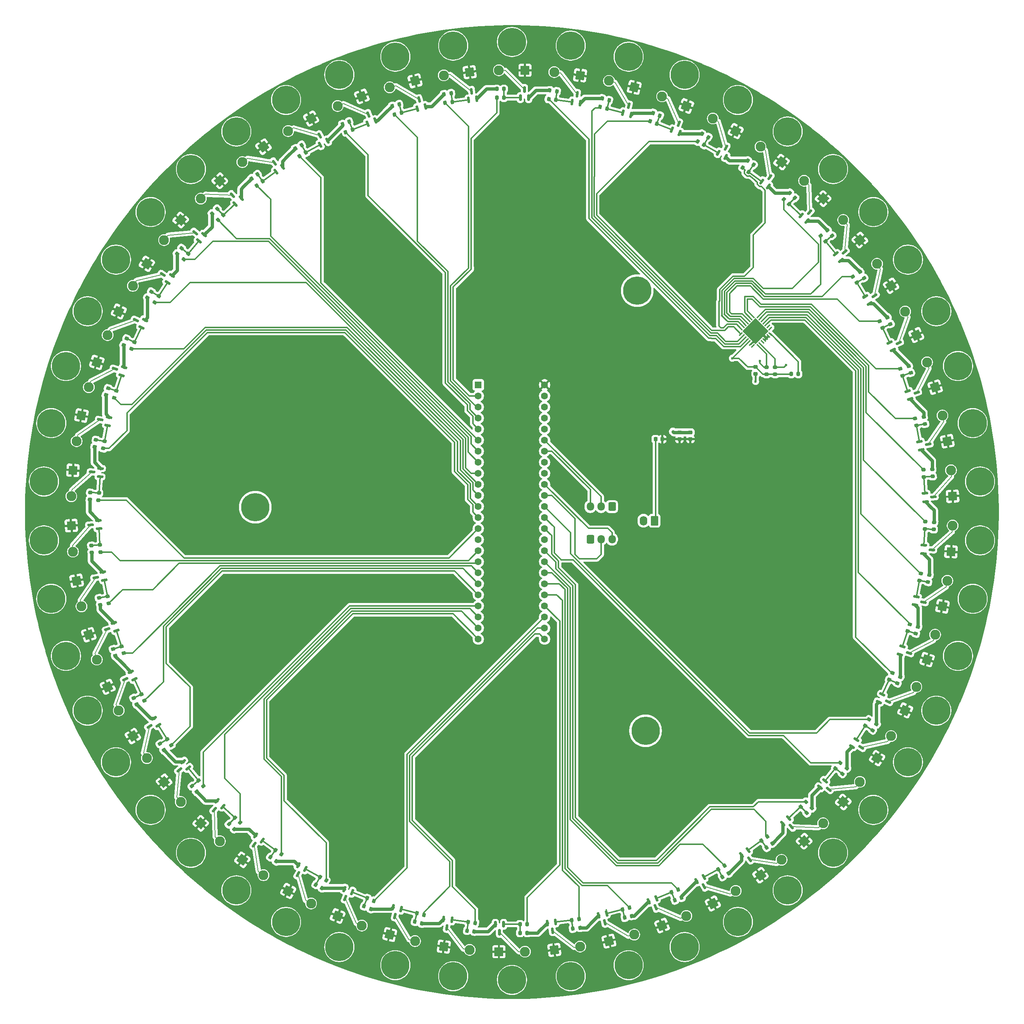
<source format=gbr>
%TF.GenerationSoftware,KiCad,Pcbnew,9.0.6*%
%TF.CreationDate,2025-12-10T00:31:55+01:00*%
%TF.ProjectId,laserboard_2.0,6c617365-7262-46f6-9172-645f322e302e,rev?*%
%TF.SameCoordinates,Original*%
%TF.FileFunction,Copper,L1,Top*%
%TF.FilePolarity,Positive*%
%FSLAX46Y46*%
G04 Gerber Fmt 4.6, Leading zero omitted, Abs format (unit mm)*
G04 Created by KiCad (PCBNEW 9.0.6) date 2025-12-10 00:31:55*
%MOMM*%
%LPD*%
G01*
G04 APERTURE LIST*
G04 Aperture macros list*
%AMRoundRect*
0 Rectangle with rounded corners*
0 $1 Rounding radius*
0 $2 $3 $4 $5 $6 $7 $8 $9 X,Y pos of 4 corners*
0 Add a 4 corners polygon primitive as box body*
4,1,4,$2,$3,$4,$5,$6,$7,$8,$9,$2,$3,0*
0 Add four circle primitives for the rounded corners*
1,1,$1+$1,$2,$3*
1,1,$1+$1,$4,$5*
1,1,$1+$1,$6,$7*
1,1,$1+$1,$8,$9*
0 Add four rect primitives between the rounded corners*
20,1,$1+$1,$2,$3,$4,$5,0*
20,1,$1+$1,$4,$5,$6,$7,0*
20,1,$1+$1,$6,$7,$8,$9,0*
20,1,$1+$1,$8,$9,$2,$3,0*%
%AMRotRect*
0 Rectangle, with rotation*
0 The origin of the aperture is its center*
0 $1 length*
0 $2 width*
0 $3 Rotation angle, in degrees counterclockwise*
0 Add horizontal line*
21,1,$1,$2,0,0,$3*%
G04 Aperture macros list end*
%TA.AperFunction,SMDPad,CuDef*%
%ADD10RoundRect,0.200000X-0.084721X-0.329313X0.287190X-0.182064X0.084721X0.329313X-0.287190X0.182064X0*%
%TD*%
%TA.AperFunction,SMDPad,CuDef*%
%ADD11RoundRect,0.200000X-0.334044X-0.063557X-0.042457X-0.337376X0.334044X0.063557X0.042457X0.337376X0*%
%TD*%
%TA.AperFunction,ComponentPad*%
%ADD12RotRect,2.000000X2.000000X302.400000*%
%TD*%
%TA.AperFunction,ComponentPad*%
%ADD13C,2.286000*%
%TD*%
%TA.AperFunction,ComponentPad*%
%ADD14C,6.500000*%
%TD*%
%TA.AperFunction,SMDPad,CuDef*%
%ADD15RoundRect,0.150000X0.466676X-0.387130X-0.223971X0.563465X-0.466676X0.387130X0.223971X-0.563465X0*%
%TD*%
%TA.AperFunction,SMDPad,CuDef*%
%ADD16RoundRect,0.200000X0.000162X0.340037X-0.323444X0.104923X-0.000162X-0.340037X0.323444X-0.104923X0*%
%TD*%
%TA.AperFunction,SMDPad,CuDef*%
%ADD17RoundRect,0.150000X-0.595759X-0.112815X0.576922X-0.186593X0.595759X0.112815X-0.576922X0.186593X0*%
%TD*%
%TA.AperFunction,ComponentPad*%
%ADD18RotRect,2.000000X2.000000X165.600000*%
%TD*%
%TA.AperFunction,SMDPad,CuDef*%
%ADD19RoundRect,0.150000X0.512393X0.324206X-0.605098X-0.038889X-0.512393X-0.324206X0.605098X0.038889X0*%
%TD*%
%TA.AperFunction,SMDPad,CuDef*%
%ADD20RoundRect,0.200000X-0.125025X0.316218X-0.339356X-0.021513X0.125025X-0.316218X0.339356X0.021513X0*%
%TD*%
%TA.AperFunction,SMDPad,CuDef*%
%ADD21RoundRect,0.200000X0.339356X-0.021513X0.125025X0.316218X-0.339356X0.021513X-0.125025X-0.316218X0*%
%TD*%
%TA.AperFunction,ComponentPad*%
%ADD22RotRect,2.000000X2.000000X280.800000*%
%TD*%
%TA.AperFunction,SMDPad,CuDef*%
%ADD23RoundRect,0.200000X0.287015X-0.182338X0.261899X0.216873X-0.287015X0.182338X-0.261899X-0.216873X0*%
%TD*%
%TA.AperFunction,SMDPad,CuDef*%
%ADD24RoundRect,0.150000X-0.576417X0.188149X0.415669X-0.441447X0.576417X-0.188149X-0.415669X0.441447X0*%
%TD*%
%TA.AperFunction,ComponentPad*%
%ADD25RotRect,2.000000X2.000000X331.200000*%
%TD*%
%TA.AperFunction,ComponentPad*%
%ADD26RotRect,2.000000X2.000000X208.800000*%
%TD*%
%TA.AperFunction,SMDPad,CuDef*%
%ADD27RoundRect,0.150000X0.357063X0.490064X-0.548290X-0.258910X-0.357063X-0.490064X0.548290X0.258910X0*%
%TD*%
%TA.AperFunction,ComponentPad*%
%ADD28RotRect,2.000000X2.000000X108.000000*%
%TD*%
%TA.AperFunction,SMDPad,CuDef*%
%ADD29RoundRect,0.200000X-0.339376X-0.021189X-0.084406X-0.329394X0.339376X0.021189X0.084406X0.329394X0*%
%TD*%
%TA.AperFunction,SMDPad,CuDef*%
%ADD30RoundRect,0.200000X-0.200000X-0.275000X0.200000X-0.275000X0.200000X0.275000X-0.200000X0.275000X0*%
%TD*%
%TA.AperFunction,SMDPad,CuDef*%
%ADD31RoundRect,0.200000X-0.125327X-0.316098X0.262106X-0.216622X0.125327X0.316098X-0.262106X0.216622X0*%
%TD*%
%TA.AperFunction,ComponentPad*%
%ADD32RotRect,2.000000X2.000000X216.000000*%
%TD*%
%TA.AperFunction,ComponentPad*%
%ADD33RotRect,2.000000X2.000000X28.800000*%
%TD*%
%TA.AperFunction,SMDPad,CuDef*%
%ADD34RoundRect,0.200000X0.232653X-0.247987X0.307605X0.144928X-0.232653X0.247987X-0.307605X-0.144928X0*%
%TD*%
%TA.AperFunction,SMDPad,CuDef*%
%ADD35RoundRect,0.150000X0.548987X0.257430X-0.605201X0.037257X-0.548987X-0.257430X0.605201X-0.037257X0*%
%TD*%
%TA.AperFunction,SMDPad,CuDef*%
%ADD36RoundRect,0.150000X-0.076807X-0.601462X0.355740X0.491025X0.076807X0.601462X-0.355740X-0.491025X0*%
%TD*%
%TA.AperFunction,SMDPad,CuDef*%
%ADD37RoundRect,0.150000X-0.075184X0.601667X-0.222450X-0.564067X0.075184X-0.601667X0.222450X0.564067X0*%
%TD*%
%TA.AperFunction,SMDPad,CuDef*%
%ADD38RoundRect,0.200000X-0.287190X-0.182064X0.084721X-0.329313X0.287190X0.182064X-0.084721X0.329313X0*%
%TD*%
%TA.AperFunction,SMDPad,CuDef*%
%ADD39RoundRect,0.200000X0.334044X0.063557X0.042457X0.337376X-0.334044X-0.063557X-0.042457X-0.337376X0*%
%TD*%
%TA.AperFunction,ComponentPad*%
%ADD40RotRect,2.000000X2.000000X338.400000*%
%TD*%
%TA.AperFunction,SMDPad,CuDef*%
%ADD41RoundRect,0.150000X-0.466676X0.387130X0.223971X-0.563465X0.466676X-0.387130X-0.223971X0.563465X0*%
%TD*%
%TA.AperFunction,ComponentPad*%
%ADD42RotRect,2.000000X2.000000X266.400000*%
%TD*%
%TA.AperFunction,ComponentPad*%
%ADD43RotRect,2.000000X2.000000X72.000000*%
%TD*%
%TA.AperFunction,SMDPad,CuDef*%
%ADD44RoundRect,0.150000X-0.291393X0.531739X0.000818X-0.606346X0.291393X-0.531739X-0.000818X0.606346X0*%
%TD*%
%TA.AperFunction,SMDPad,CuDef*%
%ADD45RoundRect,0.200000X0.262106X0.216622X-0.125327X0.316098X-0.262106X-0.216622X0.125327X-0.316098X0*%
%TD*%
%TA.AperFunction,SMDPad,CuDef*%
%ADD46RoundRect,0.200000X0.323444X0.104923X-0.000162X0.340037X-0.323444X-0.104923X0.000162X-0.340037X0*%
%TD*%
%TA.AperFunction,SMDPad,CuDef*%
%ADD47RoundRect,0.150000X-0.292826X-0.530951X0.511517X0.325587X0.292826X0.530951X-0.511517X-0.325587X0*%
%TD*%
%TA.AperFunction,SMDPad,CuDef*%
%ADD48RoundRect,0.200000X0.163672X-0.298055X0.333983X0.063876X-0.163672X0.298055X-0.333983X-0.063876X0*%
%TD*%
%TA.AperFunction,ComponentPad*%
%ADD49RotRect,2.000000X2.000000X324.000000*%
%TD*%
%TA.AperFunction,ComponentPad*%
%ADD50RotRect,2.000000X2.000000X288.000000*%
%TD*%
%TA.AperFunction,SMDPad,CuDef*%
%ADD51RoundRect,0.200000X0.125327X0.316098X-0.262106X0.216622X-0.125327X-0.316098X0.262106X-0.216622X0*%
%TD*%
%TA.AperFunction,SMDPad,CuDef*%
%ADD52RoundRect,0.150000X0.355740X-0.491025X-0.076807X0.601462X-0.355740X0.491025X0.076807X-0.601462X0*%
%TD*%
%TA.AperFunction,SMDPad,CuDef*%
%ADD53RoundRect,0.200000X-0.042779X-0.337335X0.307744X-0.144634X0.042779X0.337335X-0.307744X0.144634X0*%
%TD*%
%TA.AperFunction,SMDPad,CuDef*%
%ADD54RoundRect,0.200000X0.323344X-0.105232X0.199737X0.275191X-0.323344X0.105232X-0.199737X-0.275191X0*%
%TD*%
%TA.AperFunction,SMDPad,CuDef*%
%ADD55RoundRect,0.150000X-0.512393X-0.324206X0.605098X0.038889X0.512393X0.324206X-0.605098X-0.038889X0*%
%TD*%
%TA.AperFunction,SMDPad,CuDef*%
%ADD56RoundRect,0.150000X0.467719X0.385869X-0.595453X-0.114421X-0.467719X-0.385869X0.595453X0.114421X0*%
%TD*%
%TA.AperFunction,SMDPad,CuDef*%
%ADD57RoundRect,0.200000X-0.307744X-0.144634X0.042779X-0.337335X0.307744X0.144634X-0.042779X0.337335X0*%
%TD*%
%TA.AperFunction,SMDPad,CuDef*%
%ADD58RoundRect,0.200000X0.084721X0.329313X-0.287190X0.182064X-0.084721X-0.329313X0.287190X-0.182064X0*%
%TD*%
%TA.AperFunction,SMDPad,CuDef*%
%ADD59RoundRect,0.150000X0.605098X-0.038889X-0.512393X0.324206X-0.605098X0.038889X0.512393X-0.324206X0*%
%TD*%
%TA.AperFunction,SMDPad,CuDef*%
%ADD60RoundRect,0.200000X-0.261899X0.216873X-0.287015X-0.182338X0.261899X-0.216873X0.287015X0.182338X0*%
%TD*%
%TA.AperFunction,ComponentPad*%
%ADD61RotRect,2.000000X2.000000X252.000000*%
%TD*%
%TA.AperFunction,ComponentPad*%
%ADD62RotRect,2.000000X2.000000X93.600000*%
%TD*%
%TA.AperFunction,SMDPad,CuDef*%
%ADD63RoundRect,0.200000X0.307605X-0.144928X0.232653X0.247987X-0.307605X0.144928X-0.232653X-0.247987X0*%
%TD*%
%TA.AperFunction,SMDPad,CuDef*%
%ADD64RoundRect,0.200000X0.333983X-0.063876X0.163672X0.298055X-0.333983X0.063876X-0.163672X-0.298055X0*%
%TD*%
%TA.AperFunction,SMDPad,CuDef*%
%ADD65RoundRect,0.150000X0.075184X-0.601667X0.222450X0.564067X-0.075184X0.601667X-0.222450X-0.564067X0*%
%TD*%
%TA.AperFunction,SMDPad,CuDef*%
%ADD66RoundRect,0.200000X0.125025X-0.316218X0.339356X0.021513X-0.125025X0.316218X-0.339356X-0.021513X0*%
%TD*%
%TA.AperFunction,SMDPad,CuDef*%
%ADD67RoundRect,0.200000X0.275000X-0.200000X0.275000X0.200000X-0.275000X0.200000X-0.275000X-0.200000X0*%
%TD*%
%TA.AperFunction,SMDPad,CuDef*%
%ADD68RoundRect,0.200000X-0.163956X-0.297898X0.232890X-0.247765X0.163956X0.297898X-0.232890X0.247765X0*%
%TD*%
%TA.AperFunction,SMDPad,CuDef*%
%ADD69RoundRect,0.200000X-0.084406X0.329394X-0.339376X0.021189X0.084406X-0.329394X0.339376X-0.021189X0*%
%TD*%
%TA.AperFunction,SMDPad,CuDef*%
%ADD70RoundRect,0.150000X0.151584X0.587093X-0.414476X-0.442567X-0.151584X-0.587093X0.414476X0.442567X0*%
%TD*%
%TA.AperFunction,SMDPad,CuDef*%
%ADD71RoundRect,0.150000X0.576417X-0.188149X-0.415669X0.441447X-0.576417X0.188149X0.415669X-0.441447X0*%
%TD*%
%TA.AperFunction,SMDPad,CuDef*%
%ADD72RoundRect,0.150000X-0.150000X0.587500X-0.150000X-0.587500X0.150000X-0.587500X0.150000X0.587500X0*%
%TD*%
%TA.AperFunction,SMDPad,CuDef*%
%ADD73RoundRect,0.200000X-0.339356X0.021513X-0.125025X-0.316218X0.339356X-0.021513X0.125025X0.316218X0*%
%TD*%
%TA.AperFunction,SMDPad,CuDef*%
%ADD74RoundRect,0.200000X0.199737X-0.275191X0.323344X0.105232X-0.199737X0.275191X-0.323344X-0.105232X0*%
%TD*%
%TA.AperFunction,SMDPad,CuDef*%
%ADD75RoundRect,0.200000X0.261899X-0.216873X0.287015X0.182338X-0.261899X0.216873X-0.287015X-0.182338X0*%
%TD*%
%TA.AperFunction,SMDPad,CuDef*%
%ADD76RoundRect,0.200000X0.200000X0.275000X-0.200000X0.275000X-0.200000X-0.275000X0.200000X-0.275000X0*%
%TD*%
%TA.AperFunction,SMDPad,CuDef*%
%ADD77RoundRect,0.150000X-0.223971X-0.563465X0.466676X0.387130X0.223971X0.563465X-0.466676X-0.387130X0*%
%TD*%
%TA.AperFunction,ComponentPad*%
%ADD78RotRect,2.000000X2.000000X21.600000*%
%TD*%
%TA.AperFunction,SMDPad,CuDef*%
%ADD79RoundRect,0.200000X0.339376X0.021189X0.084406X0.329394X-0.339376X-0.021189X-0.084406X-0.329394X0*%
%TD*%
%TA.AperFunction,ComponentPad*%
%ADD80RotRect,2.000000X2.000000X230.400000*%
%TD*%
%TA.AperFunction,SMDPad,CuDef*%
%ADD81RoundRect,0.200000X0.307744X0.144634X-0.042779X0.337335X-0.307744X-0.144634X0.042779X-0.337335X0*%
%TD*%
%TA.AperFunction,ComponentPad*%
%ADD82RotRect,2.000000X2.000000X151.200000*%
%TD*%
%TA.AperFunction,SMDPad,CuDef*%
%ADD83RoundRect,0.200000X-0.323444X-0.104923X0.000162X-0.340037X0.323444X0.104923X-0.000162X0.340037X0*%
%TD*%
%TA.AperFunction,SMDPad,CuDef*%
%ADD84RoundRect,0.150000X0.076807X0.601462X-0.355740X-0.491025X-0.076807X-0.601462X0.355740X0.491025X0*%
%TD*%
%TA.AperFunction,ComponentPad*%
%ADD85RotRect,2.000000X2.000000X259.200000*%
%TD*%
%TA.AperFunction,SMDPad,CuDef*%
%ADD86RoundRect,0.075000X-0.256326X-0.362392X0.362392X0.256326X0.256326X0.362392X-0.362392X-0.256326X0*%
%TD*%
%TA.AperFunction,SMDPad,CuDef*%
%ADD87RoundRect,0.075000X0.256326X-0.362392X0.362392X-0.256326X-0.256326X0.362392X-0.362392X0.256326X0*%
%TD*%
%TA.AperFunction,HeatsinkPad*%
%ADD88RotRect,4.250000X4.250000X45.000000*%
%TD*%
%TA.AperFunction,ComponentPad*%
%ADD89RoundRect,0.250000X0.620000X0.845000X-0.620000X0.845000X-0.620000X-0.845000X0.620000X-0.845000X0*%
%TD*%
%TA.AperFunction,ComponentPad*%
%ADD90O,1.740000X2.190000*%
%TD*%
%TA.AperFunction,ComponentPad*%
%ADD91RotRect,2.000000X2.000000X129.600000*%
%TD*%
%TA.AperFunction,ComponentPad*%
%ADD92RoundRect,0.250000X0.600000X0.725000X-0.600000X0.725000X-0.600000X-0.725000X0.600000X-0.725000X0*%
%TD*%
%TA.AperFunction,ComponentPad*%
%ADD93O,1.700000X1.950000*%
%TD*%
%TA.AperFunction,SMDPad,CuDef*%
%ADD94RoundRect,0.200000X-0.232653X0.247987X-0.307605X-0.144928X0.232653X-0.247987X0.307605X0.144928X0*%
%TD*%
%TA.AperFunction,ComponentPad*%
%ADD95RotRect,2.000000X2.000000X136.800000*%
%TD*%
%TA.AperFunction,ComponentPad*%
%ADD96R,2.000000X2.000000*%
%TD*%
%TA.AperFunction,SMDPad,CuDef*%
%ADD97RoundRect,0.150000X0.000818X0.606346X-0.291393X-0.531739X-0.000818X-0.606346X0.291393X0.531739X0*%
%TD*%
%TA.AperFunction,SMDPad,CuDef*%
%ADD98RoundRect,0.200000X0.084406X-0.329394X0.339376X-0.021189X-0.084406X0.329394X-0.339376X0.021189X0*%
%TD*%
%TA.AperFunction,SMDPad,CuDef*%
%ADD99RoundRect,0.150000X-0.151584X-0.587093X0.414476X0.442567X0.151584X0.587093X-0.414476X-0.442567X0*%
%TD*%
%TA.AperFunction,SMDPad,CuDef*%
%ADD100RoundRect,0.200000X-0.287015X0.182338X-0.261899X-0.216873X0.287015X-0.182338X0.261899X0.216873X0*%
%TD*%
%TA.AperFunction,SMDPad,CuDef*%
%ADD101RoundRect,0.200000X-0.042457X0.337376X-0.334044X0.063557X0.042457X-0.337376X0.334044X-0.063557X0*%
%TD*%
%TA.AperFunction,SMDPad,CuDef*%
%ADD102RoundRect,0.200000X0.042457X-0.337376X0.334044X-0.063557X-0.042457X0.337376X-0.334044X0.063557X0*%
%TD*%
%TA.AperFunction,SMDPad,CuDef*%
%ADD103RoundRect,0.150000X-0.548987X-0.257430X0.605201X-0.037257X0.548987X0.257430X-0.605201X0.037257X0*%
%TD*%
%TA.AperFunction,ComponentPad*%
%ADD104RotRect,2.000000X2.000000X144.000000*%
%TD*%
%TA.AperFunction,ComponentPad*%
%ADD105RotRect,2.000000X2.000000X36.000000*%
%TD*%
%TA.AperFunction,SMDPad,CuDef*%
%ADD106RoundRect,0.150000X-0.576922X-0.186593X0.595759X-0.112815X0.576922X0.186593X-0.595759X0.112815X0*%
%TD*%
%TA.AperFunction,SMDPad,CuDef*%
%ADD107RoundRect,0.150000X0.414476X-0.442567X-0.151584X0.587093X-0.414476X0.442567X0.151584X-0.587093X0*%
%TD*%
%TA.AperFunction,ComponentPad*%
%ADD108RotRect,2.000000X2.000000X14.400000*%
%TD*%
%TA.AperFunction,SMDPad,CuDef*%
%ADD109RoundRect,0.150000X-0.355740X0.491025X0.076807X-0.601462X0.355740X-0.491025X-0.076807X0.601462X0*%
%TD*%
%TA.AperFunction,SMDPad,CuDef*%
%ADD110RoundRect,0.200000X-0.307605X0.144928X-0.232653X-0.247987X0.307605X-0.144928X0.232653X0.247987X0*%
%TD*%
%TA.AperFunction,SMDPad,CuDef*%
%ADD111RoundRect,0.200000X0.042779X0.337335X-0.307744X0.144634X-0.042779X-0.337335X0.307744X-0.144634X0*%
%TD*%
%TA.AperFunction,ComponentPad*%
%ADD112RotRect,2.000000X2.000000X57.600000*%
%TD*%
%TA.AperFunction,ComponentPad*%
%ADD113RotRect,2.000000X2.000000X158.400000*%
%TD*%
%TA.AperFunction,SMDPad,CuDef*%
%ADD114RoundRect,0.225000X0.250000X-0.225000X0.250000X0.225000X-0.250000X0.225000X-0.250000X-0.225000X0*%
%TD*%
%TA.AperFunction,SMDPad,CuDef*%
%ADD115RoundRect,0.200000X0.287190X0.182064X-0.084721X0.329313X-0.287190X-0.182064X0.084721X-0.329313X0*%
%TD*%
%TA.AperFunction,SMDPad,CuDef*%
%ADD116RoundRect,0.150000X0.291393X-0.531739X-0.000818X0.606346X-0.291393X0.531739X0.000818X-0.606346X0*%
%TD*%
%TA.AperFunction,SMDPad,CuDef*%
%ADD117RoundRect,0.150000X0.595453X-0.114421X-0.467719X0.385869X-0.595453X0.114421X0.467719X-0.385869X0*%
%TD*%
%TA.AperFunction,ComponentPad*%
%ADD118RotRect,2.000000X2.000000X115.200000*%
%TD*%
%TA.AperFunction,ComponentPad*%
%ADD119RotRect,2.000000X2.000000X201.600000*%
%TD*%
%TA.AperFunction,SMDPad,CuDef*%
%ADD120RoundRect,0.150000X-0.357063X-0.490064X0.548290X0.258910X0.357063X0.490064X-0.548290X-0.258910X0*%
%TD*%
%TA.AperFunction,SMDPad,CuDef*%
%ADD121RoundRect,0.150000X-0.605098X0.038889X0.512393X-0.324206X0.605098X-0.038889X-0.512393X0.324206X0*%
%TD*%
%TA.AperFunction,SMDPad,CuDef*%
%ADD122RoundRect,0.200000X-0.333983X0.063876X-0.163672X-0.298055X0.333983X-0.063876X0.163672X0.298055X0*%
%TD*%
%TA.AperFunction,ComponentPad*%
%ADD123RotRect,2.000000X2.000000X237.600000*%
%TD*%
%TA.AperFunction,SMDPad,CuDef*%
%ADD124RoundRect,0.150000X-0.467719X-0.385869X0.595453X0.114421X0.467719X0.385869X-0.595453X-0.114421X0*%
%TD*%
%TA.AperFunction,SMDPad,CuDef*%
%ADD125RoundRect,0.150000X-0.222450X0.564067X-0.075184X-0.601667X0.222450X-0.564067X0.075184X0.601667X0*%
%TD*%
%TA.AperFunction,SMDPad,CuDef*%
%ADD126RoundRect,0.150000X0.595759X0.112815X-0.576922X0.186593X-0.595759X-0.112815X0.576922X-0.186593X0*%
%TD*%
%TA.AperFunction,ComponentPad*%
%ADD127RotRect,2.000000X2.000000X64.800000*%
%TD*%
%TA.AperFunction,ComponentPad*%
%ADD128RotRect,2.000000X2.000000X86.400000*%
%TD*%
%TA.AperFunction,SMDPad,CuDef*%
%ADD129RoundRect,0.200000X-0.262106X-0.216622X0.125327X-0.316098X0.262106X0.216622X-0.125327X0.316098X0*%
%TD*%
%TA.AperFunction,SMDPad,CuDef*%
%ADD130RoundRect,0.200000X-0.199737X0.275191X-0.323344X-0.105232X0.199737X-0.275191X0.323344X0.105232X0*%
%TD*%
%TA.AperFunction,SMDPad,CuDef*%
%ADD131RoundRect,0.200000X-0.232890X-0.247765X0.163956X-0.297898X0.232890X0.247765X-0.163956X0.297898X0*%
%TD*%
%TA.AperFunction,ComponentPad*%
%ADD132RotRect,2.000000X2.000000X122.400000*%
%TD*%
%TA.AperFunction,ComponentPad*%
%ADD133RotRect,2.000000X2.000000X50.400000*%
%TD*%
%TA.AperFunction,SMDPad,CuDef*%
%ADD134RoundRect,0.200000X-0.163672X0.298055X-0.333983X-0.063876X0.163672X-0.298055X0.333983X0.063876X0*%
%TD*%
%TA.AperFunction,ComponentPad*%
%ADD135RotRect,2.000000X2.000000X309.600000*%
%TD*%
%TA.AperFunction,SMDPad,CuDef*%
%ADD136RoundRect,0.200000X0.232890X0.247765X-0.163956X0.297898X-0.232890X-0.247765X0.163956X-0.297898X0*%
%TD*%
%TA.AperFunction,SMDPad,CuDef*%
%ADD137RoundRect,0.150000X0.415669X0.441447X-0.576417X-0.188149X-0.415669X-0.441447X0.576417X0.188149X0*%
%TD*%
%TA.AperFunction,SMDPad,CuDef*%
%ADD138RoundRect,0.150000X-0.511517X0.325587X0.292826X-0.530951X0.511517X-0.325587X-0.292826X0.530951X0*%
%TD*%
%TA.AperFunction,ComponentPad*%
%ADD139RotRect,2.000000X2.000000X295.200000*%
%TD*%
%TA.AperFunction,SMDPad,CuDef*%
%ADD140RoundRect,0.200000X-0.323344X0.105232X-0.199737X-0.275191X0.323344X-0.105232X0.199737X0.275191X0*%
%TD*%
%TA.AperFunction,SMDPad,CuDef*%
%ADD141RoundRect,0.150000X0.605201X0.037257X-0.548987X0.257430X-0.605201X-0.037257X0.548987X-0.257430X0*%
%TD*%
%TA.AperFunction,SMDPad,CuDef*%
%ADD142RoundRect,0.150000X-0.605201X-0.037257X0.548987X-0.257430X0.605201X0.037257X-0.548987X0.257430X0*%
%TD*%
%TA.AperFunction,SMDPad,CuDef*%
%ADD143RoundRect,0.218750X-0.218750X-0.256250X0.218750X-0.256250X0.218750X0.256250X-0.218750X0.256250X0*%
%TD*%
%TA.AperFunction,ComponentPad*%
%ADD144RotRect,2.000000X2.000000X316.800000*%
%TD*%
%TA.AperFunction,ComponentPad*%
%ADD145RotRect,2.000000X2.000000X43.200000*%
%TD*%
%TA.AperFunction,SMDPad,CuDef*%
%ADD146RoundRect,0.200000X-0.000162X-0.340037X0.323444X-0.104923X0.000162X0.340037X-0.323444X0.104923X0*%
%TD*%
%TA.AperFunction,ComponentPad*%
%ADD147RotRect,2.000000X2.000000X345.600000*%
%TD*%
%TA.AperFunction,SMDPad,CuDef*%
%ADD148RoundRect,0.150000X0.511517X-0.325587X-0.292826X0.530951X-0.511517X0.325587X0.292826X-0.530951X0*%
%TD*%
%TA.AperFunction,ComponentPad*%
%ADD149RotRect,2.000000X2.000000X244.800000*%
%TD*%
%TA.AperFunction,SMDPad,CuDef*%
%ADD150RoundRect,0.150000X0.292826X0.530951X-0.511517X-0.325587X-0.292826X-0.530951X0.511517X0.325587X0*%
%TD*%
%TA.AperFunction,SMDPad,CuDef*%
%ADD151RoundRect,0.200000X0.163956X0.297898X-0.232890X0.247765X-0.163956X-0.297898X0.232890X-0.247765X0*%
%TD*%
%TA.AperFunction,ComponentPad*%
%ADD152RotRect,2.000000X2.000000X352.800000*%
%TD*%
%TA.AperFunction,ComponentPad*%
%ADD153RotRect,2.000000X2.000000X7.200000*%
%TD*%
%TA.AperFunction,ComponentPad*%
%ADD154RotRect,2.000000X2.000000X194.400000*%
%TD*%
%TA.AperFunction,ComponentPad*%
%ADD155RotRect,2.000000X2.000000X100.800000*%
%TD*%
%TA.AperFunction,SMDPad,CuDef*%
%ADD156RoundRect,0.150000X0.548290X-0.258910X-0.357063X0.490064X-0.548290X0.258910X0.357063X-0.490064X0*%
%TD*%
%TA.AperFunction,SMDPad,CuDef*%
%ADD157RoundRect,0.150000X-0.595453X0.114421X0.467719X-0.385869X0.595453X-0.114421X-0.467719X0.385869X0*%
%TD*%
%TA.AperFunction,SMDPad,CuDef*%
%ADD158RoundRect,0.150000X-0.548290X0.258910X0.357063X-0.490064X0.548290X-0.258910X-0.357063X0.490064X0*%
%TD*%
%TA.AperFunction,ComponentPad*%
%ADD159RotRect,2.000000X2.000000X172.800000*%
%TD*%
%TA.AperFunction,SMDPad,CuDef*%
%ADD160RoundRect,0.150000X-0.414476X0.442567X0.151584X-0.587093X0.414476X-0.442567X-0.151584X0.587093X0*%
%TD*%
%TA.AperFunction,SMDPad,CuDef*%
%ADD161RoundRect,0.150000X0.150000X-0.587500X0.150000X0.587500X-0.150000X0.587500X-0.150000X-0.587500X0*%
%TD*%
%TA.AperFunction,SMDPad,CuDef*%
%ADD162RoundRect,0.225000X-0.250000X0.225000X-0.250000X-0.225000X0.250000X-0.225000X0.250000X0.225000X0*%
%TD*%
%TA.AperFunction,ComponentPad*%
%ADD163R,1.600000X1.600000*%
%TD*%
%TA.AperFunction,ComponentPad*%
%ADD164C,1.600000*%
%TD*%
%TA.AperFunction,ComponentPad*%
%ADD165RotRect,2.000000X2.000000X79.200000*%
%TD*%
%TA.AperFunction,ComponentPad*%
%ADD166RotRect,2.000000X2.000000X187.200000*%
%TD*%
%TA.AperFunction,SMDPad,CuDef*%
%ADD167RoundRect,0.150000X0.223971X0.563465X-0.466676X-0.387130X-0.223971X-0.563465X0.466676X0.387130X0*%
%TD*%
%TA.AperFunction,SMDPad,CuDef*%
%ADD168RoundRect,0.150000X0.576922X0.186593X-0.595759X0.112815X-0.576922X-0.186593X0.595759X-0.112815X0*%
%TD*%
%TA.AperFunction,SMDPad,CuDef*%
%ADD169RoundRect,0.150000X-0.000818X-0.606346X0.291393X0.531739X0.000818X0.606346X-0.291393X-0.531739X0*%
%TD*%
%TA.AperFunction,SMDPad,CuDef*%
%ADD170RoundRect,0.150000X-0.415669X-0.441447X0.576417X0.188149X0.415669X0.441447X-0.576417X-0.188149X0*%
%TD*%
%TA.AperFunction,SMDPad,CuDef*%
%ADD171RoundRect,0.150000X0.222450X-0.564067X0.075184X0.601667X-0.222450X0.564067X-0.075184X-0.601667X0*%
%TD*%
%TA.AperFunction,ComponentPad*%
%ADD172RotRect,2.000000X2.000000X273.600000*%
%TD*%
%TA.AperFunction,ComponentPad*%
%ADD173RotRect,2.000000X2.000000X223.200000*%
%TD*%
%TA.AperFunction,ComponentPad*%
%ADD174RoundRect,0.250000X-0.600000X-0.725000X0.600000X-0.725000X0.600000X0.725000X-0.600000X0.725000X0*%
%TD*%
%TA.AperFunction,ViaPad*%
%ADD175C,6.500000*%
%TD*%
%TA.AperFunction,ViaPad*%
%ADD176C,0.600000*%
%TD*%
%TA.AperFunction,Conductor*%
%ADD177C,0.300000*%
%TD*%
%TA.AperFunction,Conductor*%
%ADD178C,0.800000*%
%TD*%
%TA.AperFunction,Conductor*%
%ADD179C,0.600000*%
%TD*%
%TA.AperFunction,Conductor*%
%ADD180C,0.400000*%
%TD*%
%TA.AperFunction,Conductor*%
%ADD181C,0.500000*%
%TD*%
%TA.AperFunction,Conductor*%
%ADD182C,0.200000*%
%TD*%
G04 APERTURE END LIST*
D10*
%TO.P,R11,1*%
%TO.N,/A4*%
X160273950Y-40709670D03*
%TO.P,R11,2*%
%TO.N,Net-(Q4-G)*%
X161808082Y-40102264D03*
%TD*%
D11*
%TO.P,R93,1*%
%TO.N,/A45*%
X260980585Y-56102066D03*
%TO.P,R93,2*%
%TO.N,Net-(Q45-G)*%
X262183383Y-57231568D03*
%TD*%
D12*
%TO.P,LD18,1,A*%
%TO.N,Laser power*%
X111359524Y-179497905D03*
D13*
%TO.P,LD18,2,K*%
%TO.N,Net-(LD18-K)*%
X114574485Y-184563873D03*
D14*
%TO.P,LD18,3*%
%TO.N,N/C*%
X107478873Y-185513763D03*
%TD*%
D15*
%TO.P,Q6,1,G*%
%TO.N,Net-(Q6-G)*%
X144217759Y-49761899D03*
%TO.P,Q6,2,S*%
%TO.N,GND*%
X145754891Y-48645107D03*
%TO.P,Q6,3,D*%
%TO.N,Net-(LD6-K)*%
X143884227Y-47686597D03*
%TD*%
D16*
%TO.P,R14,1*%
%TO.N,Net-(Q6-G)*%
X139988149Y-50362755D03*
%TO.P,R14,2*%
%TO.N,GND*%
X138653271Y-51332601D03*
%TD*%
D17*
%TO.P,Q38,1,G*%
%TO.N,Net-(Q38-G)*%
X293191668Y-135636300D03*
%TO.P,Q38,2,S*%
%TO.N,GND*%
X293072366Y-137532551D03*
%TO.P,Q38,3,D*%
%TO.N,Net-(LD38-K)*%
X295003317Y-136702158D03*
%TD*%
D18*
%TO.P,LD49,1,A*%
%TO.N,Laser power*%
X226598794Y-30375641D03*
D13*
%TO.P,LD49,2,K*%
%TO.N,Net-(LD49-K)*%
X220787295Y-28883501D03*
D14*
%TO.P,LD49,3*%
%TO.N,N/C*%
X225309528Y-23333780D03*
%TD*%
D19*
%TO.P,Q16,1,G*%
%TO.N,Net-(Q16-G)*%
X107554773Y-155275830D03*
%TO.P,Q16,2,S*%
%TO.N,GND*%
X106967640Y-153468823D03*
%TO.P,Q16,3,D*%
%TO.N,Net-(LD16-K)*%
X105477976Y-154951733D03*
%TD*%
D20*
%TO.P,R71,1*%
%TO.N,/A34*%
X280586547Y-175698397D03*
%TO.P,R71,2*%
%TO.N,Net-(Q34-G)*%
X279702433Y-177091539D03*
%TD*%
D21*
%TO.P,R39,1*%
%TO.N,/A18*%
X120164241Y-181608694D03*
%TO.P,R39,2*%
%TO.N,Net-(Q18-G)*%
X119280127Y-180215552D03*
%TD*%
D22*
%TO.P,LD15,1,A*%
%TO.N,Laser power*%
X98429160Y-143785437D03*
D13*
%TO.P,LD15,2,K*%
%TO.N,Net-(LD15-K)*%
X99553448Y-149679161D03*
D14*
%TO.P,LD15,3*%
%TO.N,N/C*%
X92606437Y-147950277D03*
%TD*%
D23*
%TO.P,R80,1*%
%TO.N,Net-(Q39-G)*%
X295192430Y-119812970D03*
%TO.P,R80,2*%
%TO.N,GND*%
X295088826Y-118166226D03*
%TD*%
D24*
%TO.P,Q34,1,G*%
%TO.N,Net-(Q34-G)*%
X277679686Y-180278877D03*
%TO.P,Q34,2,S*%
%TO.N,GND*%
X276661615Y-181883100D03*
%TO.P,Q34,3,D*%
%TO.N,Net-(LD34-K)*%
X278753765Y-182085664D03*
%TD*%
D25*
%TO.P,LD22,1,A*%
%TO.N,Laser power*%
X147067963Y-215077279D03*
D13*
%TO.P,LD22,2,K*%
%TO.N,Net-(LD22-K)*%
X152325803Y-217967801D03*
D14*
%TO.P,LD22,3*%
%TO.N,N/C*%
X146565484Y-222218534D03*
%TD*%
D26*
%TO.P,LD5,1,A*%
%TO.N,Laser power*%
X152325803Y-37532199D03*
D13*
%TO.P,LD5,2,K*%
%TO.N,Net-(LD5-K)*%
X147067963Y-40422721D03*
D14*
%TO.P,LD5,3*%
%TO.N,N/C*%
X146565484Y-33281466D03*
%TD*%
D27*
%TO.P,Q19,1,G*%
%TO.N,Net-(Q19-G)*%
X124074201Y-186822042D03*
%TO.P,Q19,2,S*%
%TO.N,GND*%
X122863095Y-185358066D03*
%TO.P,Q19,3,D*%
%TO.N,Net-(LD19-K)*%
X122023936Y-187285224D03*
%TD*%
D28*
%TO.P,LD41,1,A*%
%TO.N,Laser power*%
X295771979Y-99298805D03*
D13*
%TO.P,LD41,2,K*%
%TO.N,Net-(LD41-K)*%
X293917877Y-93592466D03*
D14*
%TO.P,LD41,3*%
%TO.N,N/C*%
X301026795Y-94437025D03*
%TD*%
D29*
%TO.P,R40,1*%
%TO.N,Net-(Q19-G)*%
X124939449Y-191005577D03*
%TO.P,R40,2*%
%TO.N,GND*%
X125991199Y-192276923D03*
%TD*%
D30*
%TO.P,R1,1*%
%TO.N,/3v*%
X262675000Y-96250000D03*
%TO.P,R1,2*%
%TO.N,Net-(U2-~{RESET})*%
X264325000Y-96250000D03*
%TD*%
D31*
%TO.P,R9,1*%
%TO.N,/A3*%
X171484420Y-36605014D03*
%TO.P,R9,2*%
%TO.N,Net-(Q3-G)*%
X173082582Y-36194676D03*
%TD*%
D32*
%TO.P,LD6,1,A*%
%TO.N,Laser power*%
X141382612Y-44030755D03*
D13*
%TO.P,LD6,2,K*%
%TO.N,Net-(LD6-K)*%
X136528510Y-47557466D03*
D14*
%TO.P,LD6,3*%
%TO.N,N/C*%
X135134957Y-40535500D03*
%TD*%
D33*
%TO.P,LD30,1,A*%
%TO.N,Laser power*%
X244674197Y-217967801D03*
D13*
%TO.P,LD30,2,K*%
%TO.N,Net-(LD30-K)*%
X249932037Y-215077279D03*
D14*
%TO.P,LD30,3*%
%TO.N,N/C*%
X250434516Y-222218534D03*
%TD*%
D34*
%TO.P,R27,1*%
%TO.N,/A12*%
X104526876Y-113386781D03*
%TO.P,R27,2*%
%TO.N,Net-(Q12-G)*%
X104836056Y-111766007D03*
%TD*%
D35*
%TO.P,Q15,1,G*%
%TO.N,Net-(Q15-G)*%
X104822003Y-143660322D03*
%TO.P,Q15,2,S*%
%TO.N,GND*%
X104465978Y-141793976D03*
%TO.P,Q15,3,D*%
%TO.N,Net-(LD15-K)*%
X102802202Y-143078489D03*
%TD*%
D36*
%TO.P,Q48,1,G*%
%TO.N,Net-(Q48-G)*%
X235261652Y-40129873D03*
%TO.P,Q48,2,S*%
%TO.N,GND*%
X237028227Y-40829310D03*
%TO.P,Q48,3,D*%
%TO.N,Net-(LD48-K)*%
X236835173Y-38736261D03*
%TD*%
D37*
%TO.P,Q25,1,G*%
%TO.N,Net-(Q25-G)*%
X184683522Y-221759630D03*
%TO.P,Q25,2,S*%
%TO.N,GND*%
X182798504Y-221521497D03*
%TO.P,Q25,3,D*%
%TO.N,Net-(LD25-K)*%
X183506013Y-223500779D03*
%TD*%
D30*
%TO.P,R54,1*%
%TO.N,Net-(Q26-G)*%
X200350000Y-224750000D03*
%TO.P,R54,2*%
%TO.N,GND*%
X202000000Y-224750000D03*
%TD*%
D38*
%TO.P,R48,1*%
%TO.N,Net-(Q23-G)*%
X164512005Y-218619349D03*
%TO.P,R48,2*%
%TO.N,GND*%
X166046137Y-219226755D03*
%TD*%
D39*
%TO.P,R43,1*%
%TO.N,/A20*%
X136019415Y-199397934D03*
%TO.P,R43,2*%
%TO.N,Net-(Q20-G)*%
X134816617Y-198268432D03*
%TD*%
D40*
%TO.P,LD23,1,A*%
%TO.N,Laser power*%
X158418530Y-220834821D03*
D13*
%TO.P,LD23,2,K*%
%TO.N,Net-(LD23-K)*%
X163997189Y-223043568D03*
D14*
%TO.P,LD23,3*%
%TO.N,N/C*%
X158815050Y-227982742D03*
%TD*%
D41*
%TO.P,Q31,1,G*%
%TO.N,Net-(Q31-G)*%
X252782241Y-205738101D03*
%TO.P,Q31,2,S*%
%TO.N,GND*%
X251245109Y-206854893D03*
%TO.P,Q31,3,D*%
%TO.N,Net-(LD31-K)*%
X253115773Y-207813403D03*
%TD*%
D42*
%TO.P,LD13,1,A*%
%TO.N,Laser power*%
X97585219Y-118395049D03*
D13*
%TO.P,LD13,2,K*%
%TO.N,Net-(LD13-K)*%
X97208475Y-124383209D03*
D14*
%TO.P,LD13,3*%
%TO.N,N/C*%
X90909673Y-120980991D03*
%TD*%
D43*
%TO.P,LD36,1,A*%
%TO.N,Laser power*%
X293917877Y-161907534D03*
D13*
%TO.P,LD36,2,K*%
%TO.N,Net-(LD36-K)*%
X295771979Y-156201195D03*
D14*
%TO.P,LD36,3*%
%TO.N,N/C*%
X301026795Y-161062975D03*
%TD*%
D44*
%TO.P,Q28,1,G*%
%TO.N,Net-(Q28-G)*%
X220261016Y-220244128D03*
%TO.P,Q28,2,S*%
%TO.N,GND*%
X218420708Y-220716639D03*
%TO.P,Q28,3,D*%
%TO.N,Net-(LD28-K)*%
X219807156Y-222296477D03*
%TD*%
D45*
%TO.P,R51,1*%
%TO.N,/A24*%
X178264502Y-220635815D03*
%TO.P,R51,2*%
%TO.N,Net-(Q24-G)*%
X176666340Y-220225477D03*
%TD*%
D46*
%TO.P,R94,1*%
%TO.N,Net-(Q46-G)*%
X254018488Y-48187949D03*
%TO.P,R94,2*%
%TO.N,GND*%
X252683610Y-47218103D03*
%TD*%
D30*
%TO.P,R5,1*%
%TO.N,/A1*%
X195000000Y-32750000D03*
%TO.P,R5,2*%
%TO.N,Net-(Q1-G)*%
X196650000Y-32750000D03*
%TD*%
D47*
%TO.P,Q45,1,G*%
%TO.N,Net-(Q45-G)*%
X264935239Y-59815733D03*
%TO.P,Q45,2,S*%
%TO.N,GND*%
X266320279Y-61116373D03*
%TO.P,Q45,3,D*%
%TO.N,Net-(LD45-K)*%
X266911285Y-59099237D03*
%TD*%
D34*
%TO.P,R76,1*%
%TO.N,Net-(Q37-G)*%
X294128518Y-144108756D03*
%TO.P,R76,2*%
%TO.N,GND*%
X294437698Y-142487982D03*
%TD*%
D48*
%TO.P,R23,1*%
%TO.N,/A10*%
X111051203Y-90467862D03*
%TO.P,R23,2*%
%TO.N,Net-(Q10-G)*%
X111753739Y-88974898D03*
%TD*%
D49*
%TO.P,LD21,1,A*%
%TO.N,Laser power*%
X136528510Y-207942534D03*
D13*
%TO.P,LD21,2,K*%
%TO.N,Net-(LD21-K)*%
X141382612Y-211469245D03*
D14*
%TO.P,LD21,3*%
%TO.N,N/C*%
X135134957Y-214964500D03*
%TD*%
D50*
%TO.P,LD16,1,A*%
%TO.N,Laser power*%
X101228021Y-156201195D03*
D13*
%TO.P,LD16,2,K*%
%TO.N,Net-(LD16-K)*%
X103082123Y-161907534D03*
D14*
%TO.P,LD16,3*%
%TO.N,N/C*%
X95973205Y-161062975D03*
%TD*%
D51*
%TO.P,R59,1*%
%TO.N,/A28*%
X225515580Y-218894986D03*
%TO.P,R59,2*%
%TO.N,Net-(Q28-G)*%
X223917418Y-219305324D03*
%TD*%
D52*
%TO.P,Q4,1,G*%
%TO.N,Net-(Q4-G)*%
X165317988Y-38712594D03*
%TO.P,Q4,2,S*%
%TO.N,GND*%
X167084563Y-38013157D03*
%TO.P,Q4,3,D*%
%TO.N,Net-(LD4-K)*%
X165511042Y-36619545D03*
%TD*%
D53*
%TO.P,R13,1*%
%TO.N,/A5*%
X149666328Y-46187003D03*
%TO.P,R13,2*%
%TO.N,Net-(Q5-G)*%
X151112234Y-45392109D03*
%TD*%
D54*
%TO.P,R35,1*%
%TO.N,/A16*%
X109231190Y-160435312D03*
%TO.P,R35,2*%
%TO.N,Net-(Q16-G)*%
X108721312Y-158866068D03*
%TD*%
D55*
%TO.P,Q41,1,G*%
%TO.N,Net-(Q41-G)*%
X289445227Y-100224170D03*
%TO.P,Q41,2,S*%
%TO.N,GND*%
X290032360Y-102031177D03*
%TO.P,Q41,3,D*%
%TO.N,Net-(LD41-K)*%
X291522024Y-100548267D03*
%TD*%
D56*
%TO.P,Q17,1,G*%
%TO.N,Net-(Q17-G)*%
X111721806Y-166457241D03*
%TO.P,Q17,2,S*%
%TO.N,GND*%
X110912825Y-164738069D03*
%TO.P,Q17,3,D*%
%TO.N,Net-(LD17-K)*%
X109620765Y-166395991D03*
%TD*%
D57*
%TO.P,R97,1*%
%TO.N,/A47*%
X241199526Y-42814727D03*
%TO.P,R97,2*%
%TO.N,Net-(Q47-G)*%
X242645432Y-43609621D03*
%TD*%
D58*
%TO.P,R61,1*%
%TO.N,/A29*%
X236726050Y-214790330D03*
%TO.P,R61,2*%
%TO.N,Net-(Q29-G)*%
X235191918Y-215397736D03*
%TD*%
D59*
%TO.P,Q11,1,G*%
%TO.N,Net-(Q11-G)*%
X108744488Y-96562602D03*
%TO.P,Q11,2,S*%
%TO.N,GND*%
X109331621Y-94755595D03*
%TO.P,Q11,3,D*%
%TO.N,Net-(LD11-K)*%
X107254824Y-95079692D03*
%TD*%
D60*
%TO.P,R28,1*%
%TO.N,Net-(Q13-G)*%
X101575244Y-123505669D03*
%TO.P,R28,2*%
%TO.N,GND*%
X101471640Y-125152413D03*
%TD*%
D61*
%TO.P,LD11,1,A*%
%TO.N,Laser power*%
X103082123Y-93592466D03*
D13*
%TO.P,LD11,2,K*%
%TO.N,Net-(LD11-K)*%
X101228021Y-99298805D03*
D14*
%TO.P,LD11,3*%
%TO.N,N/C*%
X95973205Y-94437025D03*
%TD*%
D62*
%TO.P,LD39,1,A*%
%TO.N,Laser power*%
X299791525Y-124383209D03*
D13*
%TO.P,LD39,2,K*%
%TO.N,Net-(LD39-K)*%
X299414781Y-118395049D03*
D14*
%TO.P,LD39,3*%
%TO.N,N/C*%
X306090327Y-120980991D03*
%TD*%
D63*
%TO.P,R33,1*%
%TO.N,/A15*%
X105838546Y-148989230D03*
%TO.P,R33,2*%
%TO.N,Net-(Q15-G)*%
X105529366Y-147368456D03*
%TD*%
D64*
%TO.P,R86,1*%
%TO.N,Net-(Q42-G)*%
X285480532Y-84775479D03*
%TO.P,R86,2*%
%TO.N,GND*%
X284777996Y-83282515D03*
%TD*%
D65*
%TO.P,Q50,1,G*%
%TO.N,Net-(Q50-G)*%
X212316478Y-33740370D03*
%TO.P,Q50,2,S*%
%TO.N,GND*%
X214201496Y-33978503D03*
%TO.P,Q50,3,D*%
%TO.N,Net-(LD50-K)*%
X213493987Y-31999221D03*
%TD*%
D39*
%TO.P,R92,1*%
%TO.N,Net-(Q45-G)*%
X263552477Y-55773630D03*
%TO.P,R92,2*%
%TO.N,GND*%
X262349679Y-54644128D03*
%TD*%
D46*
%TO.P,R45,1*%
%TO.N,/A21*%
X145491960Y-206663863D03*
%TO.P,R45,2*%
%TO.N,Net-(Q21-G)*%
X144157082Y-205694017D03*
%TD*%
D66*
%TO.P,R21,1*%
%TO.N,/A9*%
X116413453Y-79801603D03*
%TO.P,R21,2*%
%TO.N,Net-(Q9-G)*%
X117297567Y-78408461D03*
%TD*%
D67*
%TO.P,R3,1*%
%TO.N,/3v*%
X259000000Y-96336949D03*
%TO.P,R3,2*%
%TO.N,/SDA*%
X259000000Y-94686949D03*
%TD*%
D68*
%TO.P,R7,1*%
%TO.N,/A2*%
X183120941Y-33937770D03*
%TO.P,R7,2*%
%TO.N,Net-(Q2-G)*%
X184757931Y-33730970D03*
%TD*%
D69*
%TO.P,R18,1*%
%TO.N,Net-(Q8-G)*%
X122580981Y-67345323D03*
%TO.P,R18,2*%
%TO.N,GND*%
X121529231Y-68616669D03*
%TD*%
D70*
%TO.P,Q22,1,G*%
%TO.N,Net-(Q22-G)*%
X151046510Y-210071758D03*
%TO.P,Q22,2,S*%
%TO.N,GND*%
X149381528Y-209156426D03*
%TO.P,Q22,3,D*%
%TO.N,Net-(LD22-K)*%
X149310731Y-211257168D03*
%TD*%
D71*
%TO.P,Q9,1,G*%
%TO.N,Net-(Q9-G)*%
X119320314Y-75221123D03*
%TO.P,Q9,2,S*%
%TO.N,GND*%
X120338385Y-73616900D03*
%TO.P,Q9,3,D*%
%TO.N,Net-(LD9-K)*%
X118246235Y-73414336D03*
%TD*%
D72*
%TO.P,Q26,1,G*%
%TO.N,Net-(Q26-G)*%
X196575000Y-222750000D03*
%TO.P,Q26,2,S*%
%TO.N,GND*%
X194675000Y-222750000D03*
%TO.P,Q26,3,D*%
%TO.N,Net-(LD26-K)*%
X195625000Y-224625000D03*
%TD*%
D73*
%TO.P,R89,1*%
%TO.N,/A43*%
X276835759Y-73891306D03*
%TO.P,R89,2*%
%TO.N,Net-(Q43-G)*%
X277719873Y-75284448D03*
%TD*%
D74*
%TO.P,R74,1*%
%TO.N,Net-(Q36-G)*%
X291324164Y-155965194D03*
%TO.P,R74,2*%
%TO.N,GND*%
X291834042Y-154395950D03*
%TD*%
D45*
%TO.P,R100,1*%
%TO.N,Net-(Q49-G)*%
X220831040Y-33337357D03*
%TO.P,R100,2*%
%TO.N,GND*%
X219232878Y-32927019D03*
%TD*%
D75*
%TO.P,R29,1*%
%TO.N,/A13*%
X103467694Y-125277994D03*
%TO.P,R29,2*%
%TO.N,Net-(Q13-G)*%
X103571298Y-123631250D03*
%TD*%
D76*
%TO.P,R4,1*%
%TO.N,Net-(Q1-G)*%
X196650000Y-30750000D03*
%TO.P,R4,2*%
%TO.N,GND*%
X195000000Y-30750000D03*
%TD*%
D77*
%TO.P,Q46,1,G*%
%TO.N,Net-(Q46-G)*%
X255896957Y-52024872D03*
%TO.P,Q46,2,S*%
%TO.N,GND*%
X257434089Y-53141664D03*
%TO.P,Q46,3,D*%
%TO.N,Net-(LD46-K)*%
X257767621Y-51066362D03*
%TD*%
D57*
%TO.P,R46,1*%
%TO.N,Net-(Q22-G)*%
X153391061Y-213642992D03*
%TO.P,R46,2*%
%TO.N,GND*%
X154836967Y-214437886D03*
%TD*%
D78*
%TO.P,LD29,1,A*%
%TO.N,Laser power*%
X233002811Y-223043568D03*
D13*
%TO.P,LD29,2,K*%
%TO.N,Net-(LD29-K)*%
X238581470Y-220834821D03*
D14*
%TO.P,LD29,3*%
%TO.N,N/C*%
X238184950Y-227982742D03*
%TD*%
D79*
%TO.P,R41,1*%
%TO.N,/A19*%
X127532226Y-191002075D03*
%TO.P,R41,2*%
%TO.N,Net-(Q19-G)*%
X126480476Y-189730729D03*
%TD*%
D80*
%TO.P,LD8,1,A*%
%TO.N,Laser power*%
X122356930Y-60865465D03*
D13*
%TO.P,LD8,2,K*%
%TO.N,Net-(LD8-K)*%
X118532386Y-65488545D03*
D14*
%TO.P,LD8,3*%
%TO.N,N/C*%
X115436322Y-59033749D03*
%TD*%
D81*
%TO.P,R96,1*%
%TO.N,Net-(Q47-G)*%
X243608939Y-41857008D03*
%TO.P,R96,2*%
%TO.N,GND*%
X242163033Y-41062114D03*
%TD*%
D48*
%TO.P,R72,1*%
%TO.N,Net-(Q35-G)*%
X287055915Y-167376661D03*
%TO.P,R72,2*%
%TO.N,GND*%
X287758451Y-165883697D03*
%TD*%
D82*
%TO.P,LD47,1,A*%
%TO.N,Laser power*%
X249932037Y-40422721D03*
D13*
%TO.P,LD47,2,K*%
%TO.N,Net-(LD47-K)*%
X244674197Y-37532199D03*
D14*
%TO.P,LD47,3*%
%TO.N,N/C*%
X250434516Y-33281466D03*
%TD*%
D83*
%TO.P,R95,1*%
%TO.N,/A46*%
X251508040Y-48836137D03*
%TO.P,R95,2*%
%TO.N,Net-(Q46-G)*%
X252842918Y-49805983D03*
%TD*%
D74*
%TO.P,R25,1*%
%TO.N,/A11*%
X107068071Y-101722084D03*
%TO.P,R25,2*%
%TO.N,Net-(Q11-G)*%
X107577949Y-100152840D03*
%TD*%
D84*
%TO.P,Q23,1,G*%
%TO.N,Net-(Q23-G)*%
X161738348Y-215370127D03*
%TO.P,Q23,2,S*%
%TO.N,GND*%
X159971773Y-214670690D03*
%TO.P,Q23,3,D*%
%TO.N,Net-(LD23-K)*%
X160164827Y-216763739D03*
%TD*%
D85*
%TO.P,LD12,1,A*%
%TO.N,Laser power*%
X99553448Y-105820839D03*
D13*
%TO.P,LD12,2,K*%
%TO.N,Net-(LD12-K)*%
X98429160Y-111714563D03*
D14*
%TO.P,LD12,3*%
%TO.N,N/C*%
X92606437Y-107549723D03*
%TD*%
D64*
%TO.P,R37,1*%
%TO.N,/A17*%
X114031658Y-171365927D03*
%TO.P,R37,2*%
%TO.N,Net-(Q17-G)*%
X113329122Y-169872963D03*
%TD*%
D21*
%TO.P,R88,1*%
%TO.N,Net-(Q43-G)*%
X279408529Y-74212795D03*
%TO.P,R88,2*%
%TO.N,GND*%
X278524415Y-72819653D03*
%TD*%
D86*
%TO.P,U2,1,GPB4*%
%TO.N,/A47*%
X251114726Y-87074506D03*
%TO.P,U2,2,GPB5*%
%TO.N,/A48*%
X251574346Y-87534126D03*
%TO.P,U2,3,GPB6*%
%TO.N,/A49*%
X252033965Y-87993745D03*
%TO.P,U2,4,GPB7*%
%TO.N,/A50*%
X252493585Y-88453364D03*
%TO.P,U2,5,VDD*%
%TO.N,/3v*%
X252953204Y-88912984D03*
%TO.P,U2,6,VSS*%
%TO.N,GND*%
X253412823Y-89372603D03*
%TO.P,U2,7,NC*%
%TO.N,unconnected-(U2-NC-Pad7)*%
X253872443Y-89832223D03*
D87*
%TO.P,U2,8,SCK*%
%TO.N,/SCL*%
X255127557Y-89832223D03*
%TO.P,U2,9,SDA*%
%TO.N,/SDA*%
X255587177Y-89372603D03*
%TO.P,U2,10,NC*%
%TO.N,unconnected-(U2-NC-Pad10)*%
X256046796Y-88912984D03*
%TO.P,U2,11,A0*%
%TO.N,GND*%
X256506415Y-88453364D03*
%TO.P,U2,12,A1*%
X256966035Y-87993745D03*
%TO.P,U2,13,A2*%
X257425654Y-87534126D03*
%TO.P,U2,14,~{RESET}*%
%TO.N,Net-(U2-~{RESET})*%
X257885274Y-87074506D03*
D86*
%TO.P,U2,15,INTB*%
%TO.N,unconnected-(U2-INTB-Pad15)*%
X257885274Y-85819392D03*
%TO.P,U2,16,INTA*%
%TO.N,unconnected-(U2-INTA-Pad16)*%
X257425654Y-85359772D03*
%TO.P,U2,17,GPA0*%
%TO.N,/A35*%
X256966035Y-84900153D03*
%TO.P,U2,18,GPA1*%
%TO.N,/A36*%
X256506415Y-84440534D03*
%TO.P,U2,19,GPA2*%
%TO.N,/A37*%
X256046796Y-83980914D03*
%TO.P,U2,20,GPA3*%
%TO.N,/A38*%
X255587177Y-83521295D03*
%TO.P,U2,21,GPA4*%
%TO.N,/A39*%
X255127557Y-83061675D03*
D87*
%TO.P,U2,22,GPA5*%
%TO.N,/A40*%
X253872443Y-83061675D03*
%TO.P,U2,23,GPA6*%
%TO.N,/A41*%
X253412823Y-83521295D03*
%TO.P,U2,24,GPA7*%
%TO.N,/A42*%
X252953204Y-83980914D03*
%TO.P,U2,25,GPB0*%
%TO.N,/A43*%
X252493585Y-84440534D03*
%TO.P,U2,26,GPB1*%
%TO.N,/A44*%
X252033965Y-84900153D03*
%TO.P,U2,27,GPB2*%
%TO.N,/A45*%
X251574346Y-85359772D03*
%TO.P,U2,28,GPB3*%
%TO.N,/A46*%
X251114726Y-85819392D03*
D88*
%TO.P,U2,29,EP*%
%TO.N,GND*%
X254500000Y-86446949D03*
%TD*%
D89*
%TO.P,J1,1*%
%TO.N,Net-(F1-Pad1)*%
X231275000Y-129985000D03*
D90*
%TO.P,J1,2*%
%TO.N,GND*%
X228735000Y-129985000D03*
%TD*%
D91*
%TO.P,LD44,1,A*%
%TO.N,Laser power*%
X278467614Y-65488545D03*
D13*
%TO.P,LD44,2,K*%
%TO.N,Net-(LD44-K)*%
X274643070Y-60865465D03*
D14*
%TO.P,LD44,3*%
%TO.N,N/C*%
X281563678Y-59033749D03*
%TD*%
D92*
%TO.P,J3,1,Pin_1*%
%TO.N,GND*%
X221500000Y-126750000D03*
D93*
%TO.P,J3,2,Pin_2*%
%TO.N,/RX*%
X219000000Y-126750000D03*
%TO.P,J3,3,Pin_3*%
%TO.N,/TX*%
X216500000Y-126750000D03*
%TD*%
D53*
%TO.P,R62,1*%
%TO.N,Net-(Q30-G)*%
X246851274Y-211860504D03*
%TO.P,R62,2*%
%TO.N,GND*%
X248297180Y-211065610D03*
%TD*%
D94*
%TO.P,R77,1*%
%TO.N,/A37*%
X292473124Y-142113219D03*
%TO.P,R77,2*%
%TO.N,Net-(Q37-G)*%
X292163944Y-143733993D03*
%TD*%
D95*
%TO.P,LD45,1,A*%
%TO.N,Laser power*%
X270033616Y-55956895D03*
D13*
%TO.P,LD45,2,K*%
%TO.N,Net-(LD45-K)*%
X265659804Y-51849613D03*
D14*
%TO.P,LD45,3*%
%TO.N,N/C*%
X272296266Y-49164958D03*
%TD*%
D96*
%TO.P,LD26,1,A*%
%TO.N,Laser power*%
X195500000Y-229053051D03*
D13*
%TO.P,LD26,2,K*%
%TO.N,Net-(LD26-K)*%
X201500000Y-229053051D03*
D14*
%TO.P,LD26,3*%
%TO.N,N/C*%
X198500000Y-235553051D03*
%TD*%
D97*
%TO.P,Q24,1,G*%
%TO.N,Net-(Q24-G)*%
X173009939Y-219286672D03*
%TO.P,Q24,2,S*%
%TO.N,GND*%
X171169631Y-218814161D03*
%TO.P,Q24,3,D*%
%TO.N,Net-(LD24-K)*%
X171623491Y-220866510D03*
%TD*%
D20*
%TO.P,R20,1*%
%TO.N,Net-(Q9-G)*%
X115608911Y-77336807D03*
%TO.P,R20,2*%
%TO.N,GND*%
X114724797Y-78729949D03*
%TD*%
D98*
%TO.P,R68,1*%
%TO.N,Net-(Q33-G)*%
X274419019Y-188154677D03*
%TO.P,R68,2*%
%TO.N,GND*%
X275470769Y-186883331D03*
%TD*%
D99*
%TO.P,Q47,1,G*%
%TO.N,Net-(Q47-G)*%
X245953490Y-45428242D03*
%TO.P,Q47,2,S*%
%TO.N,GND*%
X247618472Y-46343574D03*
%TO.P,Q47,3,D*%
%TO.N,Net-(LD47-K)*%
X247689269Y-44242832D03*
%TD*%
D100*
%TO.P,R81,1*%
%TO.N,/A39*%
X293092773Y-118291807D03*
%TO.P,R81,2*%
%TO.N,Net-(Q39-G)*%
X293196377Y-119938551D03*
%TD*%
D101*
%TO.P,R67,1*%
%TO.N,/A32*%
X266083365Y-194606105D03*
%TO.P,R67,2*%
%TO.N,Net-(Q32-G)*%
X264880567Y-195735607D03*
%TD*%
D102*
%TO.P,R66,1*%
%TO.N,Net-(Q32-G)*%
X266249661Y-197193545D03*
%TO.P,R66,2*%
%TO.N,GND*%
X267452459Y-196064043D03*
%TD*%
D103*
%TO.P,Q40,1,G*%
%TO.N,Net-(Q40-G)*%
X292177997Y-111839678D03*
%TO.P,Q40,2,S*%
%TO.N,GND*%
X292534022Y-113706024D03*
%TO.P,Q40,3,D*%
%TO.N,Net-(LD40-K)*%
X294197798Y-112421511D03*
%TD*%
D104*
%TO.P,LD46,1,A*%
%TO.N,Laser power*%
X260471490Y-47557466D03*
D13*
%TO.P,LD46,2,K*%
%TO.N,Net-(LD46-K)*%
X255617388Y-44030755D03*
D14*
%TO.P,LD46,3*%
%TO.N,N/C*%
X261865043Y-40535500D03*
%TD*%
D73*
%TO.P,R38,1*%
%TO.N,Net-(Q18-G)*%
X117591471Y-181287205D03*
%TO.P,R38,2*%
%TO.N,GND*%
X118475585Y-182680347D03*
%TD*%
D105*
%TO.P,LD31,1,A*%
%TO.N,Laser power*%
X255617388Y-211469245D03*
D13*
%TO.P,LD31,2,K*%
%TO.N,Net-(LD31-K)*%
X260471490Y-207942534D03*
D14*
%TO.P,LD31,3*%
%TO.N,N/C*%
X261865043Y-214964500D03*
%TD*%
D106*
%TO.P,Q39,1,G*%
%TO.N,Net-(Q39-G)*%
X293433411Y-123706103D03*
%TO.P,Q39,2,S*%
%TO.N,GND*%
X293552713Y-125602354D03*
%TO.P,Q39,3,D*%
%TO.N,Net-(LD39-K)*%
X295364362Y-124536496D03*
%TD*%
D94*
%TO.P,R26,1*%
%TO.N,Net-(Q12-G)*%
X102871482Y-111391244D03*
%TO.P,R26,2*%
%TO.N,GND*%
X102562302Y-113012018D03*
%TD*%
D98*
%TO.P,R19,1*%
%TO.N,/A8*%
X123070258Y-69891517D03*
%TO.P,R19,2*%
%TO.N,Net-(Q8-G)*%
X124122008Y-68620171D03*
%TD*%
D66*
%TO.P,R70,1*%
%TO.N,Net-(Q34-G)*%
X281391089Y-178163193D03*
%TO.P,R70,2*%
%TO.N,GND*%
X282275203Y-176770051D03*
%TD*%
D107*
%TO.P,Q5,1,G*%
%TO.N,Net-(Q5-G)*%
X154420292Y-43573490D03*
%TO.P,Q5,2,S*%
%TO.N,GND*%
X156085274Y-42658158D03*
%TO.P,Q5,3,D*%
%TO.N,Net-(LD5-K)*%
X154349495Y-41472748D03*
%TD*%
D108*
%TO.P,LD28,1,A*%
%TO.N,Laser power*%
X220787295Y-226616499D03*
D13*
%TO.P,LD28,2,K*%
%TO.N,Net-(LD28-K)*%
X226598794Y-225124359D03*
D14*
%TO.P,LD28,3*%
%TO.N,N/C*%
X225309528Y-232166220D03*
%TD*%
D109*
%TO.P,Q29,1,G*%
%TO.N,Net-(Q29-G)*%
X231682012Y-216787406D03*
%TO.P,Q29,2,S*%
%TO.N,GND*%
X229915437Y-217486843D03*
%TO.P,Q29,3,D*%
%TO.N,Net-(LD29-K)*%
X231488958Y-218880455D03*
%TD*%
D68*
%TO.P,R56,1*%
%TO.N,Net-(Q27-G)*%
X212492736Y-223753259D03*
%TO.P,R56,2*%
%TO.N,GND*%
X214129726Y-223546459D03*
%TD*%
D110*
%TO.P,R32,1*%
%TO.N,Net-(Q15-G)*%
X103564792Y-147743219D03*
%TO.P,R32,2*%
%TO.N,GND*%
X103873972Y-149363993D03*
%TD*%
D111*
%TO.P,R63,1*%
%TO.N,/A30*%
X247333672Y-209312997D03*
%TO.P,R63,2*%
%TO.N,Net-(Q30-G)*%
X245887766Y-210107891D03*
%TD*%
D112*
%TO.P,LD34,1,A*%
%TO.N,Laser power*%
X282425515Y-184563873D03*
D13*
%TO.P,LD34,2,K*%
%TO.N,Net-(LD34-K)*%
X285640476Y-179497905D03*
D14*
%TO.P,LD34,3*%
%TO.N,N/C*%
X289521127Y-185513763D03*
%TD*%
D113*
%TO.P,LD48,1,A*%
%TO.N,Laser power*%
X238581470Y-34665179D03*
D13*
%TO.P,LD48,2,K*%
%TO.N,Net-(LD48-K)*%
X233002811Y-32456432D03*
D14*
%TO.P,LD48,3*%
%TO.N,N/C*%
X238184950Y-27517258D03*
%TD*%
D114*
%TO.P,C1,1*%
%TO.N,Laser power*%
X237000000Y-111250000D03*
%TO.P,C1,2*%
%TO.N,GND*%
X237000000Y-109700000D03*
%TD*%
D115*
%TO.P,R49,1*%
%TO.N,/A23*%
X166782386Y-217367202D03*
%TO.P,R49,2*%
%TO.N,Net-(Q23-G)*%
X165248254Y-216759796D03*
%TD*%
D116*
%TO.P,Q3,1,G*%
%TO.N,Net-(Q3-G)*%
X176738984Y-35255872D03*
%TO.P,Q3,2,S*%
%TO.N,GND*%
X178579292Y-34783361D03*
%TO.P,Q3,3,D*%
%TO.N,Net-(LD3-K)*%
X177192844Y-33203523D03*
%TD*%
D117*
%TO.P,Q10,1,G*%
%TO.N,Net-(Q10-G)*%
X113361056Y-85559176D03*
%TO.P,Q10,2,S*%
%TO.N,GND*%
X114170037Y-83840004D03*
%TO.P,Q10,3,D*%
%TO.N,Net-(LD10-K)*%
X112068996Y-83901254D03*
%TD*%
D76*
%TO.P,R55,1*%
%TO.N,/A26*%
X202000000Y-222750000D03*
%TO.P,R55,2*%
%TO.N,Net-(Q26-G)*%
X200350000Y-222750000D03*
%TD*%
D118*
%TO.P,LD42,1,A*%
%TO.N,Laser power*%
X291439078Y-87331740D03*
D13*
%TO.P,LD42,2,K*%
%TO.N,Net-(LD42-K)*%
X288884404Y-81902777D03*
D14*
%TO.P,LD42,3*%
%TO.N,N/C*%
X296043116Y-81849693D03*
%TD*%
D101*
%TO.P,R16,1*%
%TO.N,Net-(Q7-G)*%
X130750339Y-58306455D03*
%TO.P,R16,2*%
%TO.N,GND*%
X129547541Y-59435957D03*
%TD*%
D119*
%TO.P,LD4,1,A*%
%TO.N,Laser power*%
X163997189Y-32456432D03*
D13*
%TO.P,LD4,2,K*%
%TO.N,Net-(LD4-K)*%
X158418530Y-34665179D03*
D14*
%TO.P,LD4,3*%
%TO.N,N/C*%
X158815050Y-27517258D03*
%TD*%
D102*
%TO.P,R17,1*%
%TO.N,/A7*%
X130916635Y-60893895D03*
%TO.P,R17,2*%
%TO.N,Net-(Q7-G)*%
X132119433Y-59764393D03*
%TD*%
D100*
%TO.P,R30,1*%
%TO.N,Net-(Q14-G)*%
X101807570Y-135687030D03*
%TO.P,R30,2*%
%TO.N,GND*%
X101911174Y-137333774D03*
%TD*%
D120*
%TO.P,Q44,1,G*%
%TO.N,Net-(Q44-G)*%
X272925799Y-68677958D03*
%TO.P,Q44,2,S*%
%TO.N,GND*%
X274136905Y-70141934D03*
%TO.P,Q44,3,D*%
%TO.N,Net-(LD44-K)*%
X274976064Y-68214776D03*
%TD*%
D121*
%TO.P,Q36,1,G*%
%TO.N,Net-(Q36-G)*%
X288255512Y-158937398D03*
%TO.P,Q36,2,S*%
%TO.N,GND*%
X287668379Y-160744405D03*
%TO.P,Q36,3,D*%
%TO.N,Net-(LD36-K)*%
X289745176Y-160420308D03*
%TD*%
D122*
%TO.P,R87,1*%
%TO.N,/A42*%
X282968342Y-84134073D03*
%TO.P,R87,2*%
%TO.N,Net-(Q42-G)*%
X283670878Y-85627037D03*
%TD*%
D123*
%TO.P,LD9,1,A*%
%TO.N,Laser power*%
X114574485Y-70936127D03*
D13*
%TO.P,LD9,2,K*%
%TO.N,Net-(LD9-K)*%
X111359524Y-76002095D03*
D14*
%TO.P,LD9,3*%
%TO.N,N/C*%
X107478873Y-69986237D03*
%TD*%
D124*
%TO.P,Q42,1,G*%
%TO.N,Net-(Q42-G)*%
X285278194Y-89042759D03*
%TO.P,Q42,2,S*%
%TO.N,GND*%
X286087175Y-90761931D03*
%TO.P,Q42,3,D*%
%TO.N,Net-(LD42-K)*%
X287379235Y-89104009D03*
%TD*%
D125*
%TO.P,Q27,1,G*%
%TO.N,Net-(Q27-G)*%
X208496836Y-222242163D03*
%TO.P,Q27,2,S*%
%TO.N,GND*%
X206611818Y-222480296D03*
%TO.P,Q27,3,D*%
%TO.N,Net-(LD27-K)*%
X207789327Y-224221445D03*
%TD*%
D126*
%TO.P,Q13,1,G*%
%TO.N,Net-(Q13-G)*%
X103808332Y-119863700D03*
%TO.P,Q13,2,S*%
%TO.N,GND*%
X103927634Y-117967449D03*
%TO.P,Q13,3,D*%
%TO.N,Net-(LD13-K)*%
X101996683Y-118797842D03*
%TD*%
D111*
%TO.P,R12,1*%
%TO.N,Net-(Q5-G)*%
X150148726Y-43639496D03*
%TO.P,R12,2*%
%TO.N,GND*%
X148702820Y-44434390D03*
%TD*%
D127*
%TO.P,LD35,1,A*%
%TO.N,Laser power*%
X288884404Y-173597223D03*
D13*
%TO.P,LD35,2,K*%
%TO.N,Net-(LD35-K)*%
X291439078Y-168168260D03*
D14*
%TO.P,LD35,3*%
%TO.N,N/C*%
X296043116Y-173650307D03*
%TD*%
D128*
%TO.P,LD38,1,A*%
%TO.N,Laser power*%
X299414781Y-137104951D03*
D13*
%TO.P,LD38,2,K*%
%TO.N,Net-(LD38-K)*%
X299791525Y-131116791D03*
D14*
%TO.P,LD38,3*%
%TO.N,N/C*%
X306090327Y-134519009D03*
%TD*%
D129*
%TO.P,R101,1*%
%TO.N,/A49*%
X218735498Y-34864185D03*
%TO.P,R101,2*%
%TO.N,Net-(Q49-G)*%
X220333660Y-35274523D03*
%TD*%
D69*
%TO.P,R69,1*%
%TO.N,/A33*%
X273929742Y-185608483D03*
%TO.P,R69,2*%
%TO.N,Net-(Q33-G)*%
X272877992Y-186879829D03*
%TD*%
D130*
%TO.P,R75,1*%
%TO.N,/A36*%
X289931929Y-153777916D03*
%TO.P,R75,2*%
%TO.N,Net-(Q36-G)*%
X289422051Y-155347160D03*
%TD*%
D131*
%TO.P,R52,1*%
%TO.N,Net-(Q25-G)*%
X188178088Y-224216992D03*
%TO.P,R52,2*%
%TO.N,GND*%
X189815078Y-224423792D03*
%TD*%
D54*
%TO.P,R84,1*%
%TO.N,Net-(Q41-G)*%
X290180801Y-96015898D03*
%TO.P,R84,2*%
%TO.N,GND*%
X289670923Y-94446654D03*
%TD*%
D132*
%TO.P,LD43,1,A*%
%TO.N,Laser power*%
X285640476Y-76002095D03*
D13*
%TO.P,LD43,2,K*%
%TO.N,Net-(LD43-K)*%
X282425515Y-70936127D03*
D14*
%TO.P,LD43,3*%
%TO.N,N/C*%
X289521127Y-69986237D03*
%TD*%
D38*
%TO.P,R99,1*%
%TO.N,/A48*%
X230217614Y-38132798D03*
%TO.P,R99,2*%
%TO.N,Net-(Q48-G)*%
X231751746Y-38740204D03*
%TD*%
D133*
%TO.P,LD33,1,A*%
%TO.N,Laser power*%
X274643070Y-194634535D03*
D13*
%TO.P,LD33,2,K*%
%TO.N,Net-(LD33-K)*%
X278467614Y-190011455D03*
D14*
%TO.P,LD33,3*%
%TO.N,N/C*%
X281563678Y-196466251D03*
%TD*%
D134*
%TO.P,R22,1*%
%TO.N,Net-(Q10-G)*%
X109944085Y-88123339D03*
%TO.P,R22,2*%
%TO.N,GND*%
X109241549Y-89616303D03*
%TD*%
D135*
%TO.P,LD19,1,A*%
%TO.N,Laser power*%
X118532386Y-190011455D03*
D13*
%TO.P,LD19,2,K*%
%TO.N,Net-(LD19-K)*%
X122356930Y-194634535D03*
D14*
%TO.P,LD19,3*%
%TO.N,N/C*%
X115436322Y-196466251D03*
%TD*%
D136*
%TO.P,R102,1*%
%TO.N,Net-(Q50-G)*%
X208821912Y-31283008D03*
%TO.P,R102,2*%
%TO.N,GND*%
X207184922Y-31076208D03*
%TD*%
D137*
%TO.P,Q18,1,G*%
%TO.N,Net-(Q18-G)*%
X117257380Y-177028214D03*
%TO.P,Q18,2,S*%
%TO.N,GND*%
X116239309Y-175423991D03*
%TO.P,Q18,3,D*%
%TO.N,Net-(LD18-K)*%
X115165230Y-177230778D03*
%TD*%
D60*
%TO.P,R79,1*%
%TO.N,/A38*%
X293532306Y-130222006D03*
%TO.P,R79,2*%
%TO.N,Net-(Q38-G)*%
X293428702Y-131868750D03*
%TD*%
D138*
%TO.P,Q32,1,G*%
%TO.N,Net-(Q32-G)*%
X262128710Y-198319773D03*
%TO.P,Q32,2,S*%
%TO.N,GND*%
X260743670Y-199620413D03*
%TO.P,Q32,3,D*%
%TO.N,Net-(LD32-K)*%
X262719716Y-200336909D03*
%TD*%
D139*
%TO.P,LD17,1,A*%
%TO.N,Laser power*%
X105560922Y-168168260D03*
D13*
%TO.P,LD17,2,K*%
%TO.N,Net-(LD17-K)*%
X108115596Y-173597223D03*
D14*
%TO.P,LD17,3*%
%TO.N,N/C*%
X100956884Y-173650307D03*
%TD*%
D140*
%TO.P,R85,1*%
%TO.N,/A41*%
X287768810Y-95064688D03*
%TO.P,R85,2*%
%TO.N,Net-(Q41-G)*%
X288278688Y-96633932D03*
%TD*%
D83*
%TO.P,R44,1*%
%TO.N,Net-(Q21-G)*%
X142981512Y-207312051D03*
%TO.P,R44,2*%
%TO.N,GND*%
X144316390Y-208281897D03*
%TD*%
D141*
%TO.P,Q12,1,G*%
%TO.N,Net-(Q12-G)*%
X105543420Y-108057872D03*
%TO.P,Q12,2,S*%
%TO.N,GND*%
X105899445Y-106191526D03*
%TO.P,Q12,3,D*%
%TO.N,Net-(LD12-K)*%
X103879644Y-106773359D03*
%TD*%
D142*
%TO.P,Q37,1,G*%
%TO.N,Net-(Q37-G)*%
X291456580Y-147442128D03*
%TO.P,Q37,2,S*%
%TO.N,GND*%
X291100555Y-149308474D03*
%TO.P,Q37,3,D*%
%TO.N,Net-(LD37-K)*%
X293120356Y-148726641D03*
%TD*%
D143*
%TO.P,F1,1*%
%TO.N,Net-(F1-Pad1)*%
X231500000Y-111250000D03*
%TO.P,F1,2*%
%TO.N,Laser power*%
X233075000Y-111250000D03*
%TD*%
D136*
%TO.P,R53,1*%
%TO.N,/A25*%
X190065745Y-222439563D03*
%TO.P,R53,2*%
%TO.N,Net-(Q25-G)*%
X188428755Y-222232763D03*
%TD*%
D144*
%TO.P,LD20,1,A*%
%TO.N,Laser power*%
X126966384Y-199543105D03*
D13*
%TO.P,LD20,2,K*%
%TO.N,Net-(LD20-K)*%
X131340196Y-203650387D03*
D14*
%TO.P,LD20,3*%
%TO.N,N/C*%
X124703734Y-206335042D03*
%TD*%
D131*
%TO.P,R103,1*%
%TO.N,/A50*%
X206934255Y-33060437D03*
%TO.P,R103,2*%
%TO.N,Net-(Q50-G)*%
X208571245Y-33267237D03*
%TD*%
D145*
%TO.P,LD32,1,A*%
%TO.N,Laser power*%
X265659804Y-203650387D03*
D13*
%TO.P,LD32,2,K*%
%TO.N,Net-(LD32-K)*%
X270033616Y-199543105D03*
D14*
%TO.P,LD32,3*%
%TO.N,N/C*%
X272296266Y-206335042D03*
%TD*%
D146*
%TO.P,R15,1*%
%TO.N,/A6*%
X139828841Y-52950635D03*
%TO.P,R15,2*%
%TO.N,Net-(Q6-G)*%
X141163719Y-51980789D03*
%TD*%
D147*
%TO.P,LD24,1,A*%
%TO.N,Laser power*%
X170401206Y-225124359D03*
D13*
%TO.P,LD24,2,K*%
%TO.N,Net-(LD24-K)*%
X176212705Y-226616499D03*
D14*
%TO.P,LD24,3*%
%TO.N,N/C*%
X171690472Y-232166220D03*
%TD*%
D10*
%TO.P,R60,1*%
%TO.N,Net-(Q29-G)*%
X235928167Y-217257289D03*
%TO.P,R60,2*%
%TO.N,GND*%
X237462299Y-216649883D03*
%TD*%
D122*
%TO.P,R36,1*%
%TO.N,Net-(Q17-G)*%
X111519468Y-170724521D03*
%TO.P,R36,2*%
%TO.N,GND*%
X112222004Y-172217485D03*
%TD*%
D96*
%TO.P,LD1,1,A*%
%TO.N,Laser power*%
X201500000Y-26446949D03*
D13*
%TO.P,LD1,2,K*%
%TO.N,Net-(LD1-K)*%
X195500000Y-26446949D03*
D14*
%TO.P,LD1,3*%
%TO.N,N/C*%
X198500000Y-19946949D03*
%TD*%
D148*
%TO.P,Q7,1,G*%
%TO.N,Net-(Q7-G)*%
X134871290Y-57180227D03*
%TO.P,Q7,2,S*%
%TO.N,GND*%
X136256330Y-55879587D03*
%TO.P,Q7,3,D*%
%TO.N,Net-(LD7-K)*%
X134280284Y-55163091D03*
%TD*%
D149*
%TO.P,LD10,1,A*%
%TO.N,Laser power*%
X108115596Y-81902777D03*
D13*
%TO.P,LD10,2,K*%
%TO.N,Net-(LD10-K)*%
X105560922Y-87331740D03*
D14*
%TO.P,LD10,3*%
%TO.N,N/C*%
X100956884Y-81849693D03*
%TD*%
D150*
%TO.P,Q20,1,G*%
%TO.N,Net-(Q20-G)*%
X132064761Y-195684267D03*
%TO.P,Q20,2,S*%
%TO.N,GND*%
X130679721Y-194383627D03*
%TO.P,Q20,3,D*%
%TO.N,Net-(LD20-K)*%
X130088715Y-196400763D03*
%TD*%
D151*
%TO.P,R6,1*%
%TO.N,Net-(Q2-G)*%
X184507264Y-31746741D03*
%TO.P,R6,2*%
%TO.N,GND*%
X182870274Y-31953541D03*
%TD*%
D67*
%TO.P,R2,1*%
%TO.N,/3v*%
X257000000Y-96336949D03*
%TO.P,R2,2*%
%TO.N,/SCL*%
X257000000Y-94686949D03*
%TD*%
D152*
%TO.P,LD25,1,A*%
%TO.N,Laser power*%
X182827017Y-227878246D03*
D13*
%TO.P,LD25,2,K*%
%TO.N,Net-(LD25-K)*%
X188779705Y-228630246D03*
D14*
%TO.P,LD25,3*%
%TO.N,N/C*%
X184988695Y-234702992D03*
%TD*%
D153*
%TO.P,LD27,1,A*%
%TO.N,Laser power*%
X208220295Y-228630246D03*
D13*
%TO.P,LD27,2,K*%
%TO.N,Net-(LD27-K)*%
X214172983Y-227878246D03*
D14*
%TO.P,LD27,3*%
%TO.N,N/C*%
X212011305Y-234702992D03*
%TD*%
D130*
%TO.P,R24,1*%
%TO.N,Net-(Q11-G)*%
X105675836Y-99534806D03*
%TO.P,R24,2*%
%TO.N,GND*%
X105165958Y-101104050D03*
%TD*%
D154*
%TO.P,LD3,1,A*%
%TO.N,Laser power*%
X176212705Y-28883501D03*
D13*
%TO.P,LD3,2,K*%
%TO.N,Net-(LD3-K)*%
X170401206Y-30375641D03*
D14*
%TO.P,LD3,3*%
%TO.N,N/C*%
X171690472Y-23333780D03*
%TD*%
D155*
%TO.P,LD40,1,A*%
%TO.N,Laser power*%
X298570840Y-111714563D03*
D13*
%TO.P,LD40,2,K*%
%TO.N,Net-(LD40-K)*%
X297446552Y-105820839D03*
D14*
%TO.P,LD40,3*%
%TO.N,N/C*%
X304393563Y-107549723D03*
%TD*%
D156*
%TO.P,Q8,1,G*%
%TO.N,Net-(Q8-G)*%
X126528283Y-65711483D03*
%TO.P,Q8,2,S*%
%TO.N,GND*%
X127739389Y-64247507D03*
%TO.P,Q8,3,D*%
%TO.N,Net-(LD8-K)*%
X125689124Y-63784325D03*
%TD*%
D157*
%TO.P,Q35,1,G*%
%TO.N,Net-(Q35-G)*%
X283638944Y-169940824D03*
%TO.P,Q35,2,S*%
%TO.N,GND*%
X282829963Y-171659996D03*
%TO.P,Q35,3,D*%
%TO.N,Net-(LD35-K)*%
X284931004Y-171598746D03*
%TD*%
D23*
%TO.P,R31,1*%
%TO.N,/A14*%
X103907227Y-137208193D03*
%TO.P,R31,2*%
%TO.N,Net-(Q14-G)*%
X103803623Y-135561449D03*
%TD*%
D158*
%TO.P,Q33,1,G*%
%TO.N,Net-(Q33-G)*%
X270471717Y-189788517D03*
%TO.P,Q33,2,S*%
%TO.N,GND*%
X269260611Y-191252493D03*
%TO.P,Q33,3,D*%
%TO.N,Net-(LD33-K)*%
X271310876Y-191715675D03*
%TD*%
D114*
%TO.P,C2,1*%
%TO.N,Laser power*%
X239510000Y-111250000D03*
%TO.P,C2,2*%
%TO.N,GND*%
X239510000Y-109700000D03*
%TD*%
D115*
%TO.P,R98,1*%
%TO.N,Net-(Q48-G)*%
X232487995Y-36880651D03*
%TO.P,R98,2*%
%TO.N,GND*%
X230953863Y-36273245D03*
%TD*%
D134*
%TO.P,R73,1*%
%TO.N,/A35*%
X285948797Y-165032138D03*
%TO.P,R73,2*%
%TO.N,Net-(Q35-G)*%
X285246261Y-166525102D03*
%TD*%
D151*
%TO.P,R57,1*%
%TO.N,/A27*%
X213879059Y-221562230D03*
%TO.P,R57,2*%
%TO.N,Net-(Q27-G)*%
X212242069Y-221769030D03*
%TD*%
D29*
%TO.P,R91,1*%
%TO.N,/A44*%
X269467774Y-64497925D03*
%TO.P,R91,2*%
%TO.N,Net-(Q44-G)*%
X270519524Y-65769271D03*
%TD*%
D146*
%TO.P,R64,1*%
%TO.N,Net-(Q31-G)*%
X257011851Y-205137245D03*
%TO.P,R64,2*%
%TO.N,GND*%
X258346729Y-204167399D03*
%TD*%
D159*
%TO.P,LD50,1,A*%
%TO.N,Laser power*%
X214172983Y-27621754D03*
D13*
%TO.P,LD50,2,K*%
%TO.N,Net-(LD50-K)*%
X208220295Y-26869754D03*
D14*
%TO.P,LD50,3*%
%TO.N,N/C*%
X212011305Y-20797008D03*
%TD*%
D110*
%TO.P,R83,1*%
%TO.N,/A40*%
X291161454Y-106510770D03*
%TO.P,R83,2*%
%TO.N,Net-(Q40-G)*%
X291470634Y-108131544D03*
%TD*%
D160*
%TO.P,Q30,1,G*%
%TO.N,Net-(Q30-G)*%
X242579708Y-211926510D03*
%TO.P,Q30,2,S*%
%TO.N,GND*%
X240914726Y-212841842D03*
%TO.P,Q30,3,D*%
%TO.N,Net-(LD30-K)*%
X242650505Y-214027252D03*
%TD*%
D11*
%TO.P,R42,1*%
%TO.N,Net-(Q20-G)*%
X133447523Y-199726370D03*
%TO.P,R42,2*%
%TO.N,GND*%
X134650321Y-200855872D03*
%TD*%
D51*
%TO.P,R8,1*%
%TO.N,Net-(Q3-G)*%
X172585202Y-34257510D03*
%TO.P,R8,2*%
%TO.N,GND*%
X170987040Y-34667848D03*
%TD*%
D161*
%TO.P,Q1,1,G*%
%TO.N,Net-(Q1-G)*%
X200425000Y-32750000D03*
%TO.P,Q1,2,S*%
%TO.N,GND*%
X202325000Y-32750000D03*
%TO.P,Q1,3,D*%
%TO.N,Net-(LD1-K)*%
X201375000Y-30875000D03*
%TD*%
D162*
%TO.P,C5,1*%
%TO.N,/3v*%
X254500000Y-94671949D03*
%TO.P,C5,2*%
%TO.N,GND*%
X254500000Y-96221949D03*
%TD*%
D163*
%TO.P,U1,1,GND*%
%TO.N,unconnected-(U1-GND-Pad1)*%
X190760000Y-98766949D03*
D164*
%TO.P,U1,2,0_RX1_CRX2_CS1*%
%TO.N,/A1*%
X190760000Y-101306949D03*
%TO.P,U1,3,1_TX1_CTX2_MISO1*%
%TO.N,/A2*%
X190760000Y-103846949D03*
%TO.P,U1,4,2_OUT2*%
%TO.N,/A3*%
X190760000Y-106386949D03*
%TO.P,U1,5,3_LRCLK2*%
%TO.N,/A4*%
X190760000Y-108926949D03*
%TO.P,U1,6,4_BCLK2*%
%TO.N,/A5*%
X190760000Y-111466949D03*
%TO.P,U1,7,5_IN2*%
%TO.N,/A6*%
X190760000Y-114006949D03*
%TO.P,U1,8,6_OUT1D*%
%TO.N,/A7*%
X190760000Y-116546949D03*
%TO.P,U1,9,7_RX2_OUT1A*%
%TO.N,/A8*%
X190760000Y-119086949D03*
%TO.P,U1,10,8_TX2_IN1*%
%TO.N,/A9*%
X190760000Y-121626949D03*
%TO.P,U1,11,9_OUT1C*%
%TO.N,/A10*%
X190760000Y-124166949D03*
%TO.P,U1,12,10_CS_MQSR*%
%TO.N,/A11*%
X190760000Y-126706949D03*
%TO.P,U1,13,11_MOSI_CTX1*%
%TO.N,/A12*%
X190760000Y-129246949D03*
%TO.P,U1,14,12_MISO_MQSL*%
%TO.N,/A13*%
X190760000Y-131786949D03*
%TO.P,U1,15,3V3*%
%TO.N,unconnected-(U1-3V3-Pad15)*%
X190760000Y-134326949D03*
%TO.P,U1,16,24_A10_TX6_SCL2*%
%TO.N,/A14*%
X190760000Y-136866949D03*
%TO.P,U1,17,25_A11_RX6_SDA2*%
%TO.N,/A15*%
X190760000Y-139406949D03*
%TO.P,U1,18,26_A12_MOSI1*%
%TO.N,/A16*%
X190760000Y-141946949D03*
%TO.P,U1,19,27_A13_SCK1*%
%TO.N,/A17*%
X190760000Y-144486949D03*
%TO.P,U1,20,28_RX7*%
%TO.N,/A18*%
X190760000Y-147026949D03*
%TO.P,U1,21,29_TX7*%
%TO.N,/A19*%
X190760000Y-149566949D03*
%TO.P,U1,22,30_CRX3*%
%TO.N,/A20*%
X190760000Y-152106949D03*
%TO.P,U1,23,31_CTX3*%
%TO.N,/A21*%
X190760000Y-154646949D03*
%TO.P,U1,24,32_OUT1B*%
%TO.N,/A22*%
X190760000Y-157186949D03*
%TO.P,U1,25,33_MCLK2*%
%TO.N,/A25*%
X206000000Y-157186949D03*
%TO.P,U1,26,34_RX8*%
%TO.N,/A24*%
X206000000Y-154646949D03*
%TO.P,U1,27,35_TX8*%
%TO.N,/A23*%
X206000000Y-152106949D03*
%TO.P,U1,28,36_CS*%
%TO.N,/A26*%
X206000000Y-149566949D03*
%TO.P,U1,29,37_CS*%
%TO.N,/A27*%
X206000000Y-147026949D03*
%TO.P,U1,30,38_CS1_IN1*%
%TO.N,/A28*%
X206000000Y-144486949D03*
%TO.P,U1,31,39_MISO1_OUT1A*%
%TO.N,/A29*%
X206000000Y-141946949D03*
%TO.P,U1,32,40_A16*%
%TO.N,/A30*%
X206000000Y-139406949D03*
%TO.P,U1,33,41_A17*%
%TO.N,/A31*%
X206000000Y-136866949D03*
%TO.P,U1,34,GND*%
%TO.N,unconnected-(U1-GND-Pad34)*%
X206000000Y-134326949D03*
%TO.P,U1,35,13_SCK_LED*%
%TO.N,/A32*%
X206000000Y-131786949D03*
%TO.P,U1,36,14_A0_TX3_SPDIF_OUT*%
%TO.N,/A33*%
X206000000Y-129246949D03*
%TO.P,U1,37,15_A1_RX3_SPDIF_IN*%
%TO.N,/A34*%
X206000000Y-126706949D03*
%TO.P,U1,38,16_A2_RX4_SCL1*%
%TO.N,/P_TX*%
X206000000Y-124166949D03*
%TO.P,U1,39,17_A3_TX4_SDA1*%
%TO.N,/P_RX*%
X206000000Y-121626949D03*
%TO.P,U1,40,18_A4_SDA*%
%TO.N,/SDA*%
X206000000Y-119086949D03*
%TO.P,U1,41,19_A5_SCL*%
%TO.N,/SCL*%
X206000000Y-116546949D03*
%TO.P,U1,42,20_A6_TX5_LRCLK1*%
%TO.N,/TX*%
X206000000Y-114006949D03*
%TO.P,U1,43,21_A7_RX5_BCLK1*%
%TO.N,/RX*%
X206000000Y-111466949D03*
%TO.P,U1,44,22_A8_CTX1*%
%TO.N,unconnected-(U1-22_A8_CTX1-Pad44)*%
X206000000Y-108926949D03*
%TO.P,U1,45,23_A9_CRX1_MCLK1*%
%TO.N,unconnected-(U1-23_A9_CRX1_MCLK1-Pad45)*%
X206000000Y-106386949D03*
%TO.P,U1,46,3V3*%
%TO.N,/3v*%
X206000000Y-103846949D03*
%TO.P,U1,47,GND*%
%TO.N,GND*%
X206000000Y-101306949D03*
%TO.P,U1,48,VIN*%
%TO.N,Laser power*%
X206000000Y-98766949D03*
%TD*%
D63*
%TO.P,R82,1*%
%TO.N,Net-(Q40-G)*%
X293435208Y-107756781D03*
%TO.P,R82,2*%
%TO.N,GND*%
X293126028Y-106136007D03*
%TD*%
D165*
%TO.P,LD37,1,A*%
%TO.N,Laser power*%
X297446552Y-149679161D03*
D13*
%TO.P,LD37,2,K*%
%TO.N,Net-(LD37-K)*%
X298570840Y-143785437D03*
D14*
%TO.P,LD37,3*%
%TO.N,N/C*%
X304393563Y-147950277D03*
%TD*%
D58*
%TO.P,R10,1*%
%TO.N,Net-(Q4-G)*%
X161071833Y-38242711D03*
%TO.P,R10,2*%
%TO.N,GND*%
X159537701Y-38850117D03*
%TD*%
D166*
%TO.P,LD2,1,A*%
%TO.N,Laser power*%
X188779705Y-26869754D03*
D13*
%TO.P,LD2,2,K*%
%TO.N,Net-(LD2-K)*%
X182827017Y-27621754D03*
D14*
%TO.P,LD2,3*%
%TO.N,N/C*%
X184988695Y-20797008D03*
%TD*%
D75*
%TO.P,R78,1*%
%TO.N,Net-(Q38-G)*%
X295424756Y-131994331D03*
%TO.P,R78,2*%
%TO.N,GND*%
X295528360Y-130347587D03*
%TD*%
D167*
%TO.P,Q21,1,G*%
%TO.N,Net-(Q21-G)*%
X141103043Y-203475128D03*
%TO.P,Q21,2,S*%
%TO.N,GND*%
X139565911Y-202358336D03*
%TO.P,Q21,3,D*%
%TO.N,Net-(LD21-K)*%
X139232379Y-204433638D03*
%TD*%
D168*
%TO.P,Q14,1,G*%
%TO.N,Net-(Q14-G)*%
X103566589Y-131793897D03*
%TO.P,Q14,2,S*%
%TO.N,GND*%
X103447287Y-129897646D03*
%TO.P,Q14,3,D*%
%TO.N,Net-(LD14-K)*%
X101635638Y-130963504D03*
%TD*%
D31*
%TO.P,R58,1*%
%TO.N,Net-(Q28-G)*%
X224414798Y-221242490D03*
%TO.P,R58,2*%
%TO.N,GND*%
X226012960Y-220832152D03*
%TD*%
D169*
%TO.P,Q49,1,G*%
%TO.N,Net-(Q49-G)*%
X223990061Y-36213328D03*
%TO.P,Q49,2,S*%
%TO.N,GND*%
X225830369Y-36685839D03*
%TO.P,Q49,3,D*%
%TO.N,Net-(LD49-K)*%
X225376509Y-34633490D03*
%TD*%
D79*
%TO.P,R90,1*%
%TO.N,Net-(Q44-G)*%
X272060551Y-64494423D03*
%TO.P,R90,2*%
%TO.N,GND*%
X271008801Y-63223077D03*
%TD*%
D170*
%TO.P,Q43,1,G*%
%TO.N,Net-(Q43-G)*%
X279742620Y-78471786D03*
%TO.P,Q43,2,S*%
%TO.N,GND*%
X280760691Y-80076009D03*
%TO.P,Q43,3,D*%
%TO.N,Net-(LD43-K)*%
X281834770Y-78269222D03*
%TD*%
D16*
%TO.P,R65,1*%
%TO.N,/A31*%
X257171159Y-202549365D03*
%TO.P,R65,2*%
%TO.N,Net-(Q31-G)*%
X255836281Y-203519211D03*
%TD*%
D129*
%TO.P,R50,1*%
%TO.N,Net-(Q24-G)*%
X176168960Y-222162643D03*
%TO.P,R50,2*%
%TO.N,GND*%
X177767122Y-222572981D03*
%TD*%
D81*
%TO.P,R47,1*%
%TO.N,/A22*%
X155800474Y-212685273D03*
%TO.P,R47,2*%
%TO.N,Net-(Q22-G)*%
X154354568Y-211890379D03*
%TD*%
D171*
%TO.P,Q2,1,G*%
%TO.N,Net-(Q2-G)*%
X188503164Y-33257837D03*
%TO.P,Q2,2,S*%
%TO.N,GND*%
X190388182Y-33019704D03*
%TO.P,Q2,3,D*%
%TO.N,Net-(LD2-K)*%
X189210673Y-31278555D03*
%TD*%
D172*
%TO.P,LD14,1,A*%
%TO.N,Laser power*%
X97208475Y-131116791D03*
D13*
%TO.P,LD14,2,K*%
%TO.N,Net-(LD14-K)*%
X97585219Y-137104951D03*
D14*
%TO.P,LD14,3*%
%TO.N,N/C*%
X90909673Y-134519009D03*
%TD*%
D140*
%TO.P,R34,1*%
%TO.N,Net-(Q16-G)*%
X106819199Y-159484102D03*
%TO.P,R34,2*%
%TO.N,GND*%
X107329077Y-161053346D03*
%TD*%
D173*
%TO.P,LD7,1,A*%
%TO.N,Laser power*%
X131340196Y-51849613D03*
D13*
%TO.P,LD7,2,K*%
%TO.N,Net-(LD7-K)*%
X126966384Y-55956895D03*
D14*
%TO.P,LD7,3*%
%TO.N,N/C*%
X124703734Y-49164958D03*
%TD*%
D174*
%TO.P,J4,1,Pin_1*%
%TO.N,GND*%
X216500000Y-134246949D03*
D93*
%TO.P,J4,2,Pin_2*%
%TO.N,/P_TX*%
X219000000Y-134246949D03*
%TO.P,J4,3,Pin_3*%
%TO.N,/P_RX*%
X221500000Y-134246949D03*
%TD*%
D175*
%TO.N,*%
X139500000Y-126900000D03*
X227300000Y-77100000D03*
X229200000Y-178300000D03*
D176*
%TO.N,GND*%
X193001208Y-224423792D03*
X239128284Y-214628284D03*
X181161907Y-33661907D03*
X127607138Y-193892862D03*
X287758451Y-162500000D03*
X269142862Y-61357138D03*
X157500000Y-214437886D03*
X136742936Y-53242936D03*
X104999408Y-151500592D03*
X228500000Y-36273245D03*
X146818605Y-46318605D03*
X250431395Y-208931395D03*
X137000000Y-200855872D03*
X291834042Y-152000000D03*
X120147619Y-184352381D03*
X157621716Y-41121716D03*
X129547541Y-62000000D03*
X267506552Y-193006552D03*
X260007064Y-202507064D03*
X114002260Y-173997740D03*
X168500000Y-219226755D03*
X121529231Y-71000000D03*
X250000000Y-47218103D03*
X275470769Y-184000000D03*
X203998792Y-31076208D03*
X169327444Y-36327444D03*
X102586001Y-139913999D03*
X254500000Y-98000000D03*
X101524821Y-127975179D03*
X147000000Y-208281897D03*
X287912622Y-92587378D03*
X217068674Y-222068674D03*
X294437698Y-139000000D03*
X228451140Y-218951140D03*
X282997740Y-81502260D03*
X276852381Y-71147619D03*
X109241549Y-92000000D03*
X254500000Y-86500000D03*
X294413999Y-115586001D03*
X240000000Y-41062114D03*
X216500000Y-32927019D03*
X294725179Y-126774821D03*
X114724797Y-81000000D03*
X235500000Y-109500000D03*
X282275203Y-174500000D03*
X180500000Y-222572981D03*
X192453943Y-30953943D03*
X105165958Y-103500000D03*
X102562302Y-116000000D03*
X259500000Y-54644128D03*
X108837378Y-162662622D03*
X204796057Y-224296057D03*
X292000592Y-103999408D03*
%TO.N,Laser power*%
X182000000Y-86400000D03*
X166000000Y-94900000D03*
X239500000Y-77900000D03*
X214300000Y-183800000D03*
X275000000Y-95500000D03*
X235600000Y-81800000D03*
X171400000Y-89500000D03*
X242900000Y-166800000D03*
X186700000Y-86400000D03*
X208300000Y-183800000D03*
X240800000Y-168900000D03*
X157800000Y-137000000D03*
X157800000Y-142700000D03*
%TO.N,/SCL*%
X255500000Y-93250000D03*
%TO.N,/3v*%
X249148446Y-92648446D03*
%TO.N,/SDA*%
X261500000Y-94250000D03*
%TD*%
D177*
%TO.N,/A47*%
X251114726Y-87074506D02*
X249485754Y-85445534D01*
X217951000Y-54848383D02*
X229984657Y-42814727D01*
X248242938Y-85445534D02*
X247443523Y-86244949D01*
X247443523Y-86244949D02*
X244427173Y-86244948D01*
X249485754Y-85445534D02*
X248242938Y-85445534D01*
X244427173Y-86244948D02*
X217951000Y-59768775D01*
X217951000Y-59768775D02*
X217951000Y-54848383D01*
X229984657Y-42814727D02*
X241199526Y-42814727D01*
D178*
%TO.N,GND*%
X146818605Y-46318605D02*
X145754891Y-47382319D01*
X289670923Y-94345679D02*
X287912622Y-92587378D01*
X102586001Y-139913999D02*
X104465978Y-141793976D01*
X293126028Y-105124845D02*
X292000592Y-103999408D01*
X148506999Y-208281897D02*
X149381528Y-209156426D01*
X147000000Y-208281897D02*
X148506999Y-208281897D01*
X101911174Y-139239172D02*
X102586001Y-139913999D01*
X109241549Y-94665523D02*
X109331621Y-94755595D01*
X275470769Y-186883331D02*
X275470769Y-184000000D01*
X230953863Y-36273245D02*
X228500000Y-36273245D01*
D179*
X256966035Y-87993745D02*
X256648544Y-88311236D01*
D178*
X120147619Y-184352381D02*
X121153304Y-185358066D01*
X115428510Y-175423991D02*
X116239309Y-175423991D01*
D180*
X253412823Y-89372603D02*
X254500000Y-88285426D01*
D178*
X112222004Y-172217485D02*
X114002260Y-173997740D01*
X168500000Y-219226755D02*
X170757037Y-219226755D01*
D179*
X256966035Y-87993745D02*
X255419239Y-86446949D01*
D178*
X226570128Y-220832152D02*
X228451140Y-218951140D01*
X295088826Y-118166226D02*
X295088826Y-116260828D01*
X107329077Y-161053346D02*
X107329077Y-161154321D01*
X137000000Y-200855872D02*
X138063447Y-200855872D01*
X121153304Y-185358066D02*
X122863095Y-185358066D01*
X251245109Y-208117681D02*
X251245109Y-206854893D01*
X237261031Y-41062114D02*
X237028227Y-40829310D01*
X252683610Y-47218103D02*
X250000000Y-47218103D01*
X129547541Y-62439355D02*
X127739389Y-64247507D01*
X237000000Y-109700000D02*
X235700000Y-109700000D01*
X275470769Y-183073946D02*
X276661615Y-181883100D01*
X260743670Y-201770458D02*
X260743670Y-199620413D01*
X102562302Y-113012018D02*
X102562302Y-116000000D01*
X114724797Y-81000000D02*
X114724797Y-83285244D01*
X294437698Y-139000000D02*
X294437698Y-138897883D01*
X102562302Y-116000000D02*
X102562302Y-116602117D01*
X260007064Y-202507064D02*
X260743670Y-201770458D01*
X294413999Y-115586001D02*
X292534022Y-113706024D01*
X226012960Y-220832152D02*
X226570128Y-220832152D01*
X250431395Y-208931395D02*
X251245109Y-208117681D01*
X125991199Y-192276923D02*
X127607138Y-193892862D01*
X129547541Y-62000000D02*
X129547541Y-62439355D01*
X242163033Y-41062114D02*
X240000000Y-41062114D01*
X192657886Y-30750000D02*
X192453943Y-30953943D01*
X287758451Y-162500000D02*
X287758451Y-160834477D01*
X128097903Y-194383627D02*
X130679721Y-194383627D01*
X167641731Y-38013157D02*
X169327444Y-36327444D01*
X287758451Y-160834477D02*
X287668379Y-160744405D01*
X127607138Y-193892862D02*
X128097903Y-194383627D01*
X219232878Y-32927019D02*
X216500000Y-32927019D01*
X269142862Y-61357138D02*
X268902097Y-61116373D01*
X271008801Y-63223077D02*
X269142862Y-61357138D01*
X144316390Y-208281897D02*
X147000000Y-208281897D01*
X129547541Y-59435957D02*
X129547541Y-62000000D01*
X102562302Y-116602117D02*
X103927634Y-117967449D01*
X157500000Y-214437886D02*
X159738969Y-214437886D01*
X228500000Y-36273245D02*
X226242963Y-36273245D01*
X108837378Y-162662622D02*
X110912825Y-164738069D01*
X159738969Y-214437886D02*
X159971773Y-214670690D01*
X294437698Y-138897883D02*
X293072366Y-137532551D01*
X178579292Y-34783361D02*
X180040454Y-34783361D01*
X193001208Y-224423792D02*
X194675000Y-222750000D01*
X114724797Y-83285244D02*
X114170037Y-83840004D01*
X170757037Y-219226755D02*
X171169631Y-218814161D01*
X101471640Y-125152413D02*
X101471640Y-127921999D01*
X203998792Y-31076208D02*
X202325000Y-32750000D01*
X262349679Y-54644128D02*
X259500000Y-54644128D01*
X180040454Y-34783361D02*
X181161907Y-33661907D01*
X259500000Y-54644128D02*
X258936553Y-54644128D01*
X293126028Y-106136007D02*
X293126028Y-105124845D01*
X228735000Y-129985000D02*
X229000000Y-130250000D01*
X228451140Y-218951140D02*
X229915437Y-217486843D01*
X180500000Y-222572981D02*
X181747020Y-222572981D01*
D180*
X254500000Y-96221949D02*
X254500000Y-98000000D01*
D178*
X214129726Y-223546459D02*
X215590888Y-223546459D01*
X154836967Y-214437886D02*
X157500000Y-214437886D01*
X121529231Y-68616669D02*
X121529231Y-71000000D01*
X104999408Y-151500592D02*
X106967640Y-153468823D01*
X136742936Y-53242936D02*
X136256330Y-53729542D01*
X294437698Y-142487982D02*
X294437698Y-139000000D01*
X109241549Y-92000000D02*
X109241549Y-94665523D01*
X148702820Y-44434390D02*
X146818605Y-46318605D01*
X177767122Y-222572981D02*
X180500000Y-222572981D01*
D179*
X254500000Y-88285426D02*
X253943066Y-88842361D01*
D178*
X189815078Y-224423792D02*
X193001208Y-224423792D01*
X237000000Y-109700000D02*
X239510000Y-109700000D01*
X159537701Y-39205731D02*
X157621716Y-41121716D01*
X281571490Y-80076009D02*
X280760691Y-80076009D01*
X250000000Y-47218103D02*
X248493001Y-47218103D01*
X237462299Y-216294269D02*
X239128284Y-214628284D01*
X217068674Y-222068674D02*
X218420708Y-220716639D01*
X157621716Y-41121716D02*
X156085274Y-42658158D01*
X282275203Y-174500000D02*
X282275203Y-172214756D01*
X294725179Y-126774821D02*
X293552713Y-125602354D01*
X267452459Y-196064043D02*
X267452459Y-193060645D01*
X105165958Y-101104050D02*
X105165958Y-103500000D01*
X145754891Y-47382319D02*
X145754891Y-48645107D01*
X295088826Y-116260828D02*
X294413999Y-115586001D01*
X181747020Y-222572981D02*
X182798504Y-221521497D01*
X207184922Y-31076208D02*
X203998792Y-31076208D01*
X292000592Y-103999408D02*
X290032360Y-102031177D01*
D179*
X254500000Y-86446949D02*
X254500000Y-86500000D01*
D178*
X291834042Y-150041961D02*
X291100555Y-149308474D01*
X202000000Y-224750000D02*
X204342114Y-224750000D01*
X167084563Y-38013157D02*
X167641731Y-38013157D01*
D180*
X254500000Y-88285426D02*
X254500000Y-86500000D01*
D178*
X134650321Y-200855872D02*
X137000000Y-200855872D01*
X101911174Y-137333774D02*
X101911174Y-139239172D01*
X215590888Y-223546459D02*
X217068674Y-222068674D01*
X166046137Y-219226755D02*
X168500000Y-219226755D01*
X136256330Y-53729542D02*
X136256330Y-55879587D01*
X138063447Y-200855872D02*
X139565911Y-202358336D01*
X192453943Y-30953943D02*
X190388182Y-33019704D01*
X138653271Y-51332601D02*
X136742936Y-53242936D01*
X282997740Y-81502260D02*
X281571490Y-80076009D01*
X287758451Y-165883697D02*
X287758451Y-162500000D01*
X276852381Y-71147619D02*
X275846696Y-70141934D01*
X159537701Y-38850117D02*
X159537701Y-39205731D01*
X291834042Y-152000000D02*
X291834042Y-150041961D01*
D179*
X255419239Y-86446949D02*
X254500000Y-86446949D01*
D178*
X109241549Y-89616303D02*
X109241549Y-92000000D01*
X248297180Y-211065610D02*
X250431395Y-208931395D01*
X216500000Y-32927019D02*
X215252980Y-32927019D01*
X237462299Y-216649883D02*
X237462299Y-216294269D01*
X289670923Y-94446654D02*
X289670923Y-94345679D01*
X103873972Y-150375155D02*
X104999408Y-151500592D01*
X215252980Y-32927019D02*
X214201496Y-33978503D01*
X105165958Y-105458039D02*
X105899445Y-106191526D01*
X239128284Y-214628284D02*
X240914726Y-212841842D01*
X169327444Y-36327444D02*
X170987040Y-34667848D01*
X258936553Y-54644128D02*
X257434089Y-53141664D01*
X235700000Y-109700000D02*
X235500000Y-109500000D01*
X282275203Y-176770051D02*
X282275203Y-174500000D01*
X268902097Y-61116373D02*
X266320279Y-61116373D01*
X275470769Y-184000000D02*
X275470769Y-183073946D01*
X101471640Y-127921999D02*
X101524821Y-127975179D01*
X295528360Y-130347587D02*
X295528360Y-127578001D01*
X195000000Y-30750000D02*
X192657886Y-30750000D01*
X248493001Y-47218103D02*
X247618472Y-46343574D01*
X287912622Y-92587378D02*
X286087175Y-90761931D01*
X121529231Y-71000000D02*
X121529231Y-72426054D01*
X107329077Y-161154321D02*
X108837378Y-162662622D01*
X101524821Y-127975179D02*
X103447287Y-129897646D01*
X226242963Y-36273245D02*
X225830369Y-36685839D01*
X114002260Y-173997740D02*
X115428510Y-175423991D01*
X204342114Y-224750000D02*
X204796057Y-224296057D01*
X105165958Y-103500000D02*
X105165958Y-105458039D01*
X267452459Y-193060645D02*
X267506552Y-193006552D01*
X278524415Y-72819653D02*
X276852381Y-71147619D01*
X103873972Y-149363993D02*
X103873972Y-150375155D01*
X284777996Y-83282515D02*
X282997740Y-81502260D01*
X275846696Y-70141934D02*
X274136905Y-70141934D01*
X267506552Y-193006552D02*
X269260611Y-191252493D01*
X258346729Y-204167399D02*
X260007064Y-202507064D01*
X295528360Y-127578001D02*
X294725179Y-126774821D01*
X282275203Y-172214756D02*
X282829963Y-171659996D01*
X114724797Y-78729949D02*
X114724797Y-81000000D01*
D179*
X256966035Y-87993745D02*
X257283526Y-87676254D01*
D178*
X291834042Y-154395950D02*
X291834042Y-152000000D01*
X204796057Y-224296057D02*
X206611818Y-222480296D01*
X240000000Y-41062114D02*
X237261031Y-41062114D01*
X118475585Y-182680347D02*
X120147619Y-184352381D01*
X121529231Y-72426054D02*
X120338385Y-73616900D01*
X181161907Y-33661907D02*
X182870274Y-31953541D01*
D181*
%TO.N,Laser power*%
X237000000Y-111250000D02*
X239510000Y-111250000D01*
D182*
%TO.N,Net-(LD1-K)*%
X195500000Y-26446949D02*
X195500000Y-26946949D01*
X195500000Y-26446949D02*
X196946949Y-26446949D01*
X196946949Y-26446949D02*
X201375000Y-30875000D01*
D177*
%TO.N,Net-(Q1-G)*%
X200425000Y-32750000D02*
X196650000Y-32750000D01*
X196650000Y-30750000D02*
X196650000Y-32750000D01*
%TO.N,/A1*%
X185000000Y-76296891D02*
X189101000Y-72195891D01*
X189101000Y-72195891D02*
X189101000Y-71698007D01*
X189092421Y-71689428D02*
X189092421Y-42157579D01*
X185000000Y-97597007D02*
X185000000Y-76296891D01*
X188709942Y-101306949D02*
X185000000Y-97597007D01*
X189101000Y-71698007D02*
X189092421Y-71689428D01*
X189092421Y-42157579D02*
X195000000Y-36250000D01*
X195000000Y-36250000D02*
X195000000Y-32750000D01*
X190760000Y-101306949D02*
X188709942Y-101306949D01*
%TO.N,/A2*%
X188500000Y-71946949D02*
X188491421Y-71938370D01*
X184399000Y-76047949D02*
X188500000Y-71946949D01*
X190760000Y-103846949D02*
X190400000Y-103846949D01*
X184399000Y-97845949D02*
X184399000Y-76047949D01*
X188491421Y-71938370D02*
X188491421Y-39308250D01*
X188491421Y-39308250D02*
X183120941Y-33937770D01*
X190400000Y-103846949D02*
X184399000Y-97845949D01*
%TO.N,/A3*%
X176790684Y-41911278D02*
X171484420Y-36605014D01*
X188825029Y-104451978D02*
X188825029Y-103121920D01*
X188825029Y-103121920D02*
X183798000Y-98094891D01*
X190760000Y-106386949D02*
X188825029Y-104451978D01*
X176790684Y-65737633D02*
X176790684Y-41911278D01*
X183798000Y-72744949D02*
X176790684Y-65737633D01*
X183798000Y-98094891D02*
X183798000Y-72744949D01*
%TO.N,/A4*%
X189500000Y-105976891D02*
X188224029Y-104700920D01*
X190760000Y-108926949D02*
X189500000Y-107666949D01*
X189500000Y-107666949D02*
X189500000Y-105976891D01*
X183197000Y-98343833D02*
X183197000Y-72993891D01*
X188224029Y-103370862D02*
X183197000Y-98343833D01*
X165432316Y-45868036D02*
X160273950Y-40709670D01*
X165432316Y-55229207D02*
X165432316Y-45868036D01*
X188224029Y-104700920D02*
X188224029Y-103370862D01*
X183197000Y-72993891D02*
X165432316Y-55229207D01*
%TO.N,/A5*%
X154595445Y-75302394D02*
X154595445Y-51116120D01*
X190760000Y-111466949D02*
X154595445Y-75302394D01*
X154595445Y-51116120D02*
X149666328Y-46187003D01*
%TO.N,/A6*%
X190760000Y-114006949D02*
X189096554Y-112343503D01*
X189096554Y-112343503D02*
X189096554Y-110653445D01*
X143026041Y-56147835D02*
X139828841Y-52950635D01*
X143026041Y-64582932D02*
X143026041Y-56147835D01*
X189096554Y-110653445D02*
X143026041Y-64582932D01*
%TO.N,/A7*%
X190760000Y-116546949D02*
X188421583Y-114208532D01*
X188421583Y-110828416D02*
X142777099Y-65183932D01*
X142777099Y-65183932D02*
X135206672Y-65183932D01*
X188421583Y-114208532D02*
X188421583Y-110828416D01*
X135206672Y-65183932D02*
X130916635Y-60893895D01*
%TO.N,/A8*%
X189069942Y-119086949D02*
X187820583Y-117837590D01*
X142528157Y-65784932D02*
X129748102Y-65784932D01*
X187820583Y-111077358D02*
X142528157Y-65784932D01*
X187820583Y-117837590D02*
X187820583Y-111077358D01*
X125641517Y-69891517D02*
X123070258Y-69891517D01*
X190760000Y-119086949D02*
X189069942Y-119086949D01*
X129748102Y-65784932D02*
X125641517Y-69891517D01*
%TO.N,/A9*%
X190760000Y-121626949D02*
X187219583Y-118086532D01*
X187219583Y-118086532D02*
X187219583Y-111326300D01*
X151142594Y-75249311D02*
X124500689Y-75249311D01*
X187219583Y-111326300D02*
X151142594Y-75249311D01*
X124500689Y-75249311D02*
X119948397Y-79801603D01*
X119948397Y-79801603D02*
X116413453Y-79801603D01*
%TO.N,/A10*%
X186618583Y-118335474D02*
X186618583Y-111575242D01*
X190760000Y-124166949D02*
X189509000Y-122915949D01*
X189509000Y-122915949D02*
X189509000Y-121225891D01*
X189509000Y-121225891D02*
X186618583Y-118335474D01*
X128013240Y-85536876D02*
X123082254Y-90467862D01*
X123082254Y-90467862D02*
X111051203Y-90467862D01*
X186618583Y-111575242D02*
X160580217Y-85536876D01*
X160580217Y-85536876D02*
X128013240Y-85536876D01*
%TO.N,/A11*%
X186017583Y-118584416D02*
X186017583Y-111824184D01*
X190760000Y-126706949D02*
X188908000Y-124854949D01*
X111150058Y-103250000D02*
X108595987Y-103250000D01*
X108595987Y-103250000D02*
X107068071Y-101722084D01*
X188908000Y-124854949D02*
X188908000Y-121474833D01*
X188908000Y-121474833D02*
X186017583Y-118584416D01*
X160331275Y-86137876D02*
X128262182Y-86137876D01*
X186017583Y-111824184D02*
X160331275Y-86137876D01*
X128262182Y-86137876D02*
X111150058Y-103250000D01*
%TO.N,/A12*%
X110000000Y-109250000D02*
X105863219Y-113386781D01*
X185296728Y-118713503D02*
X185296728Y-111953271D01*
X189500000Y-127986949D02*
X189500000Y-126296891D01*
X188307000Y-125103891D02*
X188307000Y-121723775D01*
X189500000Y-126296891D02*
X188307000Y-125103891D01*
X160082333Y-86738876D02*
X128511124Y-86738876D01*
X188307000Y-121723775D02*
X185296728Y-118713503D01*
X105863219Y-113386781D02*
X104526876Y-113386781D01*
X185296728Y-111953271D02*
X160082333Y-86738876D01*
X190760000Y-129246949D02*
X189500000Y-127986949D01*
X128511124Y-86738876D02*
X110000000Y-105250000D01*
X110000000Y-105250000D02*
X110000000Y-109250000D01*
%TO.N,/A13*%
X109885742Y-125250000D02*
X107000000Y-125250000D01*
X123183742Y-138548000D02*
X109885742Y-125250000D01*
X107000000Y-125250000D02*
X106972006Y-125277994D01*
X106972006Y-125277994D02*
X103467694Y-125277994D01*
X190760000Y-131786949D02*
X183998949Y-138548000D01*
X183998949Y-138548000D02*
X123183742Y-138548000D01*
%TO.N,/A14*%
X106458193Y-137208193D02*
X103907227Y-137208193D01*
X190760000Y-136866949D02*
X188477949Y-139149000D01*
X108399000Y-139149000D02*
X106458193Y-137208193D01*
X188477949Y-139149000D02*
X108399000Y-139149000D01*
%TO.N,/A15*%
X109000000Y-145827776D02*
X105838546Y-148989230D01*
X190760000Y-139406949D02*
X190416949Y-139750000D01*
X122000000Y-139750000D02*
X115922224Y-145827776D01*
X115922224Y-145827776D02*
X109000000Y-145827776D01*
X190416949Y-139750000D02*
X122000000Y-139750000D01*
%TO.N,/A16*%
X120000000Y-151750000D02*
X111314688Y-160435312D01*
X111314688Y-160435312D02*
X109231190Y-160435312D01*
X189164051Y-140351000D02*
X131399000Y-140351000D01*
X131399000Y-140351000D02*
X120000000Y-151750000D01*
X190760000Y-141946949D02*
X189164051Y-140351000D01*
%TO.N,/A17*%
X190760000Y-144486949D02*
X187225051Y-140952000D01*
X118399000Y-166998585D02*
X114031658Y-171365927D01*
X118399000Y-154200942D02*
X118399000Y-166998585D01*
X187225051Y-140952000D02*
X131647942Y-140952000D01*
X131647942Y-140952000D02*
X118399000Y-154200942D01*
%TO.N,/A18*%
X190760000Y-147026949D02*
X185286051Y-141553000D01*
X119000000Y-162750000D02*
X124500000Y-168250000D01*
X124500000Y-168250000D02*
X124500000Y-177272935D01*
X119000000Y-154449884D02*
X119000000Y-162750000D01*
X124500000Y-177272935D02*
X120164241Y-181608694D01*
X131896884Y-141553000D02*
X119000000Y-154449884D01*
X185286051Y-141553000D02*
X131896884Y-141553000D01*
%TO.N,/A19*%
X127532226Y-183233105D02*
X127532226Y-191002075D01*
X161198382Y-149566949D02*
X127532226Y-183233105D01*
X190760000Y-149566949D02*
X161198382Y-149566949D01*
%TO.N,/A20*%
X132461706Y-179153567D02*
X132461706Y-189211706D01*
X190760000Y-152106949D02*
X188821000Y-150167949D01*
X136019415Y-192769415D02*
X136019415Y-199397934D01*
X161447324Y-150167949D02*
X132461706Y-179153567D01*
X188821000Y-150167949D02*
X161447324Y-150167949D01*
X132461706Y-189211706D02*
X136019415Y-192769415D01*
%TO.N,/A21*%
X161696266Y-150768949D02*
X141500000Y-170965215D01*
X141500000Y-170965215D02*
X141500000Y-184766080D01*
X141500000Y-184766080D02*
X145491960Y-188758040D01*
X186882000Y-150768949D02*
X161696266Y-150768949D01*
X190760000Y-154646949D02*
X186882000Y-150768949D01*
X145491960Y-188758040D02*
X145491960Y-206663863D01*
%TO.N,/A22*%
X142101000Y-184517138D02*
X146092960Y-188509098D01*
X146092960Y-194342960D02*
X155800474Y-204050474D01*
X161945208Y-151369949D02*
X142101000Y-171214157D01*
X155800474Y-204050474D02*
X155800474Y-212685273D01*
X184943000Y-151369949D02*
X161945208Y-151369949D01*
X142101000Y-171214157D02*
X142101000Y-184517138D01*
X146092960Y-188509098D02*
X146092960Y-194342960D01*
X190760000Y-157186949D02*
X184943000Y-151369949D01*
%TO.N,/A23*%
X174399000Y-183707949D02*
X174399000Y-209750588D01*
X206000000Y-152106949D02*
X174399000Y-183707949D01*
X174399000Y-209750588D02*
X166782386Y-217367202D01*
%TO.N,/A24*%
X184219598Y-214034313D02*
X178264502Y-219989409D01*
X184219598Y-208319540D02*
X184219598Y-214034313D01*
X204309942Y-154646949D02*
X175000000Y-183956891D01*
X178264502Y-219989409D02*
X178264502Y-220635815D01*
X175000000Y-199099942D02*
X184219598Y-208319540D01*
X206000000Y-154646949D02*
X204309942Y-154646949D01*
X175000000Y-183956891D02*
X175000000Y-199099942D01*
%TO.N,/A25*%
X175601000Y-184205833D02*
X175601000Y-198851000D01*
X175601000Y-198851000D02*
X184820598Y-208070598D01*
X190065745Y-219315745D02*
X190065745Y-222439563D01*
X184820598Y-208070598D02*
X184820598Y-214070598D01*
X184820598Y-214070598D02*
X190065745Y-219315745D01*
X204841468Y-156028417D02*
X203778416Y-156028417D01*
X203778416Y-156028417D02*
X175601000Y-184205833D01*
X206000000Y-157186949D02*
X204841468Y-156028417D01*
%TO.N,/A26*%
X206000000Y-149566949D02*
X209500000Y-153066949D01*
X202000000Y-216596949D02*
X202000000Y-222750000D01*
X209500000Y-153066949D02*
X209500000Y-209096949D01*
X209500000Y-209096949D02*
X202000000Y-216596949D01*
%TO.N,/A27*%
X210101000Y-210351000D02*
X213879059Y-214129059D01*
X210101000Y-148351000D02*
X210101000Y-210351000D01*
X213879059Y-214129059D02*
X213879059Y-221562230D01*
X206000000Y-147026949D02*
X208776949Y-147026949D01*
X208776949Y-147026949D02*
X210101000Y-148351000D01*
X206000000Y-147026949D02*
X206000000Y-147250000D01*
%TO.N,/A28*%
X209380116Y-144486949D02*
X210702000Y-145808833D01*
X206000000Y-144486949D02*
X209380116Y-144486949D01*
X214601000Y-213851000D02*
X220471594Y-213851000D01*
X210702000Y-145808833D02*
X210702000Y-209952000D01*
X210702000Y-209952000D02*
X214601000Y-213851000D01*
X220471594Y-213851000D02*
X225515580Y-218894986D01*
%TO.N,/A29*%
X206000000Y-141946949D02*
X207690058Y-141946949D01*
X207690058Y-141946949D02*
X211303000Y-145559891D01*
X211303000Y-209703058D02*
X214849942Y-213250000D01*
X214849942Y-213250000D02*
X235185720Y-213250000D01*
X235185720Y-213250000D02*
X236726050Y-214790330D01*
X211303000Y-145559891D02*
X211303000Y-209703058D01*
%TO.N,/A30*%
X206000000Y-139406949D02*
X206000000Y-139750000D01*
X232248942Y-209250000D02*
X237147942Y-204351000D01*
X222500000Y-209250000D02*
X232248942Y-209250000D01*
X237147942Y-204351000D02*
X242371675Y-204351000D01*
X206000000Y-139406949D02*
X211904000Y-145310949D01*
X211904000Y-145310949D02*
X211904000Y-198654000D01*
X242371675Y-204351000D02*
X247333672Y-209312997D01*
X211904000Y-198654000D02*
X222500000Y-209250000D01*
%TO.N,/A31*%
X232000000Y-208649000D02*
X244298000Y-196351000D01*
X208601000Y-141050884D02*
X212505000Y-144954884D01*
X256831097Y-202209303D02*
X257171159Y-202549365D01*
X206000000Y-136866949D02*
X208601000Y-139467949D01*
X222748942Y-208649000D02*
X232000000Y-208649000D01*
X254101000Y-196351000D02*
X256831097Y-199081097D01*
X212505000Y-198405058D02*
X222748942Y-208649000D01*
X208601000Y-139467949D02*
X208601000Y-141050884D01*
X212505000Y-144954884D02*
X212505000Y-198405058D01*
X256831097Y-199081097D02*
X256831097Y-202209303D01*
X244298000Y-196351000D02*
X254101000Y-196351000D01*
%TO.N,/A32*%
X213106000Y-198156116D02*
X222997884Y-208048000D01*
X255143895Y-194606105D02*
X266083365Y-194606105D01*
X244000000Y-195750000D02*
X254000000Y-195750000D01*
X231702000Y-208048000D02*
X244000000Y-195750000D01*
X209202000Y-140801942D02*
X213106000Y-144705942D01*
X213106000Y-144705942D02*
X213106000Y-198156116D01*
X222997884Y-208048000D02*
X231702000Y-208048000D01*
X206000000Y-131786949D02*
X207616497Y-133403446D01*
X207616497Y-133403446D02*
X207616497Y-137633504D01*
X209202000Y-139219007D02*
X209202000Y-140801942D01*
X207616497Y-137633504D02*
X209202000Y-139219007D01*
X254000000Y-195750000D02*
X255143895Y-194606105D01*
%TO.N,/A33*%
X209692967Y-138860033D02*
X209803000Y-138970066D01*
X267141517Y-185608483D02*
X273929742Y-185608483D01*
X212520182Y-138970066D02*
X252901116Y-179351000D01*
X209803000Y-138970066D02*
X212520182Y-138970066D01*
X252901116Y-179351000D02*
X260884034Y-179351000D01*
X206000000Y-129246949D02*
X208217497Y-131464446D01*
X260884034Y-179351000D02*
X267141517Y-185608483D01*
X208217497Y-131464446D02*
X208217497Y-137384562D01*
X208217497Y-137384562D02*
X209735719Y-138902784D01*
%TO.N,/A34*%
X253150058Y-178750000D02*
X268500000Y-178750000D01*
X206000000Y-126706949D02*
X212000000Y-132706949D01*
X271551603Y-175698397D02*
X280586547Y-175698397D01*
X268500000Y-178750000D02*
X271551603Y-175698397D01*
X212000000Y-137599942D02*
X253150058Y-178750000D01*
X212000000Y-132706949D02*
X212000000Y-137599942D01*
%TO.N,/P_RX*%
X221500000Y-132750000D02*
X221500000Y-134246949D01*
X206000000Y-121626949D02*
X216123051Y-131750000D01*
X216123051Y-131750000D02*
X220500000Y-131750000D01*
X220500000Y-131750000D02*
X221500000Y-132750000D01*
%TO.N,/SCL*%
X257000000Y-91704666D02*
X257000000Y-94686949D01*
X256436949Y-94686949D02*
X257000000Y-94686949D01*
X255127557Y-89832223D02*
X257000000Y-91704666D01*
X255500000Y-93250000D02*
X255500000Y-93750000D01*
X255500000Y-93750000D02*
X256436949Y-94686949D01*
%TO.N,/RX*%
X219000000Y-124466949D02*
X206000000Y-111466949D01*
X219000000Y-126750000D02*
X219000000Y-124466949D01*
%TO.N,/TX*%
X207690058Y-114006949D02*
X216500000Y-122816891D01*
X216500000Y-122816891D02*
X216500000Y-126750000D01*
X206000000Y-114006949D02*
X207690058Y-114006949D01*
%TO.N,/P_TX*%
X219000000Y-137750000D02*
X219000000Y-134246949D01*
X214000000Y-138750000D02*
X218000000Y-138750000D01*
X213000000Y-129476891D02*
X213000000Y-137750000D01*
X206000000Y-124166949D02*
X207690058Y-124166949D01*
X218000000Y-138750000D02*
X219000000Y-137750000D01*
X207690058Y-124166949D02*
X213000000Y-129476891D01*
X213000000Y-137750000D02*
X214000000Y-138750000D01*
%TO.N,/3v*%
X257000000Y-96336949D02*
X256165000Y-96336949D01*
X259000000Y-96336949D02*
X262588051Y-96336949D01*
X256165000Y-96336949D02*
X254500000Y-94671949D01*
X262588051Y-96336949D02*
X262675000Y-96250000D01*
X252671949Y-94671949D02*
X250648446Y-92648446D01*
X257000000Y-96336949D02*
X259000000Y-96336949D01*
X252422961Y-89373930D02*
X252422961Y-89371101D01*
X249148446Y-92648446D02*
X252422961Y-89373930D01*
X250648446Y-92648446D02*
X249148446Y-92648446D01*
X254500000Y-94671949D02*
X252671949Y-94671949D01*
X252422961Y-89371101D02*
X252917141Y-88876921D01*
%TO.N,/SDA*%
X259000000Y-92785426D02*
X255587177Y-89372603D01*
X259000000Y-94686949D02*
X259000000Y-92785426D01*
X259000000Y-94686949D02*
X261063051Y-94686949D01*
X261063051Y-94686949D02*
X261500000Y-94250000D01*
D182*
%TO.N,Net-(LD44-K)*%
X275565391Y-61980358D02*
X274976065Y-68214776D01*
X274643071Y-60865465D02*
X275565391Y-61980358D01*
X274643071Y-60865465D02*
X274257814Y-61184177D01*
D177*
%TO.N,/A44*%
X256728232Y-77895949D02*
X267204051Y-77895949D01*
X252033965Y-84830856D02*
X250845643Y-83642534D01*
X247373710Y-82508426D02*
X247353000Y-82487716D01*
X252033965Y-84900153D02*
X252033965Y-84830856D01*
X250845643Y-83642534D02*
X248437108Y-83642534D01*
X247353000Y-77314717D02*
X249771768Y-74895949D01*
X253728232Y-74895949D02*
X256728232Y-77895949D01*
X247303000Y-82508426D02*
X247373710Y-82508426D01*
X267204051Y-77895949D02*
X269467774Y-75632226D01*
X248437108Y-83642534D02*
X247303000Y-82508426D01*
X247353000Y-82487716D02*
X247353000Y-77314717D01*
X269467774Y-75632226D02*
X269467774Y-64497925D01*
X249771768Y-74895949D02*
X253728232Y-74895949D01*
%TO.N,Net-(Q44-G)*%
X272060550Y-64494423D02*
X270519524Y-65769271D01*
X272925799Y-68677959D02*
X270519524Y-65769271D01*
D182*
%TO.N,Net-(LD22-K)*%
X152325803Y-217967801D02*
X151057832Y-217270728D01*
X151057832Y-217270728D02*
X149310731Y-211257168D01*
X152325803Y-217967801D02*
X152566680Y-217529648D01*
D177*
%TO.N,Net-(Q22-G)*%
X151046511Y-210071759D02*
X154354568Y-211890379D01*
X153391061Y-213642992D02*
X154354568Y-211890379D01*
D182*
%TO.N,Net-(LD45-K)*%
X265659804Y-51849612D02*
X265317531Y-52214097D01*
X265659804Y-51849612D02*
X266714585Y-52840117D01*
X266714585Y-52840117D02*
X266911285Y-59099237D01*
D177*
%TO.N,Net-(Q45-G)*%
X263552477Y-55773631D02*
X262183383Y-57231568D01*
X264935239Y-59815733D02*
X262183383Y-57231568D01*
%TO.N,/A45*%
X251574346Y-85359772D02*
X250458108Y-84243534D01*
X262900000Y-76600000D02*
X268916774Y-70583227D01*
X268916774Y-66416773D02*
X260980585Y-58480585D01*
X249543536Y-74344949D02*
X253956464Y-74344949D01*
X253956464Y-74344949D02*
X256211515Y-76600000D01*
X246752000Y-82280194D02*
X246802000Y-82230194D01*
X246842008Y-82826666D02*
X246752000Y-82736658D01*
X256211515Y-76600000D02*
X262900000Y-76600000D01*
X260980585Y-58480585D02*
X260980585Y-56102066D01*
X268916774Y-70583227D02*
X268916774Y-66416773D01*
X246802000Y-77086485D02*
X249543536Y-74344949D01*
X250458108Y-84243534D02*
X248118868Y-84243534D01*
X246802000Y-82230194D02*
X246802000Y-77086485D01*
X246752000Y-82736658D02*
X246752000Y-82280194D01*
X246702000Y-82826666D02*
X246842008Y-82826666D01*
X248118868Y-84243534D02*
X246702000Y-82826666D01*
D182*
%TO.N,Net-(LD34-K)*%
X285640475Y-179497905D02*
X285218311Y-179229992D01*
X285640475Y-179497905D02*
X284865161Y-180719605D01*
X284865161Y-180719605D02*
X278753766Y-182085663D01*
D177*
%TO.N,Net-(Q34-G)*%
X281391089Y-178163192D02*
X279702433Y-177091539D01*
X277679687Y-180278877D02*
X279702433Y-177091539D01*
D182*
%TO.N,Net-(LD36-K)*%
X295324846Y-157577325D02*
X289745176Y-160420308D01*
X295771978Y-156201194D02*
X295324846Y-157577325D01*
X295771978Y-156201194D02*
X295296450Y-156046686D01*
D177*
%TO.N,/A36*%
X278096000Y-141846000D02*
X289931929Y-153681929D01*
X289931929Y-153681929D02*
X289931929Y-153777916D01*
X257692000Y-83254949D02*
X266058291Y-83254949D01*
X266058291Y-83254949D02*
X278096000Y-95292658D01*
X256506415Y-84440534D02*
X257692000Y-83254949D01*
X278096000Y-95292658D02*
X278096000Y-141846000D01*
%TO.N,Net-(Q36-G)*%
X288255512Y-158937398D02*
X289422051Y-155347159D01*
X291324164Y-155965193D02*
X289422051Y-155347159D01*
D182*
%TO.N,Net-(LD27-K)*%
X212737444Y-228059597D02*
X207789327Y-224221444D01*
X214172983Y-227878246D02*
X212737444Y-228059597D01*
X214172983Y-227878246D02*
X214110316Y-227382189D01*
D177*
%TO.N,Net-(Q27-G)*%
X212492736Y-223753259D02*
X212242069Y-221769030D01*
X208496836Y-222242163D02*
X212242069Y-221769030D01*
D182*
%TO.N,Net-(LD4-K)*%
X159763870Y-34132521D02*
X165511042Y-36619545D01*
X158418531Y-34665179D02*
X159763870Y-34132521D01*
X158418531Y-34665179D02*
X158602593Y-35130067D01*
D177*
%TO.N,Net-(Q4-G)*%
X165317988Y-38712594D02*
X161808081Y-40102264D01*
X161071832Y-38242711D02*
X161808081Y-40102264D01*
D182*
%TO.N,Net-(LD42-K)*%
X289500484Y-83212016D02*
X287379236Y-89104009D01*
X288884403Y-81902778D02*
X289500484Y-83212016D01*
X288884403Y-81902778D02*
X288431989Y-82115667D01*
D177*
%TO.N,Net-(Q42-G)*%
X285278195Y-89042760D02*
X283670878Y-85627037D01*
X285480532Y-84775479D02*
X283670878Y-85627037D01*
%TO.N,/A42*%
X248574044Y-82010291D02*
X248505000Y-81941247D01*
X256251058Y-79047949D02*
X273297949Y-79047949D01*
X249006415Y-82440534D02*
X249005351Y-82441598D01*
X250248942Y-76047949D02*
X253251058Y-76047949D01*
X278384073Y-84134073D02*
X282968342Y-84134073D01*
X252953204Y-83980914D02*
X251412824Y-82440534D01*
X249005351Y-82441598D02*
X248574047Y-82010291D01*
X248505000Y-77791891D02*
X250248942Y-76047949D01*
X248505000Y-81941247D02*
X248505000Y-77791891D01*
X273297949Y-79047949D02*
X278384073Y-84134073D01*
X253251058Y-76047949D02*
X256251058Y-79047949D01*
X248574047Y-82010291D02*
X248574044Y-82010291D01*
X251412824Y-82440534D02*
X249006415Y-82440534D01*
D182*
%TO.N,Net-(LD30-K)*%
X249932037Y-215077279D02*
X249691160Y-214639126D01*
X248664066Y-215774352D02*
X242650505Y-214027251D01*
X249932037Y-215077279D02*
X248664066Y-215774352D01*
D177*
%TO.N,Net-(Q30-G)*%
X242579709Y-211926510D02*
X245887766Y-210107890D01*
X246851274Y-211860504D02*
X245887766Y-210107890D01*
D182*
%TO.N,Net-(LD7-K)*%
X126966384Y-55956895D02*
X128021165Y-54966390D01*
X126966384Y-55956895D02*
X127308658Y-56321379D01*
X128021165Y-54966390D02*
X134280284Y-55163091D01*
D177*
%TO.N,Net-(Q7-G)*%
X130750339Y-58306455D02*
X132119433Y-59764392D01*
X134871290Y-57180227D02*
X132119433Y-59764392D01*
X135158891Y-57565724D02*
X135158891Y-57293001D01*
D182*
%TO.N,Net-(LD37-K)*%
X298570840Y-143785437D02*
X298079696Y-143691746D01*
X298299708Y-145206757D02*
X293120356Y-148726641D01*
X298570840Y-143785437D02*
X298299708Y-145206757D01*
D177*
%TO.N,Net-(Q37-G)*%
X294128519Y-144108756D02*
X292163944Y-143733993D01*
X291456580Y-147442128D02*
X292163944Y-143733993D01*
%TO.N,/A37*%
X278697000Y-95043716D02*
X278697000Y-128447000D01*
X266307233Y-82653949D02*
X278697000Y-95043716D01*
X292363219Y-142113219D02*
X292473124Y-142113219D01*
X278697000Y-128447000D02*
X292363219Y-142113219D01*
X256046796Y-83980914D02*
X257373761Y-82653949D01*
X257373761Y-82653949D02*
X266307233Y-82653949D01*
D182*
%TO.N,Net-(LD6-K)*%
X137699116Y-46706971D02*
X143884227Y-47686596D01*
X136528509Y-47557466D02*
X137699116Y-46706971D01*
X136528509Y-47557466D02*
X136822402Y-47961975D01*
D177*
%TO.N,Net-(Q6-G)*%
X144217759Y-49761899D02*
X141163719Y-51980789D01*
X139988149Y-50362755D02*
X141163719Y-51980789D01*
D182*
%TO.N,Net-(LD26-K)*%
X201500000Y-229053051D02*
X200053051Y-229053051D01*
X201500000Y-229053051D02*
X201500000Y-228553051D01*
X200053051Y-229053051D02*
X195625000Y-224625000D01*
D177*
%TO.N,Net-(Q26-G)*%
X196575000Y-222750000D02*
X200350000Y-222750000D01*
X200350000Y-224750000D02*
X200350000Y-222750000D01*
D182*
%TO.N,Net-(LD25-K)*%
X188779705Y-228630245D02*
X188842372Y-228134188D01*
X188779705Y-228630245D02*
X187344166Y-228448895D01*
X187344166Y-228448895D02*
X183506013Y-223500778D01*
D177*
%TO.N,Net-(Q25-G)*%
X188178089Y-224216992D02*
X188428755Y-222232763D01*
X184683522Y-221759630D02*
X188428755Y-222232763D01*
D182*
%TO.N,Net-(LD24-K)*%
X176212706Y-226616499D02*
X176337051Y-226132207D01*
X176212706Y-226616499D02*
X174811215Y-226256657D01*
X174811215Y-226256657D02*
X171623491Y-220866510D01*
D177*
%TO.N,Net-(Q24-G)*%
X173009939Y-219286672D02*
X176666340Y-220225476D01*
X176168960Y-222162643D02*
X176666340Y-220225476D01*
D182*
%TO.N,Net-(LD50-K)*%
X209655834Y-27051105D02*
X213493987Y-31999222D01*
X208220295Y-26869755D02*
X208157628Y-27365812D01*
X208220295Y-26869755D02*
X209655834Y-27051105D01*
D177*
%TO.N,/A50*%
X216200000Y-60496891D02*
X216200000Y-42326182D01*
X247155109Y-89952000D02*
X245325029Y-88121920D01*
X243751058Y-88047949D02*
X216200000Y-60496891D01*
X244371920Y-88121920D02*
X244297949Y-88047949D01*
X244297949Y-88047949D02*
X243751058Y-88047949D01*
X252493585Y-88453364D02*
X250994949Y-89952000D01*
X245325029Y-88121920D02*
X244371920Y-88121920D01*
X252424290Y-88453364D02*
X252493585Y-88453364D01*
X250994949Y-89952000D02*
X247155109Y-89952000D01*
X216200000Y-42326182D02*
X206934255Y-33060437D01*
%TO.N,Net-(Q50-G)*%
X212316478Y-33740370D02*
X208571245Y-33267237D01*
X208821911Y-31283008D02*
X208571245Y-33267237D01*
D182*
%TO.N,Net-(LD28-K)*%
X225197303Y-225484201D02*
X219807156Y-222296477D01*
X226598793Y-225124359D02*
X225197303Y-225484201D01*
X226598793Y-225124359D02*
X226474448Y-224640068D01*
D177*
%TO.N,Net-(Q28-G)*%
X220188134Y-219438134D02*
X220209316Y-219438134D01*
X220261016Y-220244128D02*
X223917418Y-219305324D01*
X224414798Y-221242490D02*
X223917418Y-219305324D01*
D182*
%TO.N,Net-(LD17-K)*%
X108115597Y-173597222D02*
X107499516Y-172287984D01*
X108115597Y-173597222D02*
X108568011Y-173384333D01*
X107499516Y-172287984D02*
X109620764Y-166395991D01*
D177*
%TO.N,Net-(Q17-G)*%
X111519468Y-170724521D02*
X113329122Y-169872963D01*
X111721805Y-166457240D02*
X113329122Y-169872963D01*
D182*
%TO.N,Net-(LD14-K)*%
X97585219Y-137104951D02*
X98084232Y-137073556D01*
X97494364Y-135660857D02*
X101635638Y-130963504D01*
X97585219Y-137104951D02*
X97494364Y-135660857D01*
D177*
%TO.N,Net-(Q14-G)*%
X101807570Y-135687030D02*
X103803623Y-135561448D01*
X103566589Y-131793898D02*
X103803623Y-135561448D01*
D182*
%TO.N,Net-(LD23-K)*%
X163997190Y-223043569D02*
X164181252Y-222578680D01*
X162651850Y-222510911D02*
X160164827Y-216763739D01*
X163997190Y-223043569D02*
X162651850Y-222510911D01*
D177*
%TO.N,Net-(Q23-G)*%
X161738348Y-215370126D02*
X165248254Y-216759797D01*
X164512005Y-218619350D02*
X165248254Y-216759797D01*
D182*
%TO.N,Net-(LD10-K)*%
X106177002Y-86022502D02*
X112068995Y-83901254D01*
X105560922Y-87331740D02*
X106177002Y-86022502D01*
X105560922Y-87331740D02*
X106013335Y-87544630D01*
D177*
%TO.N,Net-(Q10-G)*%
X109944085Y-88123339D02*
X111753739Y-88974898D01*
X113361056Y-85559175D02*
X111753739Y-88974898D01*
D182*
%TO.N,Net-(LD46-K)*%
X256787995Y-44881250D02*
X257767620Y-51066362D01*
X255617389Y-44030755D02*
X256787995Y-44881250D01*
X255617389Y-44030755D02*
X255323496Y-44435263D01*
D177*
%TO.N,/A46*%
X253998643Y-51326740D02*
X253138274Y-50701645D01*
X246101000Y-79599000D02*
X246251000Y-79449000D01*
X246251000Y-79449000D02*
X246251000Y-76858253D01*
X256415357Y-53743454D02*
X255812296Y-53140393D01*
X253138274Y-50701645D02*
X253091492Y-50748427D01*
X247924698Y-84844534D02*
X247125283Y-85643949D01*
X246101000Y-85198007D02*
X246101000Y-79599000D01*
X256700000Y-61560173D02*
X256700000Y-54041270D01*
X256700000Y-54041270D02*
X256415357Y-53756627D01*
X256415357Y-53756627D02*
X256415357Y-53743454D01*
X253949000Y-64311173D02*
X256700000Y-61560173D01*
X254878225Y-52206322D02*
X253998643Y-51326740D01*
X254878225Y-52639835D02*
X254878225Y-52206322D01*
X252506176Y-50748427D02*
X251917066Y-50159317D01*
X250139868Y-84844534D02*
X247924698Y-84844534D01*
X252064893Y-49392990D02*
X251508040Y-48836137D01*
X247125283Y-85643949D02*
X246546942Y-85643949D01*
X255378783Y-53140393D02*
X254878225Y-52639835D01*
X253091492Y-50748427D02*
X252506176Y-50748427D01*
X251114726Y-85819392D02*
X250139868Y-84844534D01*
X253949000Y-71751000D02*
X253949000Y-64311173D01*
X251906051Y-73793949D02*
X253949000Y-71751000D01*
X246251000Y-76858253D02*
X249315304Y-73793949D01*
X246546942Y-85643949D02*
X246101000Y-85198007D01*
X255812296Y-53140393D02*
X255378783Y-53140393D01*
X251917066Y-50159317D02*
X251917066Y-49540817D01*
X251917066Y-49540817D02*
X252064893Y-49392990D01*
X249315304Y-73793949D02*
X251906051Y-73793949D01*
%TO.N,Net-(Q46-G)*%
X255896957Y-52024873D02*
X252842918Y-49805983D01*
X254018488Y-48187949D02*
X252842918Y-49805983D01*
D182*
%TO.N,Net-(LD15-K)*%
X99553448Y-149679160D02*
X99282317Y-148257841D01*
X99282317Y-148257841D02*
X102802201Y-143078489D01*
X99553448Y-149679160D02*
X100044592Y-149585470D01*
D177*
%TO.N,Net-(Q15-G)*%
X103564792Y-147743219D02*
X105529367Y-147368456D01*
X104822002Y-143660322D02*
X105529367Y-147368456D01*
D182*
%TO.N,Net-(LD39-K)*%
X299414781Y-118395049D02*
X299505636Y-119839143D01*
X299505636Y-119839143D02*
X295364362Y-124536496D01*
X299414781Y-118395049D02*
X298915768Y-118426444D01*
D177*
%TO.N,Net-(Q39-G)*%
X295192430Y-119812970D02*
X293196377Y-119938552D01*
X293433411Y-123706102D02*
X293196377Y-119938552D01*
%TO.N,/A39*%
X256737283Y-81451949D02*
X266805116Y-81451949D01*
X266805116Y-81451949D02*
X279899000Y-94545833D01*
X293041807Y-118291807D02*
X293092773Y-118291807D01*
X279899000Y-105149000D02*
X293041807Y-118291807D01*
X279899000Y-94545833D02*
X279899000Y-105149000D01*
X255127557Y-83061675D02*
X256737283Y-81451949D01*
D182*
%TO.N,Net-(LD43-K)*%
X283200829Y-72157827D02*
X281834770Y-78269222D01*
X282425515Y-70936127D02*
X282003351Y-71204041D01*
X282425515Y-70936127D02*
X283200829Y-72157827D01*
D177*
%TO.N,/A43*%
X247904000Y-77542949D02*
X250000000Y-75446949D01*
X269803051Y-78446949D02*
X274358694Y-73891306D01*
X248686050Y-83041534D02*
X247904000Y-82259484D01*
X251094585Y-83041534D02*
X248686050Y-83041534D01*
X252493585Y-84440534D02*
X251094585Y-83041534D01*
X274358694Y-73891306D02*
X276835759Y-73891306D01*
X256500000Y-78446949D02*
X269803051Y-78446949D01*
X250000000Y-75446949D02*
X253500000Y-75446949D01*
X253500000Y-75446949D02*
X256500000Y-78446949D01*
X247904000Y-82259484D02*
X247904000Y-77542949D01*
%TO.N,Net-(Q43-G)*%
X279206642Y-78446949D02*
X279280268Y-78373323D01*
X279408529Y-74212794D02*
X277719874Y-75284448D01*
X279742620Y-78471786D02*
X277719874Y-75284448D01*
D182*
%TO.N,Net-(LD21-K)*%
X140212005Y-210618750D02*
X139232380Y-204433638D01*
X141382611Y-211469245D02*
X140212005Y-210618750D01*
X141382611Y-211469245D02*
X141676504Y-211064737D01*
D177*
%TO.N,Net-(Q21-G)*%
X142981512Y-207312051D02*
X144157082Y-205694017D01*
X141103043Y-203475127D02*
X144157082Y-205694017D01*
D182*
%TO.N,Net-(LD5-K)*%
X147067963Y-40422721D02*
X148335934Y-39725648D01*
X147067963Y-40422721D02*
X147308840Y-40860874D01*
X148335934Y-39725648D02*
X154349495Y-41472749D01*
D177*
%TO.N,Net-(Q5-G)*%
X150148726Y-43639496D02*
X151112234Y-45392110D01*
X154420291Y-43573490D02*
X151112234Y-45392110D01*
D182*
%TO.N,Net-(LD47-K)*%
X245942168Y-38229272D02*
X247689269Y-44242832D01*
X244674197Y-37532199D02*
X244433320Y-37970352D01*
X244674197Y-37532199D02*
X245942168Y-38229272D01*
D177*
%TO.N,Net-(Q47-G)*%
X245646889Y-45527211D02*
X245500000Y-45674100D01*
X245953489Y-45428241D02*
X242645432Y-43609621D01*
X243608939Y-41857008D02*
X242645432Y-43609621D01*
D182*
%TO.N,Net-(LD20-K)*%
X130285415Y-202659883D02*
X130088715Y-196400763D01*
X131340196Y-203650388D02*
X130285415Y-202659883D01*
X131340196Y-203650388D02*
X131682469Y-203285903D01*
D177*
%TO.N,Net-(Q20-G)*%
X133447523Y-199726369D02*
X134816617Y-198268432D01*
X132064761Y-195684267D02*
X134816617Y-198268432D01*
D182*
%TO.N,Net-(LD2-K)*%
X182827017Y-27621754D02*
X182889684Y-28117811D01*
X182827017Y-27621754D02*
X184262556Y-27440403D01*
X184262556Y-27440403D02*
X189210673Y-31278556D01*
D177*
%TO.N,Net-(Q2-G)*%
X184507264Y-31746741D02*
X184757931Y-33730970D01*
X188503164Y-33257837D02*
X184757931Y-33730970D01*
D182*
%TO.N,Net-(LD11-K)*%
X101228022Y-99298806D02*
X101703550Y-99453314D01*
X101675154Y-97922675D02*
X107254824Y-95079692D01*
X101228022Y-99298806D02*
X101675154Y-97922675D01*
D177*
%TO.N,Net-(Q11-G)*%
X105675836Y-99534807D02*
X107577949Y-100152841D01*
X108744488Y-96562602D02*
X107577949Y-100152841D01*
D182*
%TO.N,Net-(LD40-K)*%
X297717683Y-107242159D02*
X294197799Y-112421511D01*
X297446552Y-105820840D02*
X297717683Y-107242159D01*
X297446552Y-105820840D02*
X296955408Y-105914530D01*
D177*
%TO.N,Net-(Q40-G)*%
X293435208Y-107756781D02*
X291470633Y-108131544D01*
X292177998Y-111839678D02*
X291470633Y-108131544D01*
%TO.N,/A40*%
X253701232Y-79047949D02*
X255504232Y-80850949D01*
X252601000Y-79047949D02*
X253701232Y-79047949D01*
X280500000Y-100383845D02*
X286626925Y-106510770D01*
X253872443Y-83061675D02*
X252601000Y-81790232D01*
X252601000Y-81790232D02*
X252601000Y-79047949D01*
X255504232Y-80850949D02*
X267054058Y-80850949D01*
X286626925Y-106510770D02*
X291161454Y-106510770D01*
X280500000Y-94296891D02*
X280500000Y-100383845D01*
X267054058Y-80850949D02*
X280500000Y-94296891D01*
D182*
%TO.N,Net-(LD31-K)*%
X260471491Y-207942534D02*
X259300884Y-208793029D01*
X260471491Y-207942534D02*
X260177598Y-207538025D01*
X259300884Y-208793029D02*
X253115773Y-207813404D01*
D177*
%TO.N,Net-(Q31-G)*%
X257011851Y-205137245D02*
X255836281Y-203519211D01*
X252782241Y-205738101D02*
X255836281Y-203519211D01*
D182*
%TO.N,Net-(LD41-K)*%
X294365008Y-94968597D02*
X291522024Y-100548267D01*
X293917876Y-93592467D02*
X294365008Y-94968597D01*
X293917876Y-93592467D02*
X293442348Y-93746975D01*
D177*
%TO.N,Net-(Q41-G)*%
X289445227Y-100224170D02*
X288278688Y-96633931D01*
X290180801Y-96015897D02*
X288278688Y-96633931D01*
%TO.N,/A41*%
X287768810Y-95064688D02*
X282117739Y-95064688D01*
X252000000Y-82108472D02*
X253412823Y-83521295D01*
X282117739Y-95064688D02*
X267303000Y-80249949D01*
X255753174Y-80249949D02*
X253950174Y-78446949D01*
X267303000Y-80249949D02*
X255753174Y-80249949D01*
X252000000Y-78446949D02*
X252000000Y-82108472D01*
X253950174Y-78446949D02*
X252000000Y-78446949D01*
D182*
%TO.N,Net-(LD16-K)*%
X103082124Y-161907533D02*
X102634992Y-160531403D01*
X102634992Y-160531403D02*
X105477976Y-154951733D01*
X103082124Y-161907533D02*
X103557652Y-161753025D01*
D177*
%TO.N,Net-(Q16-G)*%
X107554773Y-155275830D02*
X108721312Y-158866069D01*
X106819199Y-159484103D02*
X108721312Y-158866069D01*
D182*
%TO.N,Net-(LD38-K)*%
X299791524Y-131116791D02*
X299700670Y-132560884D01*
X299700670Y-132560884D02*
X295003317Y-136702158D01*
X299791524Y-131116791D02*
X299292511Y-131085395D01*
D177*
%TO.N,Net-(Q38-G)*%
X293191668Y-135636300D02*
X293428702Y-131868750D01*
X295424755Y-131994331D02*
X293428702Y-131868750D01*
%TO.N,/A38*%
X266556174Y-82052949D02*
X279298000Y-94794775D01*
X293504312Y-130250000D02*
X293532306Y-130222006D01*
X255587177Y-83521295D02*
X255587177Y-83451997D01*
X279298000Y-116048000D02*
X293472006Y-130222006D01*
X255587177Y-83451997D02*
X256986225Y-82052949D01*
X293472006Y-130222006D02*
X293532306Y-130222006D01*
X256986225Y-82052949D02*
X266556174Y-82052949D01*
X279298000Y-94794775D02*
X279298000Y-116048000D01*
D182*
%TO.N,Net-(LD8-K)*%
X119454705Y-64373651D02*
X125689123Y-63784325D01*
X118532385Y-65488544D02*
X119454705Y-64373651D01*
X118532385Y-65488544D02*
X118917642Y-65807256D01*
D177*
%TO.N,Net-(Q8-G)*%
X122580981Y-67345322D02*
X124122007Y-68620170D01*
X126528283Y-65711483D02*
X124122007Y-68620170D01*
D182*
%TO.N,Net-(LD13-K)*%
X97299330Y-122939116D02*
X101996683Y-118797842D01*
X97208476Y-124383209D02*
X97707489Y-124414605D01*
X97208476Y-124383209D02*
X97299330Y-122939116D01*
D177*
%TO.N,Net-(Q13-G)*%
X101575245Y-123505669D02*
X103571298Y-123631250D01*
X103808332Y-119863700D02*
X103571298Y-123631250D01*
D182*
%TO.N,Net-(LD33-K)*%
X278467615Y-190011456D02*
X277545295Y-191126349D01*
X277545295Y-191126349D02*
X271310877Y-191715675D01*
X278467615Y-190011456D02*
X278082358Y-189692744D01*
D177*
%TO.N,Net-(Q33-G)*%
X270471717Y-189788517D02*
X272877993Y-186879830D01*
X274419019Y-188154678D02*
X272877993Y-186879830D01*
D182*
%TO.N,Net-(LD9-K)*%
X111359525Y-76002095D02*
X111781689Y-76270008D01*
X111359525Y-76002095D02*
X112134839Y-74780395D01*
X112134839Y-74780395D02*
X118246234Y-73414337D01*
D177*
%TO.N,Net-(Q9-G)*%
X119320313Y-75221123D02*
X117297567Y-78408461D01*
X115608911Y-77336808D02*
X117297567Y-78408461D01*
D182*
%TO.N,Net-(LD12-K)*%
X98429160Y-111714563D02*
X98920304Y-111808254D01*
X98700292Y-110293243D02*
X103879644Y-106773359D01*
X98429160Y-111714563D02*
X98700292Y-110293243D01*
D177*
%TO.N,Net-(Q12-G)*%
X105543420Y-108057872D02*
X104836056Y-111766007D01*
X102871481Y-111391244D02*
X104836056Y-111766007D01*
D182*
%TO.N,Net-(LD3-K)*%
X170401207Y-30375641D02*
X170525552Y-30859932D01*
X170401207Y-30375641D02*
X171802697Y-30015799D01*
X171802697Y-30015799D02*
X177192844Y-33203523D01*
D177*
%TO.N,Net-(Q3-G)*%
X176738984Y-35255872D02*
X173082582Y-36194676D01*
X172585202Y-34257510D02*
X173082582Y-36194676D01*
D182*
%TO.N,Net-(LD19-K)*%
X122356929Y-194634535D02*
X121434609Y-193519642D01*
X122356929Y-194634535D02*
X122742186Y-194315823D01*
X121434609Y-193519642D02*
X122023935Y-187285224D01*
D177*
%TO.N,Net-(Q19-G)*%
X124939450Y-191005577D02*
X126480476Y-189730729D01*
X124074201Y-186822041D02*
X126480476Y-189730729D01*
D182*
%TO.N,Net-(LD35-K)*%
X291439078Y-168168260D02*
X290822998Y-169477498D01*
X291439078Y-168168260D02*
X290986665Y-167955370D01*
X290822998Y-169477498D02*
X284931005Y-171598746D01*
D177*
%TO.N,/A35*%
X265809349Y-83855949D02*
X277495000Y-95541600D01*
X256966035Y-84900153D02*
X258010239Y-83855949D01*
X277495000Y-156745000D02*
X285782138Y-165032138D01*
X285782138Y-165032138D02*
X285948797Y-165032138D01*
X258010239Y-83855949D02*
X265809349Y-83855949D01*
X277495000Y-95541600D02*
X277495000Y-156745000D01*
%TO.N,Net-(Q35-G)*%
X287055915Y-167376661D02*
X285246261Y-166525102D01*
X283638944Y-169940825D02*
X285246261Y-166525102D01*
D182*
%TO.N,Net-(LD32-K)*%
X270033616Y-199543105D02*
X268978835Y-200533610D01*
X268978835Y-200533610D02*
X262719716Y-200336909D01*
X270033616Y-199543105D02*
X269691342Y-199178621D01*
D177*
%TO.N,Net-(Q32-G)*%
X266249661Y-197193545D02*
X264880567Y-195735608D01*
X262128710Y-198319773D02*
X264880567Y-195735608D01*
D182*
%TO.N,Net-(LD48-K)*%
X234348150Y-32989089D02*
X236835173Y-38736261D01*
X233002810Y-32456431D02*
X234348150Y-32989089D01*
X233002810Y-32456431D02*
X232818748Y-32921320D01*
D177*
%TO.N,/A48*%
X217400000Y-59997007D02*
X217400000Y-50950412D01*
X250358472Y-88750000D02*
X247652993Y-88750000D01*
X217451000Y-50899412D02*
X217451000Y-41149000D01*
X217400000Y-50950412D02*
X217451000Y-50899412D01*
X244248942Y-86845949D02*
X217400000Y-59997007D01*
X220467202Y-38132798D02*
X230217614Y-38132798D01*
X251574346Y-87534126D02*
X250358472Y-88750000D01*
X247652993Y-88750000D02*
X245748942Y-86845949D01*
X245748942Y-86845949D02*
X244248942Y-86845949D01*
X217451000Y-41149000D02*
X220467202Y-38132798D01*
%TO.N,Net-(Q48-G)*%
X235007857Y-40264101D02*
X235000000Y-40271958D01*
X235261652Y-40129874D02*
X231751746Y-38740203D01*
X232487995Y-36880650D02*
X231751746Y-38740203D01*
D182*
%TO.N,Net-(LD18-K)*%
X113799171Y-183342173D02*
X115165230Y-177230778D01*
X114574485Y-184563873D02*
X114996649Y-184295959D01*
X114574485Y-184563873D02*
X113799171Y-183342173D01*
D177*
%TO.N,Net-(Q18-G)*%
X117257380Y-177028214D02*
X119280126Y-180215552D01*
X117591471Y-181287206D02*
X119280126Y-180215552D01*
D182*
%TO.N,Net-(LD49-K)*%
X220787294Y-28883501D02*
X222188785Y-29243343D01*
X222188785Y-29243343D02*
X225376509Y-34633490D01*
X220787294Y-28883501D02*
X220662949Y-29367793D01*
D177*
%TO.N,Net-(Q49-G)*%
X220831040Y-33337357D02*
X220333660Y-35274524D01*
X223990061Y-36213328D02*
X220333660Y-35274524D01*
%TO.N,/A49*%
X250676710Y-89351000D02*
X252033965Y-87993745D01*
X216849000Y-60225239D02*
X216900000Y-60276239D01*
X216900000Y-60346949D02*
X244000000Y-87446949D01*
X216900000Y-60276239D02*
X216900000Y-60346949D01*
X216900000Y-50671180D02*
X216849000Y-50722180D01*
X216849000Y-50722180D02*
X216849000Y-60225239D01*
X218500000Y-35099683D02*
X217600317Y-35099683D01*
X245500000Y-87446949D02*
X247404051Y-89351000D01*
X218735498Y-34864185D02*
X218500000Y-35099683D01*
X244000000Y-87446949D02*
X245500000Y-87446949D01*
X217600317Y-35099683D02*
X216900000Y-35800000D01*
X247404051Y-89351000D02*
X250676710Y-89351000D01*
X216900000Y-35800000D02*
X216900000Y-50671180D01*
D182*
%TO.N,Net-(LD29-K)*%
X238581469Y-220834821D02*
X238397407Y-220369933D01*
X238581469Y-220834821D02*
X237236130Y-221367479D01*
X237236130Y-221367479D02*
X231488958Y-218880455D01*
D177*
%TO.N,Net-(Q29-G)*%
X231682012Y-216787406D02*
X235191919Y-215397736D01*
X235928168Y-217257289D02*
X235191919Y-215397736D01*
%TO.N,Net-(F1-Pad1)*%
X231500000Y-129760000D02*
X231275000Y-129985000D01*
X231500000Y-111250000D02*
X231500000Y-129760000D01*
%TO.N,Net-(U2-~{RESET})*%
X264325000Y-96250000D02*
X264325000Y-93442108D01*
X264325000Y-93442108D02*
X257921336Y-87038444D01*
%TD*%
%TA.AperFunction,Conductor*%
%TO.N,Laser power*%
G36*
X207505703Y-151993044D02*
G01*
X207512181Y-151999076D01*
X208813181Y-153300076D01*
X208846666Y-153361399D01*
X208849500Y-153387757D01*
X208849500Y-208776140D01*
X208829815Y-208843179D01*
X208813181Y-208863821D01*
X201494727Y-216182274D01*
X201494726Y-216182275D01*
X201493567Y-216184010D01*
X201434685Y-216272135D01*
X201431093Y-216277511D01*
X201423533Y-216288825D01*
X201374499Y-216407204D01*
X201374497Y-216407210D01*
X201349500Y-216532877D01*
X201349500Y-221883480D01*
X201340855Y-221912920D01*
X201334332Y-221942907D01*
X201330577Y-221947922D01*
X201329815Y-221950519D01*
X201313181Y-221971161D01*
X201262681Y-222021661D01*
X201201358Y-222055146D01*
X201131666Y-222050162D01*
X201087319Y-222021661D01*
X200985188Y-221919530D01*
X200979886Y-221916325D01*
X200839606Y-221831522D01*
X200677196Y-221780914D01*
X200677194Y-221780913D01*
X200677192Y-221780913D01*
X200627778Y-221776423D01*
X200606616Y-221774500D01*
X200093384Y-221774500D01*
X200074145Y-221776248D01*
X200022807Y-221780913D01*
X199860393Y-221831522D01*
X199714811Y-221919530D01*
X199594531Y-222039810D01*
X199589906Y-222045715D01*
X199588882Y-222044912D01*
X199543096Y-222086840D01*
X199488511Y-222099500D01*
X197477196Y-222099500D01*
X197410157Y-222079815D01*
X197364402Y-222027011D01*
X197358120Y-222010095D01*
X197326746Y-221902106D01*
X197326744Y-221902103D01*
X197326744Y-221902102D01*
X197243081Y-221760635D01*
X197243079Y-221760633D01*
X197243076Y-221760629D01*
X197126870Y-221644423D01*
X197126862Y-221644417D01*
X196999275Y-221568963D01*
X196985398Y-221560756D01*
X196985397Y-221560755D01*
X196985396Y-221560755D01*
X196985393Y-221560754D01*
X196827573Y-221514902D01*
X196827567Y-221514901D01*
X196790701Y-221512000D01*
X196790694Y-221512000D01*
X196359306Y-221512000D01*
X196359298Y-221512000D01*
X196322432Y-221514901D01*
X196322426Y-221514902D01*
X196164606Y-221560754D01*
X196164603Y-221560755D01*
X196023137Y-221644417D01*
X196023129Y-221644423D01*
X195906923Y-221760629D01*
X195906917Y-221760637D01*
X195823255Y-221902103D01*
X195823254Y-221902106D01*
X195777402Y-222059926D01*
X195777401Y-222059932D01*
X195774500Y-222096798D01*
X195774500Y-222427919D01*
X195771325Y-222438730D01*
X195772530Y-222449936D01*
X195761656Y-222471657D01*
X195754815Y-222494958D01*
X195746300Y-222502336D01*
X195741255Y-222512415D01*
X195720363Y-222524810D01*
X195702011Y-222540713D01*
X195690857Y-222542316D01*
X195681166Y-222548067D01*
X195656894Y-222547200D01*
X195632853Y-222550657D01*
X195622601Y-222545975D01*
X195611341Y-222545573D01*
X195591392Y-222531722D01*
X195569297Y-222521632D01*
X195561715Y-222511117D01*
X195553948Y-222505725D01*
X195535939Y-222475372D01*
X195484939Y-222352247D01*
X195475500Y-222304794D01*
X195475500Y-222096813D01*
X195475499Y-222096798D01*
X195474715Y-222086840D01*
X195472598Y-222059931D01*
X195469429Y-222049025D01*
X195435599Y-221932582D01*
X195426744Y-221902102D01*
X195343081Y-221760635D01*
X195343079Y-221760633D01*
X195343076Y-221760629D01*
X195226870Y-221644423D01*
X195226862Y-221644417D01*
X195099275Y-221568963D01*
X195085398Y-221560756D01*
X195085397Y-221560755D01*
X195085396Y-221560755D01*
X195085393Y-221560754D01*
X194927573Y-221514902D01*
X194927567Y-221514901D01*
X194890701Y-221512000D01*
X194890694Y-221512000D01*
X194459306Y-221512000D01*
X194459298Y-221512000D01*
X194422432Y-221514901D01*
X194422426Y-221514902D01*
X194264606Y-221560754D01*
X194264603Y-221560755D01*
X194123137Y-221644417D01*
X194123129Y-221644423D01*
X194006923Y-221760629D01*
X194006917Y-221760637D01*
X193923255Y-221902103D01*
X193923254Y-221902106D01*
X193877402Y-222059926D01*
X193877401Y-222059932D01*
X193874500Y-222096798D01*
X193874500Y-222225638D01*
X193854815Y-222292677D01*
X193838181Y-222313319D01*
X192664527Y-223486973D01*
X192603204Y-223520458D01*
X192576846Y-223523292D01*
X190721703Y-223523292D01*
X190654664Y-223503607D01*
X190608909Y-223450803D01*
X190598965Y-223381645D01*
X190627990Y-223318089D01*
X190645703Y-223301313D01*
X190686251Y-223269860D01*
X190726250Y-223238834D01*
X190831808Y-223105433D01*
X190902372Y-222950646D01*
X190917582Y-222881427D01*
X191000707Y-222223424D01*
X191002637Y-222168337D01*
X191003189Y-222152600D01*
X191003188Y-222152599D01*
X191003189Y-222152597D01*
X190973336Y-221985125D01*
X190970466Y-221978666D01*
X190904271Y-221829666D01*
X190904270Y-221829665D01*
X190904270Y-221829664D01*
X190829019Y-221732651D01*
X190800012Y-221695255D01*
X190800010Y-221695253D01*
X190800007Y-221695249D01*
X190771234Y-221672481D01*
X190763298Y-221666201D01*
X190722943Y-221609164D01*
X190716245Y-221568963D01*
X190716245Y-219251673D01*
X190691247Y-219126006D01*
X190691246Y-219126005D01*
X190691246Y-219126001D01*
X190642210Y-219007618D01*
X190638157Y-219001552D01*
X190632152Y-218992564D01*
X190632152Y-218992563D01*
X190571023Y-218901077D01*
X190571017Y-218901070D01*
X185507417Y-213837470D01*
X185473932Y-213776147D01*
X185471098Y-213749789D01*
X185471098Y-208006526D01*
X185446100Y-207880859D01*
X185446099Y-207880858D01*
X185446099Y-207880854D01*
X185423633Y-207826616D01*
X185397064Y-207762472D01*
X185353269Y-207696928D01*
X185325876Y-207655930D01*
X185325870Y-207655923D01*
X176287819Y-198617872D01*
X176254334Y-198556549D01*
X176251500Y-198530191D01*
X176251500Y-184526641D01*
X176271185Y-184459602D01*
X176287819Y-184438960D01*
X204011543Y-156715236D01*
X204072866Y-156681751D01*
X204099224Y-156678917D01*
X204520660Y-156678917D01*
X204550100Y-156687561D01*
X204580087Y-156694085D01*
X204585102Y-156697839D01*
X204587699Y-156698602D01*
X204608341Y-156715236D01*
X204692862Y-156799757D01*
X204726347Y-156861080D01*
X204727654Y-156906835D01*
X204699500Y-157084596D01*
X204699500Y-157289300D01*
X204731522Y-157491483D01*
X204794781Y-157686172D01*
X204858008Y-157810259D01*
X204876079Y-157845727D01*
X204887715Y-157868562D01*
X205008028Y-158034162D01*
X205152786Y-158178920D01*
X205292428Y-158280374D01*
X205318390Y-158299236D01*
X205409096Y-158345453D01*
X205500776Y-158392167D01*
X205500778Y-158392167D01*
X205500781Y-158392169D01*
X205590283Y-158421250D01*
X205695465Y-158455426D01*
X205703004Y-158456620D01*
X205897648Y-158487449D01*
X205897649Y-158487449D01*
X206102351Y-158487449D01*
X206102352Y-158487449D01*
X206304534Y-158455426D01*
X206499219Y-158392169D01*
X206681610Y-158299236D01*
X206774590Y-158231681D01*
X206847213Y-158178920D01*
X206847215Y-158178917D01*
X206847219Y-158178915D01*
X206991966Y-158034168D01*
X206991968Y-158034164D01*
X206991971Y-158034162D01*
X207051973Y-157951575D01*
X207112287Y-157868559D01*
X207205220Y-157686168D01*
X207268477Y-157491483D01*
X207300500Y-157289301D01*
X207300500Y-157084597D01*
X207268477Y-156882415D01*
X207205220Y-156687730D01*
X207205218Y-156687727D01*
X207205218Y-156687725D01*
X207156909Y-156592914D01*
X207112287Y-156505339D01*
X207090647Y-156475554D01*
X206991971Y-156339735D01*
X206847213Y-156194977D01*
X206681614Y-156074664D01*
X206675006Y-156071297D01*
X206588917Y-156027432D01*
X206538123Y-155979460D01*
X206521328Y-155911639D01*
X206543865Y-155845504D01*
X206588917Y-155806465D01*
X206681610Y-155759236D01*
X206765903Y-155697994D01*
X206847213Y-155638920D01*
X206847215Y-155638917D01*
X206847219Y-155638915D01*
X206991966Y-155494168D01*
X206991968Y-155494164D01*
X206991971Y-155494162D01*
X207073380Y-155382110D01*
X207112287Y-155328559D01*
X207205220Y-155146168D01*
X207268477Y-154951483D01*
X207300500Y-154749301D01*
X207300500Y-154544597D01*
X207280295Y-154417029D01*
X207268477Y-154342414D01*
X207226797Y-154214137D01*
X207205220Y-154147730D01*
X207205218Y-154147727D01*
X207205218Y-154147725D01*
X207146194Y-154031886D01*
X207112287Y-153965339D01*
X207084416Y-153926977D01*
X206991971Y-153799735D01*
X206847213Y-153654977D01*
X206681614Y-153534664D01*
X206637759Y-153512319D01*
X206588917Y-153487432D01*
X206538123Y-153439460D01*
X206521328Y-153371639D01*
X206543865Y-153305504D01*
X206588917Y-153266465D01*
X206681610Y-153219236D01*
X206770671Y-153154530D01*
X206847213Y-153098920D01*
X206847215Y-153098917D01*
X206847219Y-153098915D01*
X206991966Y-152954168D01*
X206991968Y-152954164D01*
X206991971Y-152954162D01*
X207069861Y-152846954D01*
X207112287Y-152788559D01*
X207205220Y-152606168D01*
X207268477Y-152411483D01*
X207300500Y-152209301D01*
X207300500Y-152086757D01*
X207320185Y-152019718D01*
X207372989Y-151973963D01*
X207442147Y-151964019D01*
X207505703Y-151993044D01*
G37*
%TD.AperFunction*%
%TA.AperFunction,Conductor*%
G36*
X206345336Y-31996393D02*
G01*
X206391091Y-32049197D01*
X206401035Y-32118355D01*
X206372010Y-32181911D01*
X206354297Y-32198687D01*
X206273754Y-32261162D01*
X206273746Y-32261169D01*
X206182110Y-32376978D01*
X206168192Y-32394567D01*
X206148738Y-32437240D01*
X206097627Y-32549354D01*
X206082417Y-32618574D01*
X205999292Y-33276582D01*
X205996810Y-33347399D01*
X206006230Y-33400241D01*
X206026348Y-33513105D01*
X206026665Y-33514879D01*
X206095728Y-33670333D01*
X206095731Y-33670337D01*
X206199989Y-33804746D01*
X206199996Y-33804754D01*
X206247690Y-33842493D01*
X206333394Y-33910309D01*
X206488180Y-33980873D01*
X206557400Y-33996082D01*
X206964595Y-34047522D01*
X207028639Y-34075453D01*
X207036735Y-34082863D01*
X215513181Y-42559309D01*
X215546666Y-42620632D01*
X215549500Y-42646990D01*
X215549500Y-60560962D01*
X215556199Y-60594637D01*
X215572328Y-60675721D01*
X215574141Y-60684837D01*
X215574499Y-60686635D01*
X215621146Y-60799252D01*
X215623535Y-60805018D01*
X215688659Y-60902484D01*
X215694726Y-60911564D01*
X215694727Y-60911565D01*
X227958720Y-73175557D01*
X227992205Y-73236880D01*
X227987221Y-73306572D01*
X227945349Y-73362505D01*
X227879885Y-73386922D01*
X227852841Y-73385895D01*
X227850983Y-73385619D01*
X227594267Y-73360335D01*
X227484250Y-73349500D01*
X227115750Y-73349500D01*
X227032109Y-73357737D01*
X226749024Y-73385618D01*
X226387624Y-73457504D01*
X226387613Y-73457507D01*
X226034969Y-73564480D01*
X225694518Y-73705500D01*
X225694513Y-73705502D01*
X225369543Y-73879202D01*
X225369525Y-73879213D01*
X225063143Y-74083931D01*
X225063129Y-74083941D01*
X224778275Y-74317715D01*
X224517715Y-74578275D01*
X224283941Y-74863129D01*
X224283931Y-74863143D01*
X224079213Y-75169525D01*
X224079202Y-75169543D01*
X223905502Y-75494513D01*
X223905500Y-75494518D01*
X223764480Y-75834969D01*
X223657507Y-76187613D01*
X223657504Y-76187624D01*
X223585618Y-76549024D01*
X223568963Y-76718134D01*
X223549500Y-76915750D01*
X223549500Y-77284250D01*
X223552284Y-77312512D01*
X223585618Y-77650975D01*
X223657504Y-78012375D01*
X223657507Y-78012386D01*
X223764480Y-78365030D01*
X223905500Y-78705481D01*
X223905502Y-78705486D01*
X224079202Y-79030456D01*
X224079213Y-79030474D01*
X224283931Y-79336856D01*
X224283941Y-79336870D01*
X224517715Y-79621724D01*
X224778275Y-79882284D01*
X224778280Y-79882288D01*
X224778281Y-79882289D01*
X225063135Y-80116063D01*
X225369532Y-80320791D01*
X225369541Y-80320796D01*
X225369543Y-80320797D01*
X225694513Y-80494497D01*
X225694515Y-80494497D01*
X225694521Y-80494501D01*
X226034971Y-80635520D01*
X226387604Y-80742490D01*
X226387610Y-80742491D01*
X226387613Y-80742492D01*
X226387624Y-80742495D01*
X226690782Y-80802796D01*
X226749024Y-80814381D01*
X227115750Y-80850500D01*
X227115753Y-80850500D01*
X227484247Y-80850500D01*
X227484250Y-80850500D01*
X227850976Y-80814381D01*
X227921331Y-80800386D01*
X228212375Y-80742495D01*
X228212386Y-80742492D01*
X228212386Y-80742491D01*
X228212396Y-80742490D01*
X228565029Y-80635520D01*
X228905479Y-80494501D01*
X229230468Y-80320791D01*
X229536865Y-80116063D01*
X229821719Y-79882289D01*
X230082289Y-79621719D01*
X230316063Y-79336865D01*
X230520791Y-79030468D01*
X230694501Y-78705479D01*
X230835520Y-78365029D01*
X230942490Y-78012396D01*
X230942492Y-78012386D01*
X230942495Y-78012375D01*
X231014381Y-77650975D01*
X231016808Y-77626330D01*
X231050500Y-77284250D01*
X231050500Y-76915750D01*
X231014381Y-76549024D01*
X231014379Y-76549018D01*
X231014107Y-76547178D01*
X231014161Y-76546788D01*
X231014083Y-76545995D01*
X231014274Y-76545976D01*
X231023728Y-76477974D01*
X231069236Y-76424958D01*
X231136183Y-76404961D01*
X231203314Y-76424333D01*
X231224442Y-76441279D01*
X243336383Y-88553221D01*
X243336386Y-88553224D01*
X243428672Y-88614887D01*
X243428673Y-88614887D01*
X243428674Y-88614888D01*
X243442931Y-88624414D01*
X243561314Y-88673450D01*
X243561318Y-88673450D01*
X243561319Y-88673451D01*
X243686986Y-88698449D01*
X243686989Y-88698449D01*
X244039283Y-88698449D01*
X244086735Y-88707887D01*
X244182176Y-88747421D01*
X244182180Y-88747421D01*
X244182181Y-88747422D01*
X244307848Y-88772420D01*
X244307851Y-88772420D01*
X245004221Y-88772420D01*
X245071260Y-88792105D01*
X245091902Y-88808739D01*
X246740434Y-90457272D01*
X246740441Y-90457278D01*
X246834014Y-90519801D01*
X246834015Y-90519801D01*
X246838357Y-90522702D01*
X246846982Y-90528465D01*
X246965365Y-90577501D01*
X246965369Y-90577501D01*
X246965370Y-90577502D01*
X247091037Y-90602500D01*
X247091040Y-90602500D01*
X249975084Y-90602500D01*
X250042123Y-90622185D01*
X250087878Y-90674989D01*
X250097822Y-90744147D01*
X250068797Y-90807703D01*
X250062765Y-90814181D01*
X249045514Y-91831430D01*
X248984191Y-91864915D01*
X248982025Y-91865366D01*
X248914954Y-91878707D01*
X248914944Y-91878710D01*
X248769273Y-91939048D01*
X248769260Y-91939055D01*
X248638157Y-92026656D01*
X248638153Y-92026659D01*
X248526659Y-92138153D01*
X248526656Y-92138157D01*
X248439055Y-92269260D01*
X248439048Y-92269273D01*
X248378710Y-92414944D01*
X248378707Y-92414956D01*
X248347946Y-92569599D01*
X248347946Y-92727292D01*
X248378707Y-92881935D01*
X248378710Y-92881947D01*
X248439048Y-93027618D01*
X248439055Y-93027631D01*
X248526656Y-93158734D01*
X248526659Y-93158738D01*
X248638153Y-93270232D01*
X248638157Y-93270235D01*
X248769260Y-93357836D01*
X248769273Y-93357843D01*
X248914944Y-93418181D01*
X248914949Y-93418183D01*
X249069599Y-93448945D01*
X249069602Y-93448946D01*
X249069604Y-93448946D01*
X249227290Y-93448946D01*
X249227291Y-93448945D01*
X249381943Y-93418183D01*
X249527625Y-93357840D01*
X249584490Y-93319843D01*
X249651167Y-93298966D01*
X249653381Y-93298946D01*
X250327638Y-93298946D01*
X250394677Y-93318631D01*
X250415319Y-93335265D01*
X252257273Y-95177220D01*
X252257276Y-95177223D01*
X252339254Y-95231999D01*
X252358214Y-95244667D01*
X252358215Y-95244668D01*
X252358214Y-95244668D01*
X252360966Y-95246506D01*
X252363822Y-95248414D01*
X252482205Y-95297450D01*
X252482209Y-95297450D01*
X252482210Y-95297451D01*
X252607877Y-95322449D01*
X252607880Y-95322449D01*
X253598126Y-95322449D01*
X253627566Y-95331093D01*
X253657553Y-95337617D01*
X253662568Y-95341371D01*
X253665165Y-95342134D01*
X253685807Y-95358768D01*
X253686307Y-95359268D01*
X253719792Y-95420591D01*
X253714808Y-95490283D01*
X253686307Y-95534630D01*
X253677032Y-95543904D01*
X253677029Y-95543908D01*
X253588001Y-95688243D01*
X253587996Y-95688254D01*
X253534651Y-95849239D01*
X253524500Y-95948596D01*
X253524500Y-96495286D01*
X253524501Y-96495304D01*
X253534650Y-96594656D01*
X253534651Y-96594659D01*
X253587996Y-96755643D01*
X253588001Y-96755654D01*
X253677029Y-96899989D01*
X253677032Y-96899993D01*
X253763181Y-96986142D01*
X253796666Y-97047465D01*
X253799500Y-97073823D01*
X253799500Y-97574684D01*
X253790061Y-97622136D01*
X253730264Y-97766498D01*
X253730261Y-97766510D01*
X253699500Y-97921153D01*
X253699500Y-98078846D01*
X253730261Y-98233489D01*
X253730264Y-98233501D01*
X253790602Y-98379172D01*
X253790609Y-98379185D01*
X253878210Y-98510288D01*
X253878213Y-98510292D01*
X253989707Y-98621786D01*
X253989711Y-98621789D01*
X254120814Y-98709390D01*
X254120827Y-98709397D01*
X254266498Y-98769735D01*
X254266503Y-98769737D01*
X254421153Y-98800499D01*
X254421156Y-98800500D01*
X254421158Y-98800500D01*
X254578844Y-98800500D01*
X254578845Y-98800499D01*
X254733497Y-98769737D01*
X254879179Y-98709394D01*
X255010289Y-98621789D01*
X255121789Y-98510289D01*
X255209394Y-98379179D01*
X255269737Y-98233497D01*
X255300500Y-98078842D01*
X255300500Y-97921158D01*
X255300500Y-97921155D01*
X255300499Y-97921153D01*
X255293810Y-97887525D01*
X255269737Y-97766503D01*
X255252386Y-97724613D01*
X255209939Y-97622136D01*
X255200500Y-97574684D01*
X255200500Y-97073823D01*
X255220185Y-97006784D01*
X255236819Y-96986142D01*
X255278107Y-96944854D01*
X255322968Y-96899993D01*
X255412003Y-96755646D01*
X255412006Y-96755636D01*
X255415053Y-96749103D01*
X255416647Y-96749846D01*
X255451194Y-96699944D01*
X255515708Y-96673118D01*
X255584485Y-96685429D01*
X255616810Y-96708705D01*
X255722711Y-96814606D01*
X255750331Y-96842226D01*
X255750332Y-96842227D01*
X255825201Y-96892252D01*
X255856874Y-96913415D01*
X255926221Y-96942138D01*
X255975256Y-96962450D01*
X255975259Y-96962450D01*
X255975260Y-96962451D01*
X256100928Y-96987449D01*
X256100931Y-96987449D01*
X256133481Y-96987449D01*
X256200520Y-97007134D01*
X256221157Y-97023763D01*
X256289815Y-97092421D01*
X256435394Y-97180427D01*
X256597804Y-97231035D01*
X256668384Y-97237449D01*
X256668387Y-97237449D01*
X257331613Y-97237449D01*
X257331616Y-97237449D01*
X257402196Y-97231035D01*
X257564606Y-97180427D01*
X257710185Y-97092421D01*
X257778839Y-97023766D01*
X257840160Y-96990283D01*
X257866519Y-96987449D01*
X258133481Y-96987449D01*
X258200520Y-97007134D01*
X258221157Y-97023763D01*
X258289815Y-97092421D01*
X258435394Y-97180427D01*
X258597804Y-97231035D01*
X258668384Y-97237449D01*
X258668387Y-97237449D01*
X259331613Y-97237449D01*
X259331616Y-97237449D01*
X259402196Y-97231035D01*
X259564606Y-97180427D01*
X259710185Y-97092421D01*
X259778839Y-97023766D01*
X259840160Y-96990283D01*
X259866519Y-96987449D01*
X261895430Y-96987449D01*
X261962469Y-97007134D01*
X261983106Y-97023763D01*
X262039815Y-97080472D01*
X262185394Y-97168478D01*
X262347804Y-97219086D01*
X262418384Y-97225500D01*
X262418387Y-97225500D01*
X262931613Y-97225500D01*
X262931616Y-97225500D01*
X263002196Y-97219086D01*
X263164606Y-97168478D01*
X263310185Y-97080472D01*
X263347279Y-97043378D01*
X263412319Y-96978339D01*
X263473642Y-96944854D01*
X263543334Y-96949838D01*
X263587681Y-96978339D01*
X263689811Y-97080469D01*
X263689813Y-97080470D01*
X263689815Y-97080472D01*
X263835394Y-97168478D01*
X263997804Y-97219086D01*
X264068384Y-97225500D01*
X264068387Y-97225500D01*
X264581613Y-97225500D01*
X264581616Y-97225500D01*
X264652196Y-97219086D01*
X264814606Y-97168478D01*
X264960185Y-97080472D01*
X265080472Y-96960185D01*
X265168478Y-96814606D01*
X265219086Y-96652196D01*
X265225500Y-96581616D01*
X265225500Y-95918384D01*
X265219086Y-95847804D01*
X265168478Y-95685394D01*
X265080472Y-95539815D01*
X265080470Y-95539813D01*
X265080469Y-95539811D01*
X265011819Y-95471161D01*
X264978334Y-95409838D01*
X264975500Y-95383480D01*
X264975500Y-93378036D01*
X264950502Y-93252369D01*
X264950501Y-93252368D01*
X264950501Y-93252364D01*
X264901465Y-93133981D01*
X264882925Y-93106234D01*
X264873851Y-93092653D01*
X264873850Y-93092653D01*
X264830276Y-93027438D01*
X264830274Y-93027436D01*
X264830272Y-93027433D01*
X258336007Y-86533168D01*
X258315031Y-86519153D01*
X258270226Y-86465541D01*
X258261519Y-86396216D01*
X258291673Y-86333189D01*
X258296241Y-86328370D01*
X258441936Y-86182676D01*
X258681278Y-85943334D01*
X258750365Y-85853298D01*
X258808353Y-85713301D01*
X258828132Y-85563066D01*
X258808353Y-85412830D01*
X258760907Y-85298283D01*
X258750366Y-85272834D01*
X258750364Y-85272831D01*
X258681277Y-85182797D01*
X258681270Y-85182789D01*
X258521877Y-85023396D01*
X258521868Y-85023388D01*
X258431834Y-84954301D01*
X258431830Y-84954299D01*
X258379520Y-84932632D01*
X258325117Y-84888791D01*
X258322088Y-84884217D01*
X258316456Y-84875288D01*
X258290745Y-84813213D01*
X258221658Y-84723178D01*
X258218600Y-84720120D01*
X258212426Y-84710330D01*
X258205413Y-84685669D01*
X258194655Y-84662394D01*
X258196015Y-84652616D01*
X258193316Y-84643124D01*
X258200749Y-84618586D01*
X258204282Y-84593190D01*
X258211690Y-84582468D01*
X258213572Y-84576256D01*
X258219429Y-84571267D01*
X258229630Y-84556503D01*
X258243369Y-84542765D01*
X258304693Y-84509282D01*
X258331047Y-84506449D01*
X265488541Y-84506449D01*
X265555580Y-84526134D01*
X265576222Y-84542768D01*
X276808181Y-95774726D01*
X276841666Y-95836049D01*
X276844500Y-95862407D01*
X276844500Y-156809071D01*
X276867380Y-156924091D01*
X276867381Y-156924095D01*
X276869499Y-156934744D01*
X276869500Y-156934748D01*
X276869501Y-156934749D01*
X276918532Y-157053123D01*
X276989726Y-157159673D01*
X276989727Y-157159674D01*
X284877613Y-165047559D01*
X284911098Y-165108882D01*
X284913263Y-165122377D01*
X284926915Y-165253274D01*
X284975841Y-165389172D01*
X284980029Y-165458916D01*
X284945846Y-165519852D01*
X284901176Y-165547844D01*
X284765274Y-165596772D01*
X284623662Y-165691022D01*
X284508719Y-165816429D01*
X284508717Y-165816432D01*
X284472864Y-165877560D01*
X284254346Y-166341932D01*
X284254334Y-166341960D01*
X284230094Y-166408533D01*
X284230091Y-166408546D01*
X284206733Y-166577041D01*
X284224378Y-166746236D01*
X284282003Y-166906295D01*
X284285377Y-166912996D01*
X284284212Y-166913582D01*
X284302651Y-166972844D01*
X284290866Y-167027630D01*
X283434490Y-168847524D01*
X283388134Y-168899801D01*
X283320875Y-168918719D01*
X283302893Y-168917200D01*
X283191824Y-168899608D01*
X283191820Y-168899607D01*
X283028194Y-168915074D01*
X283028193Y-168915075D01*
X282873559Y-168970746D01*
X282873558Y-168970746D01*
X282737626Y-169063126D01*
X282737624Y-169063127D01*
X282628931Y-169186415D01*
X282628929Y-169186418D01*
X282610618Y-169218519D01*
X282610610Y-169218535D01*
X282610606Y-169218543D01*
X282481231Y-169493479D01*
X282426926Y-169608883D01*
X282413855Y-169643474D01*
X282413854Y-169643481D01*
X282388145Y-169805804D01*
X282388145Y-169805807D01*
X282403611Y-169969433D01*
X282403612Y-169969434D01*
X282459283Y-170124068D01*
X282459283Y-170124069D01*
X282551663Y-170260001D01*
X282551663Y-170260002D01*
X282551665Y-170260004D01*
X282551666Y-170260005D01*
X282674950Y-170368695D01*
X282707080Y-170387022D01*
X283006209Y-170527781D01*
X283058486Y-170574137D01*
X283077404Y-170641397D01*
X283056955Y-170708207D01*
X283003632Y-170753355D01*
X282949115Y-170763906D01*
X282939075Y-170763557D01*
X282918655Y-170759496D01*
X282821942Y-170759496D01*
X282819808Y-170759422D01*
X282811613Y-170756703D01*
X282771308Y-170747695D01*
X282579773Y-170657565D01*
X282558759Y-170649625D01*
X282545171Y-170644491D01*
X282545167Y-170644490D01*
X282545166Y-170644490D01*
X282382843Y-170618780D01*
X282382839Y-170618779D01*
X282219213Y-170634246D01*
X282219212Y-170634247D01*
X282064578Y-170689918D01*
X282064577Y-170689918D01*
X281928645Y-170782298D01*
X281928643Y-170782299D01*
X281819950Y-170905587D01*
X281819948Y-170905590D01*
X281801637Y-170937691D01*
X281801629Y-170937707D01*
X281801625Y-170937715D01*
X281709347Y-171133816D01*
X281617945Y-171328055D01*
X281604874Y-171362646D01*
X281604873Y-171362653D01*
X281579164Y-171524976D01*
X281579163Y-171524979D01*
X281584174Y-171577989D01*
X281579497Y-171602128D01*
X281579059Y-171626708D01*
X281571793Y-171641894D01*
X281570885Y-171646584D01*
X281563827Y-171658546D01*
X281536267Y-171699794D01*
X281536266Y-171699796D01*
X281477191Y-171788205D01*
X281445525Y-171864656D01*
X281418173Y-171930689D01*
X281409308Y-171952090D01*
X281378210Y-172108434D01*
X281374703Y-172126065D01*
X281374703Y-172126066D01*
X281374703Y-174906491D01*
X281355018Y-174973530D01*
X281302214Y-175019285D01*
X281233056Y-175029229D01*
X281184261Y-175011188D01*
X280918123Y-174842293D01*
X280789066Y-174760391D01*
X280768434Y-174749784D01*
X280726041Y-174727989D01*
X280561791Y-174683693D01*
X280391720Y-174679995D01*
X280225707Y-174717102D01*
X280073391Y-174792865D01*
X279943637Y-174902877D01*
X279943634Y-174902880D01*
X279900417Y-174959015D01*
X279900409Y-174959025D01*
X279880536Y-174990341D01*
X279827993Y-175036396D01*
X279775840Y-175047897D01*
X271487532Y-175047897D01*
X271361864Y-175072894D01*
X271361858Y-175072896D01*
X271243473Y-175121932D01*
X271136934Y-175193119D01*
X271136927Y-175193125D01*
X268266873Y-178063181D01*
X268205550Y-178096666D01*
X268179192Y-178099500D01*
X253470866Y-178099500D01*
X253403827Y-178079815D01*
X253383185Y-178063181D01*
X214932185Y-139612181D01*
X214898700Y-139550858D01*
X214903684Y-139481166D01*
X214945556Y-139425233D01*
X215011020Y-139400816D01*
X215019866Y-139400500D01*
X218064071Y-139400500D01*
X218148615Y-139383682D01*
X218189744Y-139375501D01*
X218308127Y-139326465D01*
X218311173Y-139324430D01*
X218414669Y-139255277D01*
X219505277Y-138164669D01*
X219576466Y-138058126D01*
X219625501Y-137939743D01*
X219629910Y-137917581D01*
X219631803Y-137908067D01*
X219650500Y-137814071D01*
X219650500Y-135631566D01*
X219670185Y-135564527D01*
X219704592Y-135530851D01*
X219703874Y-135529863D01*
X219707811Y-135527002D01*
X219707816Y-135527000D01*
X219879792Y-135402053D01*
X220030104Y-135251741D01*
X220149683Y-135087153D01*
X220205011Y-135044489D01*
X220274624Y-135038510D01*
X220336420Y-135071115D01*
X220350313Y-135087148D01*
X220434466Y-135202975D01*
X220469896Y-135251741D01*
X220620213Y-135402058D01*
X220792179Y-135526997D01*
X220792181Y-135526998D01*
X220792184Y-135527000D01*
X220981588Y-135623506D01*
X221183757Y-135689195D01*
X221393713Y-135722449D01*
X221393714Y-135722449D01*
X221606286Y-135722449D01*
X221606287Y-135722449D01*
X221816243Y-135689195D01*
X222018412Y-135623506D01*
X222207816Y-135527000D01*
X222255752Y-135492173D01*
X222379786Y-135402058D01*
X222379788Y-135402055D01*
X222379792Y-135402053D01*
X222530104Y-135251741D01*
X222530106Y-135251737D01*
X222530109Y-135251735D01*
X222655048Y-135079769D01*
X222655047Y-135079769D01*
X222655051Y-135079765D01*
X222751557Y-134890361D01*
X222817246Y-134688192D01*
X222850500Y-134478236D01*
X222850500Y-134015662D01*
X222817246Y-133805706D01*
X222751557Y-133603537D01*
X222655051Y-133414133D01*
X222655049Y-133414130D01*
X222655048Y-133414128D01*
X222530109Y-133242162D01*
X222379786Y-133091839D01*
X222203875Y-132964034D01*
X222204851Y-132962689D01*
X222162834Y-132916244D01*
X222150500Y-132862331D01*
X222150500Y-132685928D01*
X222125502Y-132560261D01*
X222125501Y-132560260D01*
X222125501Y-132560256D01*
X222082567Y-132456604D01*
X222076466Y-132441874D01*
X222047511Y-132398539D01*
X222005278Y-132335332D01*
X222005272Y-132335325D01*
X220914673Y-131244726D01*
X220908941Y-131240896D01*
X220808127Y-131173535D01*
X220803588Y-131171655D01*
X220689744Y-131124499D01*
X220689738Y-131124497D01*
X220564071Y-131099500D01*
X220564069Y-131099500D01*
X216443859Y-131099500D01*
X216376820Y-131079815D01*
X216356178Y-131063181D01*
X214945130Y-129652133D01*
X227364500Y-129652133D01*
X227364500Y-130317866D01*
X227393710Y-130502288D01*
X227398246Y-130530926D01*
X227464908Y-130736089D01*
X227562843Y-130928299D01*
X227689641Y-131102821D01*
X227842179Y-131255359D01*
X228016701Y-131382157D01*
X228208911Y-131480092D01*
X228414074Y-131546754D01*
X228471511Y-131555851D01*
X228627134Y-131580500D01*
X228627139Y-131580500D01*
X228842866Y-131580500D01*
X228961230Y-131561752D01*
X229055926Y-131546754D01*
X229261089Y-131480092D01*
X229453299Y-131382157D01*
X229627821Y-131255359D01*
X229769807Y-131113372D01*
X229831126Y-131079890D01*
X229900818Y-131084874D01*
X229956752Y-131126745D01*
X229969864Y-131148645D01*
X229970181Y-131149326D01*
X229970186Y-131149334D01*
X230062288Y-131298656D01*
X230186344Y-131422712D01*
X230335666Y-131514814D01*
X230502203Y-131569999D01*
X230604991Y-131580500D01*
X231945008Y-131580499D01*
X232047797Y-131569999D01*
X232214334Y-131514814D01*
X232363656Y-131422712D01*
X232487712Y-131298656D01*
X232579814Y-131149334D01*
X232634999Y-130982797D01*
X232645500Y-130880009D01*
X232645499Y-129089992D01*
X232642858Y-129064143D01*
X232634999Y-128987203D01*
X232634998Y-128987200D01*
X232613088Y-128921080D01*
X232579814Y-128820666D01*
X232487712Y-128671344D01*
X232363656Y-128547288D01*
X232214334Y-128455186D01*
X232214332Y-128455185D01*
X232209403Y-128452145D01*
X232162679Y-128400197D01*
X232150500Y-128346606D01*
X232150500Y-112143035D01*
X232159144Y-112113596D01*
X232165666Y-112083612D01*
X232169422Y-112078593D01*
X232170185Y-112075996D01*
X232186815Y-112055357D01*
X232186819Y-112055353D01*
X232200170Y-112042001D01*
X232261490Y-112008516D01*
X232331182Y-112013498D01*
X232375534Y-112042000D01*
X232407419Y-112073885D01*
X232550422Y-112162091D01*
X232550427Y-112162093D01*
X232709916Y-112214942D01*
X232808356Y-112224999D01*
X233325000Y-112224999D01*
X233341636Y-112224999D01*
X233341652Y-112224998D01*
X233440083Y-112214943D01*
X233599572Y-112162093D01*
X233599577Y-112162091D01*
X233742580Y-112073885D01*
X233861385Y-111955080D01*
X233949591Y-111812077D01*
X233949593Y-111812072D01*
X234002442Y-111652583D01*
X234012499Y-111554150D01*
X234012500Y-111554137D01*
X234012500Y-111523322D01*
X236025001Y-111523322D01*
X236035144Y-111622607D01*
X236088452Y-111783481D01*
X236088457Y-111783492D01*
X236177424Y-111927728D01*
X236177427Y-111927732D01*
X236297267Y-112047572D01*
X236297271Y-112047575D01*
X236441507Y-112136542D01*
X236441518Y-112136547D01*
X236602393Y-112189855D01*
X236701683Y-112199999D01*
X237250000Y-112199999D01*
X237298308Y-112199999D01*
X237298322Y-112199998D01*
X237397607Y-112189855D01*
X237558481Y-112136547D01*
X237558492Y-112136542D01*
X237702728Y-112047575D01*
X237702732Y-112047572D01*
X237822572Y-111927732D01*
X237822575Y-111927728D01*
X237911542Y-111783492D01*
X237911547Y-111783481D01*
X237964855Y-111622606D01*
X237974999Y-111523322D01*
X238535001Y-111523322D01*
X238545144Y-111622607D01*
X238598452Y-111783481D01*
X238598457Y-111783492D01*
X238687424Y-111927728D01*
X238687427Y-111927732D01*
X238807267Y-112047572D01*
X238807271Y-112047575D01*
X238951507Y-112136542D01*
X238951518Y-112136547D01*
X239112393Y-112189855D01*
X239211683Y-112199999D01*
X239760000Y-112199999D01*
X239808308Y-112199999D01*
X239808322Y-112199998D01*
X239907607Y-112189855D01*
X240068481Y-112136547D01*
X240068492Y-112136542D01*
X240212728Y-112047575D01*
X240212732Y-112047572D01*
X240332572Y-111927732D01*
X240332575Y-111927728D01*
X240421542Y-111783492D01*
X240421547Y-111783481D01*
X240474855Y-111622606D01*
X240484999Y-111523322D01*
X240485000Y-111523309D01*
X240485000Y-111500000D01*
X239760000Y-111500000D01*
X239760000Y-112199999D01*
X239211683Y-112199999D01*
X239259999Y-112199998D01*
X239260000Y-112199998D01*
X239260000Y-111500000D01*
X238535001Y-111500000D01*
X238535001Y-111523322D01*
X237974999Y-111523322D01*
X237975000Y-111523309D01*
X237975000Y-111500000D01*
X237250000Y-111500000D01*
X237250000Y-112199999D01*
X236701683Y-112199999D01*
X236749999Y-112199998D01*
X236750000Y-112199998D01*
X236750000Y-111500000D01*
X236025001Y-111500000D01*
X236025001Y-111523322D01*
X234012500Y-111523322D01*
X234012500Y-111500000D01*
X233325000Y-111500000D01*
X233325000Y-112224999D01*
X232808356Y-112224999D01*
X232825000Y-112224998D01*
X232825000Y-111000000D01*
X233325000Y-111000000D01*
X234012499Y-111000000D01*
X234012499Y-110945864D01*
X234012498Y-110945847D01*
X234002443Y-110847416D01*
X233949593Y-110687927D01*
X233949591Y-110687922D01*
X233861385Y-110544919D01*
X233742580Y-110426114D01*
X233599577Y-110337908D01*
X233599572Y-110337906D01*
X233440083Y-110285057D01*
X233341650Y-110275000D01*
X233325000Y-110275000D01*
X233325000Y-111000000D01*
X232825000Y-111000000D01*
X232825000Y-110274999D01*
X232808356Y-110275000D01*
X232709915Y-110285057D01*
X232550427Y-110337906D01*
X232550422Y-110337908D01*
X232407419Y-110426114D01*
X232375533Y-110458000D01*
X232314209Y-110491485D01*
X232244518Y-110486499D01*
X232200173Y-110458000D01*
X232167892Y-110425719D01*
X232167887Y-110425716D01*
X232024795Y-110337455D01*
X232024789Y-110337452D01*
X232024787Y-110337451D01*
X231865185Y-110284564D01*
X231865183Y-110284563D01*
X231766681Y-110274500D01*
X231766674Y-110274500D01*
X231233326Y-110274500D01*
X231233318Y-110274500D01*
X231134816Y-110284563D01*
X231134815Y-110284564D01*
X231065798Y-110307434D01*
X230975215Y-110337450D01*
X230975204Y-110337455D01*
X230832112Y-110425716D01*
X230832108Y-110425719D01*
X230713219Y-110544608D01*
X230713216Y-110544612D01*
X230624955Y-110687704D01*
X230624950Y-110687715D01*
X230608219Y-110738206D01*
X230572064Y-110847315D01*
X230572064Y-110847316D01*
X230572063Y-110847316D01*
X230562000Y-110945818D01*
X230562000Y-111554181D01*
X230572063Y-111652683D01*
X230624950Y-111812284D01*
X230624955Y-111812295D01*
X230713216Y-111955387D01*
X230713219Y-111955391D01*
X230813181Y-112055353D01*
X230846666Y-112116676D01*
X230849500Y-112143034D01*
X230849500Y-128265500D01*
X230829815Y-128332539D01*
X230777011Y-128378294D01*
X230725501Y-128389500D01*
X230604999Y-128389500D01*
X230604980Y-128389501D01*
X230502203Y-128400000D01*
X230502200Y-128400001D01*
X230335668Y-128455185D01*
X230335663Y-128455187D01*
X230186342Y-128547289D01*
X230062289Y-128671342D01*
X229970179Y-128820677D01*
X229969861Y-128821360D01*
X229969518Y-128821748D01*
X229966395Y-128826813D01*
X229965529Y-128826278D01*
X229923683Y-128873794D01*
X229856487Y-128892939D01*
X229789608Y-128872716D01*
X229769804Y-128856624D01*
X229627823Y-128714643D01*
X229627821Y-128714641D01*
X229453299Y-128587843D01*
X229261089Y-128489908D01*
X229055926Y-128423246D01*
X229055924Y-128423245D01*
X229055922Y-128423245D01*
X228842866Y-128389500D01*
X228842861Y-128389500D01*
X228627139Y-128389500D01*
X228627134Y-128389500D01*
X228414077Y-128423245D01*
X228208908Y-128489909D01*
X228016700Y-128587843D01*
X227960703Y-128628528D01*
X227842179Y-128714641D01*
X227842177Y-128714643D01*
X227842176Y-128714643D01*
X227689643Y-128867176D01*
X227689643Y-128867177D01*
X227689641Y-128867179D01*
X227659106Y-128909207D01*
X227562843Y-129041700D01*
X227464909Y-129233908D01*
X227398245Y-129439077D01*
X227364500Y-129652133D01*
X214945130Y-129652133D01*
X207307137Y-122014140D01*
X207273652Y-121952817D01*
X207272345Y-121907061D01*
X207300500Y-121729300D01*
X207300500Y-121524597D01*
X207268477Y-121322414D01*
X207205218Y-121127725D01*
X207171503Y-121061556D01*
X207112287Y-120945339D01*
X207035162Y-120839184D01*
X206991971Y-120779735D01*
X206847213Y-120634977D01*
X206681614Y-120514664D01*
X206621228Y-120483896D01*
X206588917Y-120467432D01*
X206538123Y-120419460D01*
X206521328Y-120351639D01*
X206543865Y-120285504D01*
X206588917Y-120246465D01*
X206681610Y-120199236D01*
X206740156Y-120156700D01*
X206847213Y-120078920D01*
X206847215Y-120078917D01*
X206847219Y-120078915D01*
X206991966Y-119934168D01*
X206991968Y-119934164D01*
X206991971Y-119934162D01*
X207044732Y-119861539D01*
X207112287Y-119768559D01*
X207205220Y-119586168D01*
X207268477Y-119391483D01*
X207300500Y-119189301D01*
X207300500Y-118984597D01*
X207282918Y-118873592D01*
X207268477Y-118782414D01*
X207212186Y-118609169D01*
X207205220Y-118587730D01*
X207205218Y-118587727D01*
X207205218Y-118587725D01*
X207144326Y-118468219D01*
X207112287Y-118405339D01*
X207097753Y-118385334D01*
X206991971Y-118239735D01*
X206847213Y-118094977D01*
X206681614Y-117974664D01*
X206649867Y-117958488D01*
X206588917Y-117927432D01*
X206538123Y-117879460D01*
X206521328Y-117811639D01*
X206543865Y-117745504D01*
X206588917Y-117706465D01*
X206681610Y-117659236D01*
X206714703Y-117635193D01*
X206847213Y-117538920D01*
X206847215Y-117538917D01*
X206847219Y-117538915D01*
X206991966Y-117394168D01*
X206991968Y-117394164D01*
X206991971Y-117394162D01*
X207048171Y-117316808D01*
X207112287Y-117228559D01*
X207205220Y-117046168D01*
X207268477Y-116851483D01*
X207300500Y-116649301D01*
X207300500Y-116444597D01*
X207268477Y-116242415D01*
X207205220Y-116047730D01*
X207205218Y-116047727D01*
X207205218Y-116047725D01*
X207171503Y-115981556D01*
X207112287Y-115865339D01*
X207049235Y-115778554D01*
X206991971Y-115699735D01*
X206847213Y-115554977D01*
X206681614Y-115434664D01*
X206675006Y-115431297D01*
X206588917Y-115387432D01*
X206538123Y-115339460D01*
X206521328Y-115271639D01*
X206543865Y-115205504D01*
X206588917Y-115166465D01*
X206681610Y-115119236D01*
X206702770Y-115103862D01*
X206847213Y-114998920D01*
X206847215Y-114998917D01*
X206847219Y-114998915D01*
X206991966Y-114854168D01*
X207097753Y-114708562D01*
X207102085Y-114705222D01*
X207104358Y-114700246D01*
X207129454Y-114684117D01*
X207153082Y-114665898D01*
X207159755Y-114664644D01*
X207163136Y-114662472D01*
X207198071Y-114657449D01*
X207369250Y-114657449D01*
X207436289Y-114677134D01*
X207456931Y-114693768D01*
X215813181Y-123050018D01*
X215846666Y-123111341D01*
X215849500Y-123137699D01*
X215849500Y-125365382D01*
X215829815Y-125432421D01*
X215795408Y-125466099D01*
X215796125Y-125467085D01*
X215620213Y-125594890D01*
X215469890Y-125745213D01*
X215344951Y-125917179D01*
X215248444Y-126106585D01*
X215182753Y-126308760D01*
X215161604Y-126442289D01*
X215149500Y-126518713D01*
X215149500Y-126981287D01*
X215182754Y-127191243D01*
X215246866Y-127388559D01*
X215248444Y-127393414D01*
X215344951Y-127582820D01*
X215469890Y-127754786D01*
X215620213Y-127905109D01*
X215792179Y-128030048D01*
X215792181Y-128030049D01*
X215792184Y-128030051D01*
X215981588Y-128126557D01*
X216183757Y-128192246D01*
X216393713Y-128225500D01*
X216393714Y-128225500D01*
X216606286Y-128225500D01*
X216606287Y-128225500D01*
X216816243Y-128192246D01*
X217018412Y-128126557D01*
X217207816Y-128030051D01*
X217282206Y-127976004D01*
X217379786Y-127905109D01*
X217379788Y-127905106D01*
X217379792Y-127905104D01*
X217530104Y-127754792D01*
X217649683Y-127590204D01*
X217705011Y-127547540D01*
X217774624Y-127541561D01*
X217836420Y-127574166D01*
X217850313Y-127590199D01*
X217929303Y-127698920D01*
X217969896Y-127754792D01*
X218120213Y-127905109D01*
X218292179Y-128030048D01*
X218292181Y-128030049D01*
X218292184Y-128030051D01*
X218481588Y-128126557D01*
X218683757Y-128192246D01*
X218893713Y-128225500D01*
X218893714Y-128225500D01*
X219106286Y-128225500D01*
X219106287Y-128225500D01*
X219316243Y-128192246D01*
X219518412Y-128126557D01*
X219707816Y-128030051D01*
X219826729Y-127943656D01*
X219879784Y-127905110D01*
X219879784Y-127905109D01*
X219879792Y-127905104D01*
X220018604Y-127766291D01*
X220079923Y-127732809D01*
X220149615Y-127737793D01*
X220205549Y-127779664D01*
X220211821Y-127788878D01*
X220215185Y-127794333D01*
X220215186Y-127794334D01*
X220307288Y-127943656D01*
X220431344Y-128067712D01*
X220580666Y-128159814D01*
X220747203Y-128214999D01*
X220849991Y-128225500D01*
X222150008Y-128225499D01*
X222252797Y-128214999D01*
X222419334Y-128159814D01*
X222568656Y-128067712D01*
X222692712Y-127943656D01*
X222784814Y-127794334D01*
X222839999Y-127627797D01*
X222850500Y-127525009D01*
X222850499Y-125974992D01*
X222849383Y-125964071D01*
X222839999Y-125872203D01*
X222839998Y-125872200D01*
X222835882Y-125859780D01*
X222784814Y-125705666D01*
X222692712Y-125556344D01*
X222568656Y-125432288D01*
X222460381Y-125365504D01*
X222419336Y-125340187D01*
X222419331Y-125340185D01*
X222403056Y-125334792D01*
X222252797Y-125285001D01*
X222252795Y-125285000D01*
X222150010Y-125274500D01*
X220849998Y-125274500D01*
X220849981Y-125274501D01*
X220747203Y-125285000D01*
X220747200Y-125285001D01*
X220580668Y-125340185D01*
X220580663Y-125340187D01*
X220431342Y-125432289D01*
X220307289Y-125556342D01*
X220211821Y-125711121D01*
X220159873Y-125757845D01*
X220090910Y-125769068D01*
X220026828Y-125741224D01*
X220018601Y-125733705D01*
X219879786Y-125594890D01*
X219703875Y-125467085D01*
X219704851Y-125465740D01*
X219662834Y-125419295D01*
X219650500Y-125365382D01*
X219650500Y-124402877D01*
X219625502Y-124277210D01*
X219625501Y-124277209D01*
X219625501Y-124277205D01*
X219618003Y-124259103D01*
X219576468Y-124158828D01*
X219576466Y-124158825D01*
X219576465Y-124158822D01*
X219571147Y-124150864D01*
X219571147Y-124150862D01*
X219505277Y-124052280D01*
X219505271Y-124052273D01*
X207307137Y-111854140D01*
X207273652Y-111792817D01*
X207272345Y-111747061D01*
X207275912Y-111724541D01*
X207300500Y-111569301D01*
X207300500Y-111364597D01*
X207292575Y-111314563D01*
X207268477Y-111162414D01*
X207229244Y-111041669D01*
X207205220Y-110967730D01*
X207205218Y-110967727D01*
X207205218Y-110967725D01*
X207151618Y-110862530D01*
X207112287Y-110785339D01*
X207084817Y-110747529D01*
X206991971Y-110619735D01*
X206847213Y-110474977D01*
X206681614Y-110354664D01*
X206648728Y-110337908D01*
X206588917Y-110307432D01*
X206538123Y-110259460D01*
X206521328Y-110191639D01*
X206543865Y-110125504D01*
X206588917Y-110086465D01*
X206681610Y-110039236D01*
X206702770Y-110023862D01*
X206847213Y-109918920D01*
X206847215Y-109918917D01*
X206847219Y-109918915D01*
X206991966Y-109774168D01*
X206991968Y-109774164D01*
X206991971Y-109774162D01*
X207071521Y-109664669D01*
X207112287Y-109608559D01*
X207205220Y-109426168D01*
X207210050Y-109411303D01*
X234599500Y-109411303D01*
X234599500Y-109588696D01*
X234634103Y-109762658D01*
X234634105Y-109762666D01*
X234701986Y-109926545D01*
X234777740Y-110039919D01*
X234800536Y-110074036D01*
X235000536Y-110274035D01*
X235063951Y-110337450D01*
X235125966Y-110399465D01*
X235238977Y-110474977D01*
X235273453Y-110498013D01*
X235308402Y-110512489D01*
X235308403Y-110512490D01*
X235308404Y-110512490D01*
X235437334Y-110565895D01*
X235550271Y-110588359D01*
X235611304Y-110600499D01*
X235611308Y-110600500D01*
X235611309Y-110600500D01*
X235788692Y-110600500D01*
X235955177Y-110600500D01*
X236022216Y-110620185D01*
X236067971Y-110672989D01*
X236077915Y-110742147D01*
X236072883Y-110763504D01*
X236035144Y-110877392D01*
X236025000Y-110976677D01*
X236025000Y-111000000D01*
X237974999Y-111000000D01*
X237974999Y-110976692D01*
X237974998Y-110976677D01*
X237964855Y-110877392D01*
X237927117Y-110763504D01*
X237924715Y-110693675D01*
X237960447Y-110633634D01*
X238022968Y-110602441D01*
X238044823Y-110600500D01*
X238465177Y-110600500D01*
X238532216Y-110620185D01*
X238577971Y-110672989D01*
X238587915Y-110742147D01*
X238582883Y-110763504D01*
X238545144Y-110877392D01*
X238535000Y-110976677D01*
X238535000Y-111000000D01*
X240484999Y-111000000D01*
X240484999Y-110976692D01*
X240484998Y-110976677D01*
X240474855Y-110877392D01*
X240421547Y-110716518D01*
X240421542Y-110716507D01*
X240332575Y-110572271D01*
X240332572Y-110572267D01*
X240323339Y-110563034D01*
X240289854Y-110501711D01*
X240294838Y-110432019D01*
X240323343Y-110387668D01*
X240332968Y-110378044D01*
X240422003Y-110233697D01*
X240475349Y-110072708D01*
X240485500Y-109973345D01*
X240485499Y-109426656D01*
X240475349Y-109327292D01*
X240422003Y-109166303D01*
X240421999Y-109166297D01*
X240421998Y-109166294D01*
X240332970Y-109021959D01*
X240332967Y-109021955D01*
X240213044Y-108902032D01*
X240213040Y-108902029D01*
X240068705Y-108813001D01*
X240068699Y-108812998D01*
X240068697Y-108812997D01*
X240068694Y-108812996D01*
X239907709Y-108759651D01*
X239808346Y-108749500D01*
X239211662Y-108749500D01*
X239211644Y-108749501D01*
X239112292Y-108759650D01*
X239112289Y-108759651D01*
X239011029Y-108793206D01*
X238972025Y-108799500D01*
X237537975Y-108799500D01*
X237498971Y-108793206D01*
X237397709Y-108759651D01*
X237298346Y-108749500D01*
X236701662Y-108749500D01*
X236701644Y-108749501D01*
X236602292Y-108759650D01*
X236602289Y-108759651D01*
X236501029Y-108793206D01*
X236462025Y-108799500D01*
X236110101Y-108799500D01*
X236043062Y-108779815D01*
X236041211Y-108778603D01*
X235926545Y-108701986D01*
X235762666Y-108634105D01*
X235762658Y-108634103D01*
X235588696Y-108599500D01*
X235588692Y-108599500D01*
X235411308Y-108599500D01*
X235411303Y-108599500D01*
X235237341Y-108634103D01*
X235237333Y-108634105D01*
X235073451Y-108701988D01*
X234925965Y-108800534D01*
X234925958Y-108800540D01*
X234800540Y-108925958D01*
X234800534Y-108925965D01*
X234701988Y-109073451D01*
X234634105Y-109237333D01*
X234634103Y-109237341D01*
X234599500Y-109411303D01*
X207210050Y-109411303D01*
X207268477Y-109231483D01*
X207300500Y-109029301D01*
X207300500Y-108824597D01*
X207288606Y-108749500D01*
X207268477Y-108622414D01*
X207229261Y-108501722D01*
X207205220Y-108427730D01*
X207205218Y-108427727D01*
X207205218Y-108427725D01*
X207171503Y-108361556D01*
X207112287Y-108245339D01*
X207097583Y-108225100D01*
X206991971Y-108079735D01*
X206847213Y-107934977D01*
X206681614Y-107814664D01*
X206675006Y-107811297D01*
X206588917Y-107767432D01*
X206538123Y-107719460D01*
X206521328Y-107651639D01*
X206543865Y-107585504D01*
X206588917Y-107546465D01*
X206681610Y-107499236D01*
X206773216Y-107432681D01*
X206847213Y-107378920D01*
X206847215Y-107378917D01*
X206847219Y-107378915D01*
X206991966Y-107234168D01*
X206991968Y-107234164D01*
X206991971Y-107234162D01*
X207054740Y-107147766D01*
X207112287Y-107068559D01*
X207205220Y-106886168D01*
X207268477Y-106691483D01*
X207300500Y-106489301D01*
X207300500Y-106284597D01*
X207268477Y-106082415D01*
X207265306Y-106072657D01*
X207239127Y-105992086D01*
X207205220Y-105887730D01*
X207205218Y-105887727D01*
X207205218Y-105887725D01*
X207171503Y-105821556D01*
X207112287Y-105705339D01*
X207084029Y-105666445D01*
X206991971Y-105539735D01*
X206847213Y-105394977D01*
X206681614Y-105274664D01*
X206675006Y-105271297D01*
X206588917Y-105227432D01*
X206538123Y-105179460D01*
X206521328Y-105111639D01*
X206543865Y-105045504D01*
X206588917Y-105006465D01*
X206681610Y-104959236D01*
X206791284Y-104879554D01*
X206847213Y-104838920D01*
X206847215Y-104838917D01*
X206847219Y-104838915D01*
X206991966Y-104694168D01*
X206991968Y-104694164D01*
X206991971Y-104694162D01*
X207044732Y-104621539D01*
X207112287Y-104528559D01*
X207205220Y-104346168D01*
X207268477Y-104151483D01*
X207300500Y-103949301D01*
X207300500Y-103744597D01*
X207268477Y-103542415D01*
X207205220Y-103347730D01*
X207205218Y-103347727D01*
X207205218Y-103347725D01*
X207171503Y-103281556D01*
X207112287Y-103165339D01*
X207104556Y-103154698D01*
X206991971Y-102999735D01*
X206847213Y-102854977D01*
X206681614Y-102734664D01*
X206675006Y-102731297D01*
X206588917Y-102687432D01*
X206538123Y-102639460D01*
X206521328Y-102571639D01*
X206543865Y-102505504D01*
X206588917Y-102466465D01*
X206681610Y-102419236D01*
X206777173Y-102349806D01*
X206847213Y-102298920D01*
X206847215Y-102298917D01*
X206847219Y-102298915D01*
X206991966Y-102154168D01*
X206991968Y-102154164D01*
X206991971Y-102154162D01*
X207049283Y-102075277D01*
X207112287Y-101988559D01*
X207205220Y-101806168D01*
X207268477Y-101611483D01*
X207300500Y-101409301D01*
X207300500Y-101204597D01*
X207294273Y-101165282D01*
X207268477Y-101002414D01*
X207217667Y-100846038D01*
X207205220Y-100807730D01*
X207205218Y-100807727D01*
X207205218Y-100807725D01*
X207149480Y-100698335D01*
X207112287Y-100625339D01*
X207097753Y-100605334D01*
X206991971Y-100459735D01*
X206847213Y-100314977D01*
X206681611Y-100194662D01*
X206588369Y-100147152D01*
X206537574Y-100099178D01*
X206520779Y-100031356D01*
X206543317Y-99965222D01*
X206588371Y-99926183D01*
X206681346Y-99878810D01*
X206681347Y-99878810D01*
X206725921Y-99846423D01*
X206170234Y-99290736D01*
X206212292Y-99279467D01*
X206337708Y-99207059D01*
X206440110Y-99104657D01*
X206512518Y-98979241D01*
X206523787Y-98937184D01*
X207079474Y-99492871D01*
X207079474Y-99492870D01*
X207111859Y-99448298D01*
X207204755Y-99265980D01*
X207267990Y-99071366D01*
X207300000Y-98869266D01*
X207300000Y-98664631D01*
X207267990Y-98462531D01*
X207204755Y-98267917D01*
X207111859Y-98085599D01*
X207079474Y-98041026D01*
X207079474Y-98041025D01*
X206523787Y-98596713D01*
X206512518Y-98554657D01*
X206440110Y-98429241D01*
X206337708Y-98326839D01*
X206212292Y-98254431D01*
X206170233Y-98243161D01*
X206725922Y-97687473D01*
X206725921Y-97687472D01*
X206681359Y-97655096D01*
X206681350Y-97655090D01*
X206499031Y-97562193D01*
X206304417Y-97498958D01*
X206102317Y-97466949D01*
X205897683Y-97466949D01*
X205695582Y-97498958D01*
X205500968Y-97562193D01*
X205318644Y-97655092D01*
X205274077Y-97687472D01*
X205274077Y-97687473D01*
X205829766Y-98243161D01*
X205787708Y-98254431D01*
X205662292Y-98326839D01*
X205559890Y-98429241D01*
X205487482Y-98554657D01*
X205476212Y-98596714D01*
X204920524Y-98041026D01*
X204920523Y-98041026D01*
X204888143Y-98085593D01*
X204795244Y-98267917D01*
X204732009Y-98462531D01*
X204700000Y-98664631D01*
X204700000Y-98869266D01*
X204732009Y-99071366D01*
X204795244Y-99265980D01*
X204888141Y-99448299D01*
X204888147Y-99448308D01*
X204920523Y-99492870D01*
X204920524Y-99492871D01*
X205476212Y-98937182D01*
X205487482Y-98979241D01*
X205559890Y-99104657D01*
X205662292Y-99207059D01*
X205787708Y-99279467D01*
X205829765Y-99290736D01*
X205274076Y-99846423D01*
X205318652Y-99878810D01*
X205411628Y-99926183D01*
X205462425Y-99974157D01*
X205479220Y-100041978D01*
X205456683Y-100108113D01*
X205411630Y-100147152D01*
X205318388Y-100194662D01*
X205152786Y-100314977D01*
X205008028Y-100459735D01*
X204887715Y-100625335D01*
X204794781Y-100807725D01*
X204731522Y-101002414D01*
X204699500Y-101204597D01*
X204699500Y-101409300D01*
X204731522Y-101611483D01*
X204794781Y-101806172D01*
X204837349Y-101889715D01*
X204887265Y-101987680D01*
X204887715Y-101988562D01*
X205008028Y-102154162D01*
X205152786Y-102298920D01*
X205261114Y-102377623D01*
X205318390Y-102419236D01*
X205375088Y-102448125D01*
X205411080Y-102466464D01*
X205461876Y-102514439D01*
X205478671Y-102582260D01*
X205456134Y-102648395D01*
X205411080Y-102687434D01*
X205318386Y-102734664D01*
X205152786Y-102854977D01*
X205008028Y-102999735D01*
X204887715Y-103165335D01*
X204794781Y-103347725D01*
X204731522Y-103542414D01*
X204699500Y-103744597D01*
X204699500Y-103949300D01*
X204731522Y-104151483D01*
X204794781Y-104346172D01*
X204849319Y-104453206D01*
X204878471Y-104510421D01*
X204887715Y-104528562D01*
X205008028Y-104694162D01*
X205152786Y-104838920D01*
X205307749Y-104951505D01*
X205318390Y-104959236D01*
X205409840Y-105005832D01*
X205411080Y-105006464D01*
X205461876Y-105054439D01*
X205478671Y-105122260D01*
X205456134Y-105188395D01*
X205411080Y-105227434D01*
X205318386Y-105274664D01*
X205152786Y-105394977D01*
X205008028Y-105539735D01*
X204887715Y-105705335D01*
X204794781Y-105887725D01*
X204731522Y-106082414D01*
X204699500Y-106284597D01*
X204699500Y-106489300D01*
X204731522Y-106691483D01*
X204794781Y-106886172D01*
X204847450Y-106989538D01*
X204886400Y-107065983D01*
X204887715Y-107068562D01*
X205008028Y-107234162D01*
X205152786Y-107378920D01*
X205280035Y-107471370D01*
X205318390Y-107499236D01*
X205405777Y-107543762D01*
X205411080Y-107546464D01*
X205461876Y-107594439D01*
X205478671Y-107662260D01*
X205456134Y-107728395D01*
X205411080Y-107767434D01*
X205318386Y-107814664D01*
X205152786Y-107934977D01*
X205008028Y-108079735D01*
X204887715Y-108245335D01*
X204794781Y-108427725D01*
X204731522Y-108622414D01*
X204704472Y-108793206D01*
X204699500Y-108824597D01*
X204699500Y-109029301D01*
X204701330Y-109040854D01*
X204731522Y-109231483D01*
X204794781Y-109426172D01*
X204858691Y-109551602D01*
X204887251Y-109607653D01*
X204887715Y-109608562D01*
X205008028Y-109774162D01*
X205152786Y-109918920D01*
X205307749Y-110031505D01*
X205318390Y-110039236D01*
X205386689Y-110074036D01*
X205411080Y-110086464D01*
X205461876Y-110134439D01*
X205478671Y-110202260D01*
X205456134Y-110268395D01*
X205411080Y-110307434D01*
X205318386Y-110354664D01*
X205152786Y-110474977D01*
X205008028Y-110619735D01*
X204887715Y-110785335D01*
X204794781Y-110967725D01*
X204731522Y-111162414D01*
X204699500Y-111364597D01*
X204699500Y-111569300D01*
X204731522Y-111771483D01*
X204794781Y-111966172D01*
X204849866Y-112074281D01*
X204884898Y-112143035D01*
X204887715Y-112148562D01*
X205008028Y-112314162D01*
X205152786Y-112458920D01*
X205269474Y-112543697D01*
X205318390Y-112579236D01*
X205409840Y-112625832D01*
X205411080Y-112626464D01*
X205461876Y-112674439D01*
X205478671Y-112742260D01*
X205456134Y-112808395D01*
X205411080Y-112847434D01*
X205318386Y-112894664D01*
X205152786Y-113014977D01*
X205008028Y-113159735D01*
X204887715Y-113325335D01*
X204794781Y-113507725D01*
X204731522Y-113702414D01*
X204702172Y-113887724D01*
X204699500Y-113904597D01*
X204699500Y-114109301D01*
X204703878Y-114136944D01*
X204731522Y-114311483D01*
X204794781Y-114506172D01*
X204844288Y-114603333D01*
X204863401Y-114640845D01*
X204887715Y-114688562D01*
X205008028Y-114854162D01*
X205152786Y-114998920D01*
X205307749Y-115111505D01*
X205318390Y-115119236D01*
X205409840Y-115165832D01*
X205411080Y-115166464D01*
X205461876Y-115214439D01*
X205478671Y-115282260D01*
X205456134Y-115348395D01*
X205411080Y-115387434D01*
X205318386Y-115434664D01*
X205152786Y-115554977D01*
X205008028Y-115699735D01*
X204887715Y-115865335D01*
X204794781Y-116047725D01*
X204731522Y-116242414D01*
X204705758Y-116405087D01*
X204699500Y-116444597D01*
X204699500Y-116649301D01*
X204703878Y-116676944D01*
X204731522Y-116851483D01*
X204794781Y-117046172D01*
X204835331Y-117125754D01*
X204880679Y-117214755D01*
X204887715Y-117228562D01*
X205008028Y-117394162D01*
X205152786Y-117538920D01*
X205285297Y-117635193D01*
X205318390Y-117659236D01*
X205409840Y-117705832D01*
X205411080Y-117706464D01*
X205461876Y-117754439D01*
X205478671Y-117822260D01*
X205456134Y-117888395D01*
X205411080Y-117927434D01*
X205318386Y-117974664D01*
X205152786Y-118094977D01*
X205008028Y-118239735D01*
X204887715Y-118405335D01*
X204794781Y-118587725D01*
X204731522Y-118782414D01*
X204699500Y-118984597D01*
X204699500Y-119189300D01*
X204731522Y-119391483D01*
X204794781Y-119586172D01*
X204847267Y-119689180D01*
X204882110Y-119757563D01*
X204887715Y-119768562D01*
X205008028Y-119934162D01*
X205152786Y-120078920D01*
X205287728Y-120176959D01*
X205318390Y-120199236D01*
X205409840Y-120245832D01*
X205411080Y-120246464D01*
X205461876Y-120294439D01*
X205478671Y-120362260D01*
X205456134Y-120428395D01*
X205411080Y-120467434D01*
X205318386Y-120514664D01*
X205152786Y-120634977D01*
X205008028Y-120779735D01*
X204887715Y-120945335D01*
X204794781Y-121127725D01*
X204731522Y-121322414D01*
X204699500Y-121524597D01*
X204699500Y-121729300D01*
X204731522Y-121931483D01*
X204794781Y-122126172D01*
X204887715Y-122308562D01*
X205008028Y-122474162D01*
X205152786Y-122618920D01*
X205306525Y-122730616D01*
X205318390Y-122739236D01*
X205403732Y-122782720D01*
X205411080Y-122786464D01*
X205461876Y-122834439D01*
X205478671Y-122902260D01*
X205456134Y-122968395D01*
X205411080Y-123007434D01*
X205318386Y-123054664D01*
X205152786Y-123174977D01*
X205008028Y-123319735D01*
X204887715Y-123485335D01*
X204794781Y-123667725D01*
X204731522Y-123862414D01*
X204699500Y-124064597D01*
X204699500Y-124269300D01*
X204731522Y-124471483D01*
X204794781Y-124666172D01*
X204851512Y-124777510D01*
X204885618Y-124844448D01*
X204887715Y-124848562D01*
X205008028Y-125014162D01*
X205152786Y-125158920D01*
X205302153Y-125267439D01*
X205318390Y-125279236D01*
X205409840Y-125325832D01*
X205411080Y-125326464D01*
X205461876Y-125374439D01*
X205478671Y-125442260D01*
X205456134Y-125508395D01*
X205411080Y-125547434D01*
X205318386Y-125594664D01*
X205152786Y-125714977D01*
X205008028Y-125859735D01*
X204887715Y-126025335D01*
X204794781Y-126207725D01*
X204731522Y-126402414D01*
X204699500Y-126604597D01*
X204699500Y-126809300D01*
X204731522Y-127011483D01*
X204794781Y-127206172D01*
X204887715Y-127388562D01*
X205008028Y-127554162D01*
X205152786Y-127698920D01*
X205263923Y-127779664D01*
X205318390Y-127819236D01*
X205409840Y-127865832D01*
X205411080Y-127866464D01*
X205461876Y-127914439D01*
X205478671Y-127982260D01*
X205456134Y-128048395D01*
X205411080Y-128087434D01*
X205318386Y-128134664D01*
X205152786Y-128254977D01*
X205008028Y-128399735D01*
X204887715Y-128565335D01*
X204794781Y-128747725D01*
X204731522Y-128942414D01*
X204699500Y-129144597D01*
X204699500Y-129349300D01*
X204731522Y-129551483D01*
X204794781Y-129746172D01*
X204858691Y-129871602D01*
X204881629Y-129916619D01*
X204887715Y-129928562D01*
X205008028Y-130094162D01*
X205152786Y-130238920D01*
X205307749Y-130351505D01*
X205318390Y-130359236D01*
X205404368Y-130403044D01*
X205411080Y-130406464D01*
X205461876Y-130454439D01*
X205478671Y-130522260D01*
X205456134Y-130588395D01*
X205411080Y-130627434D01*
X205318386Y-130674664D01*
X205152786Y-130794977D01*
X205008028Y-130939735D01*
X204887715Y-131105335D01*
X204794781Y-131287725D01*
X204731522Y-131482414D01*
X204699500Y-131684597D01*
X204699500Y-131889300D01*
X204731522Y-132091483D01*
X204794781Y-132286172D01*
X204843471Y-132381729D01*
X204883901Y-132461078D01*
X204887715Y-132468562D01*
X205008028Y-132634162D01*
X205152786Y-132778920D01*
X205281222Y-132872232D01*
X205318390Y-132899236D01*
X205393868Y-132937694D01*
X205411080Y-132946464D01*
X205461876Y-132994439D01*
X205478671Y-133062260D01*
X205456134Y-133128395D01*
X205411080Y-133167434D01*
X205318386Y-133214664D01*
X205152786Y-133334977D01*
X205008028Y-133479735D01*
X204887715Y-133645335D01*
X204794781Y-133827725D01*
X204731522Y-134022414D01*
X204699500Y-134224597D01*
X204699500Y-134429300D01*
X204731522Y-134631483D01*
X204794781Y-134826172D01*
X204852412Y-134939277D01*
X204874895Y-134983403D01*
X204887715Y-135008562D01*
X205008028Y-135174162D01*
X205152786Y-135318920D01*
X205293743Y-135421329D01*
X205318390Y-135439236D01*
X205409840Y-135485832D01*
X205411080Y-135486464D01*
X205461876Y-135534439D01*
X205478671Y-135602260D01*
X205456134Y-135668395D01*
X205411080Y-135707434D01*
X205318386Y-135754664D01*
X205152786Y-135874977D01*
X205008028Y-136019735D01*
X204887715Y-136185335D01*
X204794781Y-136367725D01*
X204731522Y-136562414D01*
X204699500Y-136764597D01*
X204699500Y-136969300D01*
X204731522Y-137171483D01*
X204794781Y-137366172D01*
X204853890Y-137482177D01*
X204884418Y-137542093D01*
X204887715Y-137548562D01*
X205008028Y-137714162D01*
X205152786Y-137858920D01*
X205305002Y-137969509D01*
X205318390Y-137979236D01*
X205409840Y-138025832D01*
X205411080Y-138026464D01*
X205461876Y-138074439D01*
X205478671Y-138142260D01*
X205456134Y-138208395D01*
X205411080Y-138247434D01*
X205318386Y-138294664D01*
X205152786Y-138414977D01*
X205008028Y-138559735D01*
X204887715Y-138725335D01*
X204794781Y-138907725D01*
X204731522Y-139102414D01*
X204699500Y-139304597D01*
X204699500Y-139509300D01*
X204731522Y-139711483D01*
X204794781Y-139906172D01*
X204887715Y-140088562D01*
X205008028Y-140254162D01*
X205152786Y-140398920D01*
X205275441Y-140488032D01*
X205318390Y-140519236D01*
X205409840Y-140565832D01*
X205411080Y-140566464D01*
X205461876Y-140614439D01*
X205478671Y-140682260D01*
X205456134Y-140748395D01*
X205411080Y-140787434D01*
X205318386Y-140834664D01*
X205152786Y-140954977D01*
X205008028Y-141099735D01*
X204887715Y-141265335D01*
X204794781Y-141447725D01*
X204731522Y-141642414D01*
X204714030Y-141752858D01*
X204699500Y-141844597D01*
X204699500Y-142049301D01*
X204701330Y-142060854D01*
X204731522Y-142251483D01*
X204794781Y-142446172D01*
X204842776Y-142540365D01*
X204887323Y-142627794D01*
X204887715Y-142628562D01*
X205008028Y-142794162D01*
X205152786Y-142938920D01*
X205288123Y-143037246D01*
X205318390Y-143059236D01*
X205409840Y-143105832D01*
X205411080Y-143106464D01*
X205461876Y-143154439D01*
X205478671Y-143222260D01*
X205456134Y-143288395D01*
X205411080Y-143327434D01*
X205318386Y-143374664D01*
X205152786Y-143494977D01*
X205008028Y-143639735D01*
X204887715Y-143805335D01*
X204794781Y-143987725D01*
X204731522Y-144182414D01*
X204705057Y-144349512D01*
X204699500Y-144384597D01*
X204699500Y-144589301D01*
X204701060Y-144599148D01*
X204731522Y-144791483D01*
X204794781Y-144986172D01*
X204830870Y-145056999D01*
X204879821Y-145153071D01*
X204887715Y-145168562D01*
X205008028Y-145334162D01*
X205152786Y-145478920D01*
X205235883Y-145539292D01*
X205318390Y-145599236D01*
X205379282Y-145630262D01*
X205411080Y-145646464D01*
X205461876Y-145694439D01*
X205478671Y-145762260D01*
X205456134Y-145828395D01*
X205411080Y-145867434D01*
X205318386Y-145914664D01*
X205152786Y-146034977D01*
X205008028Y-146179735D01*
X204887715Y-146345335D01*
X204794781Y-146527725D01*
X204731522Y-146722414D01*
X204708865Y-146865467D01*
X204699500Y-146924597D01*
X204699500Y-147129301D01*
X204703193Y-147152615D01*
X204731522Y-147331483D01*
X204794781Y-147526172D01*
X204834135Y-147603407D01*
X204882920Y-147699153D01*
X204887715Y-147708562D01*
X205008028Y-147874162D01*
X205152786Y-148018920D01*
X205272717Y-148106053D01*
X205318390Y-148139236D01*
X205409840Y-148185832D01*
X205411080Y-148186464D01*
X205461876Y-148234439D01*
X205478671Y-148302260D01*
X205456134Y-148368395D01*
X205411080Y-148407434D01*
X205318386Y-148454664D01*
X205152786Y-148574977D01*
X205008028Y-148719735D01*
X204887715Y-148885335D01*
X204794781Y-149067725D01*
X204731522Y-149262414D01*
X204699500Y-149464597D01*
X204699500Y-149669300D01*
X204731522Y-149871483D01*
X204794781Y-150066172D01*
X204887715Y-150248562D01*
X205008028Y-150414162D01*
X205152786Y-150558920D01*
X205307749Y-150671505D01*
X205318390Y-150679236D01*
X205408368Y-150725082D01*
X205411080Y-150726464D01*
X205461876Y-150774439D01*
X205478671Y-150842260D01*
X205456134Y-150908395D01*
X205411080Y-150947434D01*
X205318386Y-150994664D01*
X205152786Y-151114977D01*
X205008028Y-151259735D01*
X204887715Y-151425335D01*
X204794781Y-151607725D01*
X204731522Y-151802414D01*
X204705927Y-151964019D01*
X204699500Y-152004597D01*
X204699500Y-152209301D01*
X204701330Y-152220854D01*
X204727654Y-152387060D01*
X204718699Y-152456354D01*
X204692862Y-152494139D01*
X173893723Y-183293279D01*
X173874878Y-183321483D01*
X173856159Y-183349500D01*
X173822538Y-183399816D01*
X173822533Y-183399824D01*
X173773499Y-183518204D01*
X173773497Y-183518210D01*
X173748500Y-183643877D01*
X173748500Y-209429779D01*
X173728815Y-209496818D01*
X173712181Y-209517460D01*
X166920728Y-216308912D01*
X166859405Y-216342397D01*
X166823765Y-216344883D01*
X166665277Y-216332986D01*
X166497525Y-216361220D01*
X166497523Y-216361221D01*
X166364962Y-216418585D01*
X166295618Y-216427143D01*
X166232656Y-216396854D01*
X166201916Y-216354032D01*
X166144551Y-216221470D01*
X166115062Y-216182684D01*
X166041593Y-216086053D01*
X165973916Y-216031431D01*
X165909217Y-215979212D01*
X165909212Y-215979209D01*
X165909209Y-215979207D01*
X165845958Y-215947267D01*
X165368771Y-215758334D01*
X165368768Y-215758333D01*
X165319135Y-215743719D01*
X165300779Y-215738314D01*
X165300777Y-215738313D01*
X165300776Y-215738313D01*
X165131145Y-215725580D01*
X164963393Y-215753814D01*
X164963391Y-215753815D01*
X164807269Y-215821375D01*
X164800795Y-215825162D01*
X164800139Y-215824040D01*
X164742128Y-215846165D01*
X164686726Y-215837841D01*
X163154660Y-215231253D01*
X162816652Y-215097426D01*
X162761567Y-215054445D01*
X162738464Y-214988506D01*
X162738849Y-214970478D01*
X162749434Y-214858507D01*
X162741964Y-214811341D01*
X162723725Y-214696179D01*
X162720630Y-214689026D01*
X162658451Y-214545339D01*
X162598557Y-214468124D01*
X162557716Y-214415472D01*
X162427853Y-214314740D01*
X162408036Y-214305032D01*
X162394633Y-214298466D01*
X162316715Y-214267616D01*
X161993543Y-214139662D01*
X161993522Y-214139655D01*
X161958192Y-214128787D01*
X161958189Y-214128786D01*
X161958185Y-214128785D01*
X161794560Y-214113318D01*
X161794559Y-214113318D01*
X161794558Y-214113318D01*
X161794555Y-214113318D01*
X161632230Y-214139028D01*
X161632224Y-214139029D01*
X161481393Y-214204301D01*
X161481386Y-214204305D01*
X161351529Y-214305032D01*
X161250790Y-214434902D01*
X161234518Y-214468120D01*
X161234516Y-214468124D01*
X161111565Y-214778664D01*
X161104035Y-214788313D01*
X161100588Y-214800055D01*
X161082947Y-214815340D01*
X161068584Y-214833749D01*
X161057032Y-214837796D01*
X161047784Y-214845810D01*
X161024677Y-214849132D01*
X161002645Y-214856852D01*
X160990740Y-214854012D01*
X160978626Y-214855754D01*
X160957388Y-214846055D01*
X160934682Y-214840638D01*
X160926203Y-214831813D01*
X160915070Y-214826729D01*
X160902448Y-214807089D01*
X160886274Y-214790255D01*
X160882982Y-214776799D01*
X160877296Y-214767951D01*
X160872273Y-214733016D01*
X160872273Y-214594475D01*
X160880981Y-214548827D01*
X160883764Y-214541797D01*
X160956516Y-214358049D01*
X160967392Y-214322695D01*
X160982859Y-214159070D01*
X160978063Y-214128787D01*
X160957150Y-213996742D01*
X160942699Y-213963348D01*
X160891876Y-213845902D01*
X160837768Y-213776147D01*
X160791141Y-213716035D01*
X160661278Y-213615303D01*
X160657042Y-213613228D01*
X160628058Y-213599029D01*
X160568939Y-213575622D01*
X160226968Y-213440225D01*
X160226947Y-213440218D01*
X160191617Y-213429350D01*
X160191614Y-213429349D01*
X160191610Y-213429348D01*
X160027985Y-213413881D01*
X160027984Y-213413881D01*
X160027983Y-213413881D01*
X160027980Y-213413881D01*
X159865655Y-213439591D01*
X159865649Y-213439592D01*
X159714819Y-213504863D01*
X159712482Y-213506675D01*
X159706436Y-213511365D01*
X159641404Y-213536900D01*
X159630437Y-213537386D01*
X156569301Y-213537386D01*
X156502262Y-213517701D01*
X156456507Y-213464897D01*
X156446563Y-213395739D01*
X156460637Y-213353651D01*
X156749345Y-212828495D01*
X156777727Y-212763555D01*
X156811620Y-212596854D01*
X156804633Y-212426885D01*
X156757174Y-212263528D01*
X156742480Y-212238124D01*
X156672002Y-212116278D01*
X156671998Y-212116273D01*
X156666833Y-212110904D01*
X156554059Y-211993684D01*
X156505648Y-211961040D01*
X156461070Y-211907238D01*
X156450974Y-211858230D01*
X156450974Y-203986402D01*
X156425976Y-203860735D01*
X156425975Y-203860734D01*
X156425975Y-203860730D01*
X156376939Y-203742347D01*
X156375940Y-203740852D01*
X156305751Y-203635805D01*
X156305749Y-203635803D01*
X156305747Y-203635800D01*
X146779779Y-194109832D01*
X146746294Y-194048509D01*
X146743460Y-194022151D01*
X146743460Y-188445026D01*
X146718462Y-188319359D01*
X146718461Y-188319358D01*
X146718461Y-188319354D01*
X146669425Y-188200971D01*
X146656465Y-188181575D01*
X146598237Y-188094429D01*
X146598235Y-188094427D01*
X146598233Y-188094424D01*
X142787819Y-184284010D01*
X142754334Y-184222687D01*
X142751500Y-184196329D01*
X142751500Y-171534965D01*
X142771185Y-171467926D01*
X142787819Y-171447284D01*
X162178335Y-152056768D01*
X162239658Y-152023283D01*
X162266016Y-152020449D01*
X184622192Y-152020449D01*
X184689231Y-152040134D01*
X184709873Y-152056768D01*
X189452862Y-156799757D01*
X189486347Y-156861080D01*
X189487654Y-156906835D01*
X189459500Y-157084596D01*
X189459500Y-157289300D01*
X189491522Y-157491483D01*
X189554781Y-157686172D01*
X189618008Y-157810259D01*
X189636079Y-157845727D01*
X189647715Y-157868562D01*
X189768028Y-158034162D01*
X189912786Y-158178920D01*
X190052428Y-158280374D01*
X190078390Y-158299236D01*
X190169096Y-158345453D01*
X190260776Y-158392167D01*
X190260778Y-158392167D01*
X190260781Y-158392169D01*
X190350283Y-158421250D01*
X190455465Y-158455426D01*
X190463004Y-158456620D01*
X190657648Y-158487449D01*
X190657649Y-158487449D01*
X190862351Y-158487449D01*
X190862352Y-158487449D01*
X191064534Y-158455426D01*
X191259219Y-158392169D01*
X191441610Y-158299236D01*
X191534590Y-158231681D01*
X191607213Y-158178920D01*
X191607215Y-158178917D01*
X191607219Y-158178915D01*
X191751966Y-158034168D01*
X191751968Y-158034164D01*
X191751971Y-158034162D01*
X191811973Y-157951575D01*
X191872287Y-157868559D01*
X191965220Y-157686168D01*
X192028477Y-157491483D01*
X192060500Y-157289301D01*
X192060500Y-157084597D01*
X192028477Y-156882415D01*
X191965220Y-156687730D01*
X191965218Y-156687727D01*
X191965218Y-156687725D01*
X191916909Y-156592914D01*
X191872287Y-156505339D01*
X191850647Y-156475554D01*
X191751971Y-156339735D01*
X191607213Y-156194977D01*
X191441614Y-156074664D01*
X191435006Y-156071297D01*
X191348917Y-156027432D01*
X191298123Y-155979460D01*
X191281328Y-155911639D01*
X191303865Y-155845504D01*
X191348917Y-155806465D01*
X191441610Y-155759236D01*
X191525903Y-155697994D01*
X191607213Y-155638920D01*
X191607215Y-155638917D01*
X191607219Y-155638915D01*
X191751966Y-155494168D01*
X191751968Y-155494164D01*
X191751971Y-155494162D01*
X191833380Y-155382110D01*
X191872287Y-155328559D01*
X191965220Y-155146168D01*
X192028477Y-154951483D01*
X192060500Y-154749301D01*
X192060500Y-154544597D01*
X192040295Y-154417029D01*
X192028477Y-154342414D01*
X191986797Y-154214137D01*
X191965220Y-154147730D01*
X191965218Y-154147727D01*
X191965218Y-154147725D01*
X191906194Y-154031886D01*
X191872287Y-153965339D01*
X191844416Y-153926977D01*
X191751971Y-153799735D01*
X191607213Y-153654977D01*
X191441614Y-153534664D01*
X191397759Y-153512319D01*
X191348917Y-153487432D01*
X191298123Y-153439460D01*
X191281328Y-153371639D01*
X191303865Y-153305504D01*
X191348917Y-153266465D01*
X191441610Y-153219236D01*
X191530671Y-153154530D01*
X191607213Y-153098920D01*
X191607215Y-153098917D01*
X191607219Y-153098915D01*
X191751966Y-152954168D01*
X191751968Y-152954164D01*
X191751971Y-152954162D01*
X191829861Y-152846954D01*
X191872287Y-152788559D01*
X191965220Y-152606168D01*
X192028477Y-152411483D01*
X192060500Y-152209301D01*
X192060500Y-152004597D01*
X192028477Y-151802415D01*
X192027088Y-151798141D01*
X191965218Y-151607725D01*
X191887791Y-151455768D01*
X191872287Y-151425339D01*
X191830299Y-151367547D01*
X191751971Y-151259735D01*
X191607213Y-151114977D01*
X191441614Y-150994664D01*
X191431491Y-150989506D01*
X191348917Y-150947432D01*
X191298123Y-150899460D01*
X191281328Y-150831639D01*
X191303865Y-150765504D01*
X191348917Y-150726465D01*
X191441610Y-150679236D01*
X191462770Y-150663862D01*
X191607213Y-150558920D01*
X191607215Y-150558917D01*
X191607219Y-150558915D01*
X191751966Y-150414168D01*
X191751968Y-150414164D01*
X191751971Y-150414162D01*
X191844748Y-150286463D01*
X191872287Y-150248559D01*
X191965220Y-150066168D01*
X192028477Y-149871483D01*
X192060500Y-149669301D01*
X192060500Y-149464597D01*
X192035447Y-149306420D01*
X192028477Y-149262414D01*
X191965218Y-149067725D01*
X191900876Y-148941448D01*
X191872287Y-148885339D01*
X191831314Y-148828944D01*
X191751971Y-148719735D01*
X191607213Y-148574977D01*
X191441614Y-148454664D01*
X191409865Y-148438487D01*
X191348917Y-148407432D01*
X191298123Y-148359460D01*
X191281328Y-148291639D01*
X191303865Y-148225504D01*
X191348917Y-148186465D01*
X191441610Y-148139236D01*
X191507037Y-148091701D01*
X191607213Y-148018920D01*
X191607215Y-148018917D01*
X191607219Y-148018915D01*
X191751966Y-147874168D01*
X191751968Y-147874164D01*
X191751971Y-147874162D01*
X191819690Y-147780953D01*
X191872287Y-147708559D01*
X191965220Y-147526168D01*
X192028477Y-147331483D01*
X192060500Y-147129301D01*
X192060500Y-146924597D01*
X192034992Y-146763549D01*
X192028477Y-146722414D01*
X191988861Y-146600490D01*
X191965220Y-146527730D01*
X191965218Y-146527727D01*
X191965218Y-146527725D01*
X191927284Y-146453276D01*
X191872287Y-146345339D01*
X191864556Y-146334698D01*
X191751971Y-146179735D01*
X191607213Y-146034977D01*
X191441614Y-145914664D01*
X191397812Y-145892346D01*
X191348917Y-145867432D01*
X191298123Y-145819460D01*
X191281328Y-145751639D01*
X191303865Y-145685504D01*
X191348917Y-145646465D01*
X191441610Y-145599236D01*
X191524117Y-145539292D01*
X191607213Y-145478920D01*
X191607215Y-145478917D01*
X191607219Y-145478915D01*
X191751966Y-145334168D01*
X191751968Y-145334164D01*
X191751971Y-145334162D01*
X191841185Y-145211367D01*
X191872287Y-145168559D01*
X191964735Y-144987119D01*
X191965218Y-144986172D01*
X191965218Y-144986171D01*
X191965220Y-144986168D01*
X192028477Y-144791483D01*
X192060500Y-144589301D01*
X192060500Y-144384597D01*
X192031629Y-144202313D01*
X192028477Y-144182414D01*
X191967662Y-143995247D01*
X191965220Y-143987730D01*
X191965218Y-143987727D01*
X191965218Y-143987725D01*
X191919581Y-143898159D01*
X191872287Y-143805339D01*
X191864556Y-143794698D01*
X191751971Y-143639735D01*
X191607213Y-143494977D01*
X191441614Y-143374664D01*
X191435006Y-143371297D01*
X191348917Y-143327432D01*
X191298123Y-143279460D01*
X191281328Y-143211639D01*
X191303865Y-143145504D01*
X191348917Y-143106465D01*
X191441610Y-143059236D01*
X191534057Y-142992070D01*
X191607213Y-142938920D01*
X191607215Y-142938917D01*
X191607219Y-142938915D01*
X191751966Y-142794168D01*
X191751968Y-142794164D01*
X191751971Y-142794162D01*
X191837753Y-142676091D01*
X191872287Y-142628559D01*
X191965220Y-142446168D01*
X192028477Y-142251483D01*
X192060500Y-142049301D01*
X192060500Y-141844597D01*
X192036567Y-141693491D01*
X192028477Y-141642414D01*
X191985310Y-141509560D01*
X191965220Y-141447730D01*
X191965218Y-141447727D01*
X191965218Y-141447725D01*
X191931503Y-141381556D01*
X191872287Y-141265339D01*
X191864556Y-141254698D01*
X191751971Y-141099735D01*
X191607213Y-140954977D01*
X191441614Y-140834664D01*
X191435006Y-140831297D01*
X191348917Y-140787432D01*
X191298123Y-140739460D01*
X191281328Y-140671639D01*
X191303865Y-140605504D01*
X191348917Y-140566465D01*
X191441610Y-140519236D01*
X191484559Y-140488032D01*
X191607213Y-140398920D01*
X191607215Y-140398917D01*
X191607219Y-140398915D01*
X191751966Y-140254168D01*
X191751968Y-140254164D01*
X191751971Y-140254162D01*
X191804732Y-140181539D01*
X191872287Y-140088559D01*
X191965220Y-139906168D01*
X192028477Y-139711483D01*
X192060500Y-139509301D01*
X192060500Y-139304597D01*
X192028477Y-139102415D01*
X191965220Y-138907730D01*
X191965218Y-138907727D01*
X191965218Y-138907725D01*
X191915009Y-138809186D01*
X191872287Y-138725339D01*
X191864556Y-138714698D01*
X191751971Y-138559735D01*
X191607213Y-138414977D01*
X191441614Y-138294664D01*
X191419207Y-138283247D01*
X191348917Y-138247432D01*
X191298123Y-138199460D01*
X191281328Y-138131639D01*
X191303865Y-138065504D01*
X191348917Y-138026465D01*
X191441610Y-137979236D01*
X191462770Y-137963862D01*
X191607213Y-137858920D01*
X191607215Y-137858917D01*
X191607219Y-137858915D01*
X191751966Y-137714168D01*
X191751968Y-137714164D01*
X191751971Y-137714162D01*
X191819891Y-137620676D01*
X191872287Y-137548559D01*
X191965220Y-137366168D01*
X192028477Y-137171483D01*
X192060500Y-136969301D01*
X192060500Y-136764597D01*
X192051489Y-136707707D01*
X192028477Y-136562414D01*
X191980654Y-136415232D01*
X191965220Y-136367730D01*
X191965218Y-136367727D01*
X191965218Y-136367725D01*
X191921454Y-136281835D01*
X191872287Y-136185339D01*
X191841697Y-136143235D01*
X191751971Y-136019735D01*
X191607213Y-135874977D01*
X191441614Y-135754664D01*
X191417615Y-135742436D01*
X191348917Y-135707432D01*
X191298123Y-135659460D01*
X191281328Y-135591639D01*
X191303865Y-135525504D01*
X191348917Y-135486465D01*
X191441610Y-135439236D01*
X191492782Y-135402058D01*
X191607213Y-135318920D01*
X191607215Y-135318917D01*
X191607219Y-135318915D01*
X191751966Y-135174168D01*
X191751968Y-135174164D01*
X191751971Y-135174162D01*
X191820553Y-135079765D01*
X191872287Y-135008559D01*
X191965220Y-134826168D01*
X192028477Y-134631483D01*
X192060500Y-134429301D01*
X192060500Y-134224597D01*
X192028477Y-134022415D01*
X191965220Y-133827730D01*
X191965218Y-133827727D01*
X191965218Y-133827725D01*
X191931503Y-133761556D01*
X191872287Y-133645339D01*
X191864556Y-133634698D01*
X191751971Y-133479735D01*
X191607213Y-133334977D01*
X191441614Y-133214664D01*
X191435006Y-133211297D01*
X191348917Y-133167432D01*
X191298123Y-133119460D01*
X191281328Y-133051639D01*
X191303865Y-132985504D01*
X191348917Y-132946465D01*
X191441610Y-132899236D01*
X191478778Y-132872232D01*
X191607213Y-132778920D01*
X191607215Y-132778917D01*
X191607219Y-132778915D01*
X191751966Y-132634168D01*
X191751968Y-132634164D01*
X191751971Y-132634162D01*
X191815594Y-132546591D01*
X191872287Y-132468559D01*
X191965220Y-132286168D01*
X192028477Y-132091483D01*
X192060500Y-131889301D01*
X192060500Y-131684597D01*
X192041299Y-131563368D01*
X192028477Y-131482414D01*
X191976497Y-131322438D01*
X191965220Y-131287730D01*
X191965218Y-131287727D01*
X191965218Y-131287725D01*
X191931503Y-131221556D01*
X191872287Y-131105339D01*
X191859074Y-131087153D01*
X191751971Y-130939735D01*
X191607213Y-130794977D01*
X191441614Y-130674664D01*
X191422506Y-130664928D01*
X191348917Y-130627432D01*
X191298123Y-130579460D01*
X191281328Y-130511639D01*
X191303865Y-130445504D01*
X191348917Y-130406465D01*
X191441610Y-130359236D01*
X191462770Y-130343862D01*
X191607213Y-130238920D01*
X191607215Y-130238917D01*
X191607219Y-130238915D01*
X191751966Y-130094168D01*
X191751968Y-130094164D01*
X191751971Y-130094162D01*
X191804732Y-130021539D01*
X191872287Y-129928559D01*
X191965220Y-129746168D01*
X192028477Y-129551483D01*
X192060500Y-129349301D01*
X192060500Y-129144597D01*
X192044203Y-129041701D01*
X192028477Y-128942414D01*
X191965218Y-128747725D01*
X191900884Y-128621464D01*
X191872287Y-128565339D01*
X191828797Y-128505479D01*
X191751971Y-128399735D01*
X191607213Y-128254977D01*
X191441614Y-128134664D01*
X191424987Y-128126192D01*
X191348917Y-128087432D01*
X191298123Y-128039460D01*
X191281328Y-127971639D01*
X191303865Y-127905504D01*
X191348917Y-127866465D01*
X191441610Y-127819236D01*
X191514479Y-127766294D01*
X191607213Y-127698920D01*
X191607215Y-127698917D01*
X191607219Y-127698915D01*
X191751966Y-127554168D01*
X191751968Y-127554164D01*
X191751971Y-127554162D01*
X191804732Y-127481539D01*
X191872287Y-127388559D01*
X191965220Y-127206168D01*
X192028477Y-127011483D01*
X192060500Y-126809301D01*
X192060500Y-126604597D01*
X192034700Y-126441707D01*
X192028477Y-126402414D01*
X191965218Y-126207725D01*
X191903509Y-126086616D01*
X191872287Y-126025339D01*
X191844871Y-125987604D01*
X191751971Y-125859735D01*
X191607213Y-125714977D01*
X191441614Y-125594664D01*
X191387485Y-125567084D01*
X191348917Y-125547432D01*
X191298123Y-125499460D01*
X191281328Y-125431639D01*
X191303865Y-125365504D01*
X191348917Y-125326465D01*
X191441610Y-125279236D01*
X191470232Y-125258441D01*
X191607213Y-125158920D01*
X191607215Y-125158917D01*
X191607219Y-125158915D01*
X191751966Y-125014168D01*
X191751968Y-125014164D01*
X191751971Y-125014162D01*
X191804732Y-124941539D01*
X191872287Y-124848559D01*
X191965220Y-124666168D01*
X192028477Y-124471483D01*
X192060500Y-124269301D01*
X192060500Y-124064597D01*
X192058293Y-124050665D01*
X192028477Y-123862414D01*
X191993834Y-123755796D01*
X191965220Y-123667730D01*
X191965218Y-123667727D01*
X191965218Y-123667725D01*
X191900508Y-123540726D01*
X191872287Y-123485339D01*
X191836726Y-123436393D01*
X191751971Y-123319735D01*
X191607213Y-123174977D01*
X191441614Y-123054664D01*
X191410734Y-123038930D01*
X191348917Y-123007432D01*
X191298123Y-122959460D01*
X191281328Y-122891639D01*
X191303865Y-122825504D01*
X191348917Y-122786465D01*
X191441610Y-122739236D01*
X191533253Y-122672654D01*
X191607213Y-122618920D01*
X191607215Y-122618917D01*
X191607219Y-122618915D01*
X191751966Y-122474168D01*
X191751968Y-122474164D01*
X191751971Y-122474162D01*
X191804732Y-122401539D01*
X191872287Y-122308559D01*
X191965220Y-122126168D01*
X192028477Y-121931483D01*
X192060500Y-121729301D01*
X192060500Y-121524597D01*
X192028477Y-121322415D01*
X191965220Y-121127730D01*
X191965218Y-121127727D01*
X191965218Y-121127725D01*
X191931503Y-121061556D01*
X191872287Y-120945339D01*
X191795162Y-120839184D01*
X191751971Y-120779735D01*
X191607213Y-120634977D01*
X191441614Y-120514664D01*
X191381228Y-120483896D01*
X191348917Y-120467432D01*
X191298123Y-120419460D01*
X191281328Y-120351639D01*
X191303865Y-120285504D01*
X191348917Y-120246465D01*
X191441610Y-120199236D01*
X191500156Y-120156700D01*
X191607213Y-120078920D01*
X191607215Y-120078917D01*
X191607219Y-120078915D01*
X191751966Y-119934168D01*
X191751968Y-119934164D01*
X191751971Y-119934162D01*
X191804732Y-119861539D01*
X191872287Y-119768559D01*
X191965220Y-119586168D01*
X192028477Y-119391483D01*
X192060500Y-119189301D01*
X192060500Y-118984597D01*
X192042918Y-118873592D01*
X192028477Y-118782414D01*
X191972186Y-118609169D01*
X191965220Y-118587730D01*
X191965218Y-118587727D01*
X191965218Y-118587725D01*
X191904326Y-118468219D01*
X191872287Y-118405339D01*
X191857753Y-118385334D01*
X191751971Y-118239735D01*
X191607213Y-118094977D01*
X191441614Y-117974664D01*
X191409867Y-117958488D01*
X191348917Y-117927432D01*
X191298123Y-117879460D01*
X191281328Y-117811639D01*
X191303865Y-117745504D01*
X191348917Y-117706465D01*
X191441610Y-117659236D01*
X191474703Y-117635193D01*
X191607213Y-117538920D01*
X191607215Y-117538917D01*
X191607219Y-117538915D01*
X191751966Y-117394168D01*
X191751968Y-117394164D01*
X191751971Y-117394162D01*
X191808171Y-117316808D01*
X191872287Y-117228559D01*
X191965220Y-117046168D01*
X192028477Y-116851483D01*
X192060500Y-116649301D01*
X192060500Y-116444597D01*
X192028477Y-116242415D01*
X191965220Y-116047730D01*
X191965218Y-116047727D01*
X191965218Y-116047725D01*
X191931503Y-115981556D01*
X191872287Y-115865339D01*
X191809235Y-115778554D01*
X191751971Y-115699735D01*
X191607213Y-115554977D01*
X191441614Y-115434664D01*
X191435006Y-115431297D01*
X191348917Y-115387432D01*
X191298123Y-115339460D01*
X191281328Y-115271639D01*
X191303865Y-115205504D01*
X191348917Y-115166465D01*
X191441610Y-115119236D01*
X191462770Y-115103862D01*
X191607213Y-114998920D01*
X191607215Y-114998917D01*
X191607219Y-114998915D01*
X191751966Y-114854168D01*
X191751968Y-114854164D01*
X191751971Y-114854162D01*
X191804732Y-114781539D01*
X191872287Y-114688559D01*
X191965220Y-114506168D01*
X192028477Y-114311483D01*
X192060500Y-114109301D01*
X192060500Y-113904597D01*
X192028477Y-113702415D01*
X191965220Y-113507730D01*
X191965218Y-113507727D01*
X191965218Y-113507725D01*
X191918278Y-113415602D01*
X191872287Y-113325339D01*
X191809543Y-113238978D01*
X191751971Y-113159735D01*
X191607213Y-113014977D01*
X191441614Y-112894664D01*
X191420276Y-112883792D01*
X191348917Y-112847432D01*
X191298123Y-112799460D01*
X191281328Y-112731639D01*
X191303865Y-112665504D01*
X191348917Y-112626465D01*
X191441610Y-112579236D01*
X191490526Y-112543697D01*
X191607213Y-112458920D01*
X191607215Y-112458917D01*
X191607219Y-112458915D01*
X191751966Y-112314168D01*
X191751968Y-112314164D01*
X191751971Y-112314162D01*
X191812910Y-112230285D01*
X191872287Y-112148559D01*
X191965220Y-111966168D01*
X192028477Y-111771483D01*
X192060500Y-111569301D01*
X192060500Y-111364597D01*
X192052575Y-111314563D01*
X192028477Y-111162414D01*
X191989244Y-111041669D01*
X191965220Y-110967730D01*
X191965218Y-110967727D01*
X191965218Y-110967725D01*
X191911618Y-110862530D01*
X191872287Y-110785339D01*
X191844817Y-110747529D01*
X191751971Y-110619735D01*
X191607213Y-110474977D01*
X191441614Y-110354664D01*
X191408728Y-110337908D01*
X191348917Y-110307432D01*
X191298123Y-110259460D01*
X191281328Y-110191639D01*
X191303865Y-110125504D01*
X191348917Y-110086465D01*
X191441610Y-110039236D01*
X191462770Y-110023862D01*
X191607213Y-109918920D01*
X191607215Y-109918917D01*
X191607219Y-109918915D01*
X191751966Y-109774168D01*
X191751968Y-109774164D01*
X191751971Y-109774162D01*
X191831521Y-109664669D01*
X191872287Y-109608559D01*
X191965220Y-109426168D01*
X192028477Y-109231483D01*
X192060500Y-109029301D01*
X192060500Y-108824597D01*
X192048606Y-108749500D01*
X192028477Y-108622414D01*
X191989261Y-108501722D01*
X191965220Y-108427730D01*
X191965218Y-108427727D01*
X191965218Y-108427725D01*
X191931503Y-108361556D01*
X191872287Y-108245339D01*
X191857583Y-108225100D01*
X191751971Y-108079735D01*
X191607213Y-107934977D01*
X191441614Y-107814664D01*
X191435006Y-107811297D01*
X191348917Y-107767432D01*
X191298123Y-107719460D01*
X191281328Y-107651639D01*
X191303865Y-107585504D01*
X191348917Y-107546465D01*
X191441610Y-107499236D01*
X191533216Y-107432681D01*
X191607213Y-107378920D01*
X191607215Y-107378917D01*
X191607219Y-107378915D01*
X191751966Y-107234168D01*
X191751968Y-107234164D01*
X191751971Y-107234162D01*
X191814740Y-107147766D01*
X191872287Y-107068559D01*
X191965220Y-106886168D01*
X192028477Y-106691483D01*
X192060500Y-106489301D01*
X192060500Y-106284597D01*
X192028477Y-106082415D01*
X192025306Y-106072657D01*
X191999127Y-105992086D01*
X191965220Y-105887730D01*
X191965218Y-105887727D01*
X191965218Y-105887725D01*
X191931503Y-105821556D01*
X191872287Y-105705339D01*
X191844029Y-105666445D01*
X191751971Y-105539735D01*
X191607213Y-105394977D01*
X191441614Y-105274664D01*
X191435006Y-105271297D01*
X191348917Y-105227432D01*
X191298123Y-105179460D01*
X191281328Y-105111639D01*
X191303865Y-105045504D01*
X191348917Y-105006465D01*
X191441610Y-104959236D01*
X191551284Y-104879554D01*
X191607213Y-104838920D01*
X191607215Y-104838917D01*
X191607219Y-104838915D01*
X191751966Y-104694168D01*
X191751968Y-104694164D01*
X191751971Y-104694162D01*
X191804732Y-104621539D01*
X191872287Y-104528559D01*
X191965220Y-104346168D01*
X192028477Y-104151483D01*
X192060500Y-103949301D01*
X192060500Y-103744597D01*
X192028477Y-103542415D01*
X191965220Y-103347730D01*
X191965218Y-103347727D01*
X191965218Y-103347725D01*
X191931503Y-103281556D01*
X191872287Y-103165339D01*
X191864556Y-103154698D01*
X191751971Y-102999735D01*
X191607213Y-102854977D01*
X191441614Y-102734664D01*
X191435006Y-102731297D01*
X191348917Y-102687432D01*
X191298123Y-102639460D01*
X191281328Y-102571639D01*
X191303865Y-102505504D01*
X191348917Y-102466465D01*
X191441610Y-102419236D01*
X191537173Y-102349806D01*
X191607213Y-102298920D01*
X191607215Y-102298917D01*
X191607219Y-102298915D01*
X191751966Y-102154168D01*
X191751968Y-102154164D01*
X191751971Y-102154162D01*
X191809283Y-102075277D01*
X191872287Y-101988559D01*
X191965220Y-101806168D01*
X192028477Y-101611483D01*
X192060500Y-101409301D01*
X192060500Y-101204597D01*
X192054273Y-101165282D01*
X192028477Y-101002414D01*
X191977667Y-100846038D01*
X191965220Y-100807730D01*
X191965218Y-100807727D01*
X191965218Y-100807725D01*
X191909480Y-100698335D01*
X191872287Y-100625339D01*
X191857753Y-100605334D01*
X191751971Y-100459735D01*
X191607219Y-100314983D01*
X191570930Y-100288618D01*
X191528264Y-100233288D01*
X191522285Y-100163675D01*
X191554890Y-100101880D01*
X191615728Y-100067522D01*
X191630562Y-100065009D01*
X191667483Y-100061040D01*
X191802328Y-100010746D01*
X191802327Y-100010746D01*
X191802331Y-100010745D01*
X191917546Y-99924495D01*
X192003796Y-99809280D01*
X192054091Y-99674432D01*
X192060500Y-99614822D01*
X192060499Y-97919077D01*
X192054091Y-97859466D01*
X192054091Y-97859465D01*
X192023731Y-97778065D01*
X192003797Y-97724620D01*
X192003793Y-97724613D01*
X191917547Y-97609404D01*
X191917544Y-97609401D01*
X191802335Y-97523155D01*
X191802328Y-97523151D01*
X191667482Y-97472857D01*
X191667483Y-97472857D01*
X191607883Y-97466450D01*
X191607881Y-97466449D01*
X191607873Y-97466449D01*
X191607864Y-97466449D01*
X189912129Y-97466449D01*
X189912123Y-97466450D01*
X189852516Y-97472857D01*
X189717671Y-97523151D01*
X189717664Y-97523155D01*
X189602455Y-97609401D01*
X189602452Y-97609404D01*
X189516206Y-97724613D01*
X189516202Y-97724620D01*
X189465908Y-97859466D01*
X189459501Y-97919065D01*
X189459501Y-97919072D01*
X189459500Y-97919084D01*
X189459500Y-99614819D01*
X189459501Y-99614825D01*
X189465908Y-99674432D01*
X189516202Y-99809277D01*
X189516206Y-99809284D01*
X189602452Y-99924493D01*
X189602455Y-99924496D01*
X189717664Y-100010742D01*
X189717671Y-100010746D01*
X189762618Y-100027510D01*
X189852517Y-100061040D01*
X189889441Y-100065009D01*
X189953989Y-100091745D01*
X189993838Y-100149137D01*
X189996333Y-100218962D01*
X189960681Y-100279051D01*
X189949071Y-100288615D01*
X189912784Y-100314979D01*
X189768034Y-100459729D01*
X189712241Y-100536523D01*
X189662246Y-100605335D01*
X189606918Y-100648000D01*
X189561929Y-100656449D01*
X189030750Y-100656449D01*
X188963711Y-100636764D01*
X188943069Y-100620130D01*
X185686819Y-97363880D01*
X185653334Y-97302557D01*
X185650500Y-97276199D01*
X185650500Y-76617699D01*
X185670185Y-76550660D01*
X185686819Y-76530018D01*
X189606273Y-72610564D01*
X189606277Y-72610560D01*
X189677465Y-72504018D01*
X189705149Y-72437183D01*
X189726501Y-72385635D01*
X189737513Y-72330274D01*
X189751500Y-72259962D01*
X189751500Y-71633936D01*
X189745304Y-71602790D01*
X189742921Y-71578597D01*
X189742921Y-42478387D01*
X189762606Y-42411348D01*
X189779240Y-42390706D01*
X195505271Y-36664675D01*
X195505276Y-36664670D01*
X195576465Y-36558127D01*
X195625501Y-36439744D01*
X195635524Y-36389356D01*
X195644879Y-36342325D01*
X195650500Y-36314070D01*
X195650500Y-33616519D01*
X195659143Y-33587082D01*
X195665667Y-33557093D01*
X195669422Y-33552076D01*
X195670185Y-33549480D01*
X195686818Y-33528839D01*
X195702552Y-33513105D01*
X195737319Y-33478337D01*
X195798640Y-33444853D01*
X195868331Y-33449837D01*
X195912680Y-33478338D01*
X196014811Y-33580469D01*
X196014813Y-33580470D01*
X196014815Y-33580472D01*
X196160394Y-33668478D01*
X196322804Y-33719086D01*
X196393384Y-33725500D01*
X196393387Y-33725500D01*
X196906613Y-33725500D01*
X196906616Y-33725500D01*
X196977196Y-33719086D01*
X197139606Y-33668478D01*
X197285185Y-33580472D01*
X197405472Y-33460185D01*
X197405474Y-33460180D01*
X197410094Y-33454285D01*
X197411117Y-33455087D01*
X197456904Y-33413160D01*
X197511489Y-33400500D01*
X199522804Y-33400500D01*
X199589843Y-33420185D01*
X199635598Y-33472989D01*
X199641880Y-33489905D01*
X199673253Y-33597893D01*
X199673255Y-33597896D01*
X199673256Y-33597898D01*
X199687098Y-33621304D01*
X199756917Y-33739362D01*
X199756923Y-33739370D01*
X199873129Y-33855576D01*
X199873133Y-33855579D01*
X199873135Y-33855581D01*
X200014602Y-33939244D01*
X200049098Y-33949266D01*
X200172426Y-33985097D01*
X200172429Y-33985097D01*
X200172431Y-33985098D01*
X200209306Y-33988000D01*
X200209314Y-33988000D01*
X200640686Y-33988000D01*
X200640694Y-33988000D01*
X200677569Y-33985098D01*
X200677571Y-33985097D01*
X200677573Y-33985097D01*
X200732407Y-33969166D01*
X200835398Y-33939244D01*
X200976865Y-33855581D01*
X201093081Y-33739365D01*
X201176744Y-33597898D01*
X201222598Y-33440069D01*
X201225500Y-33403194D01*
X201225500Y-33072083D01*
X201228674Y-33061271D01*
X201227470Y-33050067D01*
X201238342Y-33028346D01*
X201245185Y-33005044D01*
X201253700Y-32997665D01*
X201258745Y-32987588D01*
X201279634Y-32975193D01*
X201297989Y-32959289D01*
X201309141Y-32957685D01*
X201318833Y-32951935D01*
X201343106Y-32952801D01*
X201367147Y-32949345D01*
X201377396Y-32954025D01*
X201388659Y-32954428D01*
X201408611Y-32968280D01*
X201430703Y-32978370D01*
X201438284Y-32988883D01*
X201446051Y-32994276D01*
X201464060Y-33024628D01*
X201498759Y-33108396D01*
X201515061Y-33147753D01*
X201524500Y-33195206D01*
X201524500Y-33403201D01*
X201527401Y-33440067D01*
X201527402Y-33440073D01*
X201573254Y-33597893D01*
X201573255Y-33597896D01*
X201573256Y-33597898D01*
X201587098Y-33621304D01*
X201656917Y-33739362D01*
X201656923Y-33739370D01*
X201773129Y-33855576D01*
X201773133Y-33855579D01*
X201773135Y-33855581D01*
X201914602Y-33939244D01*
X201949098Y-33949266D01*
X202072426Y-33985097D01*
X202072429Y-33985097D01*
X202072431Y-33985098D01*
X202109306Y-33988000D01*
X202109314Y-33988000D01*
X202540686Y-33988000D01*
X202540694Y-33988000D01*
X202577569Y-33985098D01*
X202577571Y-33985097D01*
X202577573Y-33985097D01*
X202632407Y-33969166D01*
X202735398Y-33939244D01*
X202876865Y-33855581D01*
X202993081Y-33739365D01*
X203076744Y-33597898D01*
X203122598Y-33440069D01*
X203125500Y-33403194D01*
X203125500Y-33274361D01*
X203145185Y-33207322D01*
X203161819Y-33186680D01*
X204335472Y-32013027D01*
X204396795Y-31979542D01*
X204423153Y-31976708D01*
X206278297Y-31976708D01*
X206345336Y-31996393D01*
G37*
%TD.AperFunction*%
%TA.AperFunction,Conductor*%
G36*
X212266413Y-139640251D02*
G01*
X212287055Y-139656885D01*
X252479448Y-179849279D01*
X252479450Y-179849280D01*
X252486447Y-179856277D01*
X252592990Y-179927466D01*
X252654614Y-179952991D01*
X252711372Y-179976501D01*
X252711376Y-179976501D01*
X252711377Y-179976502D01*
X252837044Y-180001500D01*
X252837047Y-180001500D01*
X252837048Y-180001500D01*
X252965185Y-180001500D01*
X260563226Y-180001500D01*
X260630265Y-180021185D01*
X260650907Y-180037819D01*
X266726841Y-186113754D01*
X266726844Y-186113757D01*
X266726847Y-186113759D01*
X266826670Y-186180458D01*
X266833390Y-186184948D01*
X266951773Y-186233984D01*
X266951777Y-186233984D01*
X266951778Y-186233985D01*
X267077445Y-186258983D01*
X267077448Y-186258983D01*
X271862351Y-186258983D01*
X271929390Y-186278668D01*
X271975145Y-186331472D01*
X271985089Y-186400630D01*
X271963391Y-186452758D01*
X271964371Y-186453430D01*
X271962785Y-186455745D01*
X271962783Y-186455748D01*
X271949181Y-186475607D01*
X271922736Y-186514218D01*
X271922736Y-186514219D01*
X271858206Y-186671615D01*
X271858206Y-186671617D01*
X271833219Y-186839883D01*
X271849229Y-187009241D01*
X271850829Y-187016563D01*
X271849557Y-187016840D01*
X271852679Y-187078841D01*
X271827640Y-187128973D01*
X270545578Y-188678719D01*
X270487678Y-188717826D01*
X270417826Y-188719422D01*
X270400788Y-188713480D01*
X270388471Y-188708150D01*
X270297580Y-188668818D01*
X270297578Y-188668817D01*
X270297577Y-188668817D01*
X270135253Y-188643107D01*
X270135249Y-188643106D01*
X269971623Y-188658573D01*
X269971622Y-188658574D01*
X269816988Y-188714245D01*
X269816987Y-188714245D01*
X269681049Y-188806628D01*
X269655315Y-188833183D01*
X269655306Y-188833194D01*
X269380334Y-189165579D01*
X269380324Y-189165592D01*
X269359064Y-189195842D01*
X269293791Y-189346677D01*
X269293790
... [557102 chars truncated]
</source>
